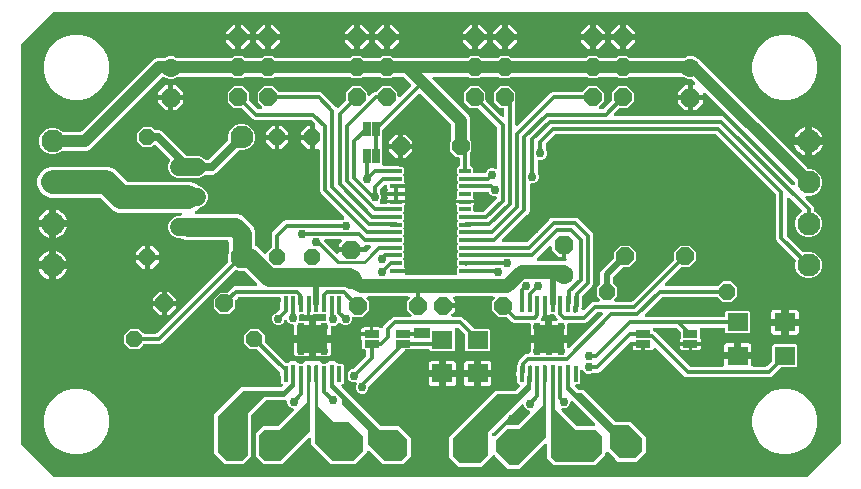
<source format=gtl>
G04 EAGLE Gerber RS-274X export*
G75*
%MOMM*%
%FSLAX34Y34*%
%LPD*%
%INTop Copper*%
%IPPOS*%
%AMOC8*
5,1,8,0,0,1.08239X$1,22.5*%
G01*
%ADD10R,0.990600X0.304800*%
%ADD11R,1.270000X0.635000*%
%ADD12P,1.623585X8X22.500000*%
%ADD13R,1.803000X1.600000*%
%ADD14C,1.950000*%
%ADD15P,1.623585X8X202.500000*%
%ADD16P,1.547818X8X22.500000*%
%ADD17C,1.524000*%
%ADD18C,1.930400*%
%ADD19R,0.635000X1.270000*%
%ADD20P,1.547818X8X112.500000*%
%ADD21P,1.547818X8X292.500000*%
%ADD22P,1.649562X8X292.500000*%
%ADD23R,0.450000X1.400000*%
%ADD24R,2.560000X2.460000*%
%ADD25C,0.500000*%
%ADD26P,1.732040X8X112.500000*%
%ADD27C,1.600200*%
%ADD28P,1.732040X8X292.500000*%
%ADD29C,0.762000*%
%ADD30C,0.750000*%
%ADD31C,0.304800*%
%ADD32C,1.600000*%
%ADD33C,0.500000*%
%ADD34C,0.508000*%
%ADD35C,1.200000*%
%ADD36C,0.254000*%
%ADD37C,2.000000*%
%ADD38C,0.635000*%
%ADD39C,1.000000*%

G36*
X668337Y2809D02*
X668337Y2809D01*
X668463Y2816D01*
X668510Y2829D01*
X668558Y2835D01*
X668677Y2877D01*
X668798Y2912D01*
X668840Y2936D01*
X668886Y2952D01*
X668992Y3021D01*
X669102Y3082D01*
X669149Y3122D01*
X669179Y3141D01*
X669212Y3176D01*
X669289Y3241D01*
X696759Y30711D01*
X696829Y30800D01*
X696839Y30810D01*
X696843Y30816D01*
X696922Y30904D01*
X696946Y30947D01*
X696976Y30984D01*
X697030Y31099D01*
X697091Y31209D01*
X697104Y31256D01*
X697125Y31300D01*
X697151Y31423D01*
X697186Y31545D01*
X697191Y31606D01*
X697198Y31640D01*
X697197Y31688D01*
X697205Y31789D01*
X697205Y368211D01*
X697191Y368337D01*
X697184Y368463D01*
X697171Y368510D01*
X697165Y368558D01*
X697123Y368677D01*
X697088Y368798D01*
X697064Y368840D01*
X697048Y368886D01*
X696979Y368992D01*
X696918Y369102D01*
X696878Y369149D01*
X696859Y369179D01*
X696824Y369212D01*
X696759Y369289D01*
X669289Y396759D01*
X669190Y396838D01*
X669096Y396922D01*
X669053Y396946D01*
X669016Y396976D01*
X668901Y397030D01*
X668791Y397091D01*
X668744Y397104D01*
X668700Y397125D01*
X668577Y397151D01*
X668455Y397186D01*
X668394Y397191D01*
X668360Y397198D01*
X668312Y397197D01*
X668211Y397205D01*
X31789Y397205D01*
X31663Y397191D01*
X31537Y397184D01*
X31490Y397171D01*
X31442Y397165D01*
X31323Y397123D01*
X31202Y397088D01*
X31160Y397064D01*
X31114Y397048D01*
X31008Y396979D01*
X30898Y396918D01*
X30851Y396878D01*
X30821Y396859D01*
X30788Y396824D01*
X30711Y396759D01*
X3241Y369289D01*
X3162Y369190D01*
X3078Y369096D01*
X3054Y369053D01*
X3024Y369016D01*
X2970Y368901D01*
X2909Y368791D01*
X2896Y368744D01*
X2875Y368700D01*
X2849Y368577D01*
X2814Y368455D01*
X2809Y368394D01*
X2802Y368360D01*
X2803Y368312D01*
X2795Y368211D01*
X2795Y31789D01*
X2809Y31663D01*
X2816Y31537D01*
X2829Y31490D01*
X2835Y31442D01*
X2877Y31323D01*
X2912Y31202D01*
X2936Y31160D01*
X2952Y31114D01*
X3021Y31008D01*
X3082Y30898D01*
X3122Y30851D01*
X3141Y30821D01*
X3176Y30788D01*
X3241Y30711D01*
X30711Y3241D01*
X30810Y3162D01*
X30904Y3078D01*
X30947Y3054D01*
X30984Y3024D01*
X31099Y2970D01*
X31209Y2909D01*
X31256Y2896D01*
X31300Y2875D01*
X31423Y2849D01*
X31545Y2814D01*
X31606Y2809D01*
X31640Y2802D01*
X31688Y2803D01*
X31789Y2795D01*
X668211Y2795D01*
X668337Y2809D01*
G37*
%LPC*%
G36*
X415737Y9951D02*
X415737Y9951D01*
X404577Y21111D01*
X404557Y21128D01*
X404540Y21148D01*
X404420Y21236D01*
X404304Y21328D01*
X404280Y21339D01*
X404259Y21355D01*
X404123Y21414D01*
X403989Y21477D01*
X403963Y21482D01*
X403939Y21493D01*
X403793Y21519D01*
X403648Y21550D01*
X403622Y21550D01*
X403596Y21554D01*
X403448Y21547D01*
X403300Y21544D01*
X403274Y21538D01*
X403248Y21537D01*
X403106Y21495D01*
X402962Y21459D01*
X402939Y21447D01*
X402913Y21440D01*
X402784Y21368D01*
X402652Y21300D01*
X402632Y21283D01*
X402609Y21270D01*
X402423Y21111D01*
X395495Y14183D01*
X393263Y11951D01*
X373737Y11951D01*
X365951Y19737D01*
X365951Y37263D01*
X404737Y76049D01*
X421106Y76049D01*
X421232Y76063D01*
X421358Y76070D01*
X421404Y76083D01*
X421452Y76089D01*
X421571Y76131D01*
X421693Y76166D01*
X421735Y76190D01*
X421781Y76206D01*
X421887Y76275D01*
X421997Y76336D01*
X422043Y76376D01*
X422073Y76395D01*
X422107Y76430D01*
X422183Y76495D01*
X425063Y79375D01*
X425126Y79453D01*
X425196Y79526D01*
X425234Y79590D01*
X425280Y79648D01*
X425323Y79739D01*
X425374Y79825D01*
X425397Y79896D01*
X425429Y79963D01*
X425450Y80061D01*
X425481Y80157D01*
X425487Y80231D01*
X425502Y80304D01*
X425501Y80404D01*
X425509Y80504D01*
X425498Y80578D01*
X425496Y80652D01*
X425472Y80749D01*
X425457Y80849D01*
X425429Y80918D01*
X425411Y80990D01*
X425365Y81079D01*
X425328Y81173D01*
X425286Y81234D01*
X425252Y81300D01*
X425187Y81376D01*
X425129Y81459D01*
X425074Y81509D01*
X425026Y81565D01*
X424945Y81625D01*
X424870Y81692D01*
X424805Y81728D01*
X424746Y81773D01*
X424653Y81812D01*
X424565Y81861D01*
X424494Y81881D01*
X424439Y81905D01*
X423475Y82868D01*
X423475Y87361D01*
X423475Y87363D01*
X423475Y87365D01*
X423454Y87542D01*
X423435Y87707D01*
X423435Y87709D01*
X423434Y87711D01*
X423359Y87944D01*
X422677Y89590D01*
X422677Y91410D01*
X423359Y93056D01*
X423360Y93058D01*
X423361Y93060D01*
X423407Y93222D01*
X423455Y93391D01*
X423455Y93393D01*
X423456Y93395D01*
X423475Y93639D01*
X423475Y98143D01*
X423512Y98188D01*
X423596Y98282D01*
X423620Y98325D01*
X423650Y98362D01*
X423704Y98477D01*
X423765Y98587D01*
X423778Y98634D01*
X423799Y98678D01*
X423825Y98801D01*
X423860Y98923D01*
X423865Y98984D01*
X423872Y99018D01*
X423871Y99066D01*
X423879Y99167D01*
X423879Y99672D01*
X424576Y101353D01*
X430099Y106877D01*
X431780Y107573D01*
X433136Y107573D01*
X433162Y107576D01*
X433188Y107574D01*
X433335Y107596D01*
X433482Y107613D01*
X433507Y107621D01*
X433533Y107625D01*
X433671Y107680D01*
X433810Y107730D01*
X433832Y107744D01*
X433857Y107754D01*
X433978Y107839D01*
X434103Y107919D01*
X434121Y107938D01*
X434143Y107953D01*
X434242Y108063D01*
X434345Y108170D01*
X434359Y108192D01*
X434376Y108212D01*
X434448Y108342D01*
X434524Y108469D01*
X434532Y108494D01*
X434545Y108517D01*
X434585Y108660D01*
X434630Y108801D01*
X434632Y108827D01*
X434640Y108852D01*
X434659Y109096D01*
X434659Y116953D01*
X446953Y116953D01*
X446953Y109096D01*
X446956Y109070D01*
X446954Y109044D01*
X446976Y108897D01*
X446993Y108750D01*
X447001Y108725D01*
X447005Y108699D01*
X447060Y108561D01*
X447110Y108422D01*
X447124Y108400D01*
X447134Y108375D01*
X447219Y108254D01*
X447299Y108129D01*
X447318Y108111D01*
X447333Y108089D01*
X447443Y107990D01*
X447550Y107887D01*
X447572Y107873D01*
X447592Y107856D01*
X447722Y107784D01*
X447849Y107708D01*
X447874Y107700D01*
X447897Y107687D01*
X448040Y107647D01*
X448181Y107602D01*
X448207Y107600D01*
X448232Y107592D01*
X448476Y107573D01*
X451524Y107573D01*
X451550Y107576D01*
X451576Y107574D01*
X451723Y107596D01*
X451870Y107613D01*
X451895Y107621D01*
X451921Y107625D01*
X452059Y107680D01*
X452198Y107730D01*
X452220Y107744D01*
X452245Y107754D01*
X452366Y107839D01*
X452491Y107919D01*
X452509Y107938D01*
X452531Y107953D01*
X452630Y108063D01*
X452733Y108170D01*
X452747Y108192D01*
X452764Y108212D01*
X452836Y108342D01*
X452912Y108469D01*
X452920Y108494D01*
X452933Y108517D01*
X452973Y108660D01*
X453018Y108801D01*
X453020Y108827D01*
X453028Y108852D01*
X453047Y109096D01*
X453047Y116953D01*
X465341Y116953D01*
X465341Y113389D01*
X465352Y113289D01*
X465354Y113189D01*
X465372Y113117D01*
X465381Y113043D01*
X465414Y112948D01*
X465439Y112851D01*
X465473Y112785D01*
X465498Y112715D01*
X465553Y112630D01*
X465599Y112541D01*
X465647Y112484D01*
X465687Y112422D01*
X465759Y112352D01*
X465824Y112276D01*
X465884Y112231D01*
X465938Y112180D01*
X466024Y112128D01*
X466105Y112068D01*
X466173Y112039D01*
X466237Y112001D01*
X466333Y111970D01*
X466425Y111930D01*
X466498Y111917D01*
X466569Y111895D01*
X466669Y111887D01*
X466768Y111869D01*
X466842Y111873D01*
X466916Y111867D01*
X467016Y111882D01*
X467116Y111887D01*
X467187Y111907D01*
X467261Y111918D01*
X467354Y111955D01*
X467451Y111983D01*
X467516Y112020D01*
X467585Y112047D01*
X467667Y112104D01*
X467755Y112153D01*
X467831Y112219D01*
X467871Y112246D01*
X467895Y112272D01*
X467941Y112312D01*
X495456Y139827D01*
X495518Y139905D01*
X495588Y139978D01*
X495627Y140042D01*
X495673Y140100D01*
X495716Y140191D01*
X495767Y140277D01*
X495790Y140348D01*
X495822Y140415D01*
X495843Y140513D01*
X495873Y140609D01*
X495879Y140683D01*
X495895Y140756D01*
X495893Y140856D01*
X495901Y140956D01*
X495890Y141030D01*
X495889Y141104D01*
X495865Y141201D01*
X495850Y141301D01*
X495822Y141370D01*
X495804Y141442D01*
X495758Y141532D01*
X495721Y141625D01*
X495679Y141686D01*
X495644Y141752D01*
X495579Y141829D01*
X495522Y141911D01*
X495467Y141961D01*
X495419Y142017D01*
X495338Y142077D01*
X495263Y142144D01*
X495198Y142180D01*
X495138Y142225D01*
X495046Y142264D01*
X494958Y142313D01*
X494887Y142333D01*
X494818Y142363D01*
X494720Y142380D01*
X494623Y142408D01*
X494523Y142416D01*
X494475Y142424D01*
X494440Y142422D01*
X494379Y142427D01*
X491525Y142427D01*
X491399Y142413D01*
X491273Y142406D01*
X491227Y142393D01*
X491179Y142387D01*
X491060Y142345D01*
X490938Y142310D01*
X490896Y142286D01*
X490851Y142270D01*
X490744Y142201D01*
X490634Y142140D01*
X490588Y142100D01*
X490558Y142081D01*
X490524Y142046D01*
X490448Y141981D01*
X482494Y134027D01*
X480814Y133331D01*
X466864Y133331D01*
X466838Y133328D01*
X466812Y133330D01*
X466665Y133308D01*
X466518Y133291D01*
X466493Y133283D01*
X466467Y133279D01*
X466329Y133224D01*
X466190Y133174D01*
X466168Y133160D01*
X466143Y133150D01*
X466022Y133065D01*
X465897Y132985D01*
X465879Y132966D01*
X465857Y132951D01*
X465758Y132841D01*
X465655Y132734D01*
X465641Y132712D01*
X465624Y132692D01*
X465552Y132562D01*
X465476Y132435D01*
X465468Y132410D01*
X465455Y132387D01*
X465415Y132244D01*
X465370Y132103D01*
X465368Y132077D01*
X465360Y132052D01*
X465341Y131808D01*
X465341Y123047D01*
X459370Y123047D01*
X459244Y123033D01*
X459118Y123026D01*
X459072Y123013D01*
X459024Y123007D01*
X458905Y122965D01*
X458783Y122930D01*
X458741Y122906D01*
X458696Y122890D01*
X458589Y122821D01*
X458479Y122760D01*
X458433Y122720D01*
X458403Y122701D01*
X458369Y122666D01*
X458293Y122601D01*
X457167Y121475D01*
X453833Y121475D01*
X452707Y122601D01*
X452658Y122640D01*
X452601Y122707D01*
X451475Y123833D01*
X451475Y127167D01*
X452601Y128293D01*
X452680Y128392D01*
X452764Y128486D01*
X452788Y128528D01*
X452818Y128566D01*
X452872Y128680D01*
X452933Y128791D01*
X452946Y128837D01*
X452967Y128881D01*
X452993Y129004D01*
X453028Y129126D01*
X453032Y129187D01*
X453040Y129222D01*
X453039Y129270D01*
X453047Y129370D01*
X453047Y134841D01*
X456015Y134841D01*
X456115Y134852D01*
X456215Y134854D01*
X456287Y134872D01*
X456361Y134881D01*
X456456Y134914D01*
X456553Y134939D01*
X456619Y134973D01*
X456689Y134998D01*
X456774Y135053D01*
X456863Y135099D01*
X456920Y135147D01*
X456982Y135187D01*
X457052Y135259D01*
X457128Y135324D01*
X457173Y135384D01*
X457224Y135438D01*
X457276Y135524D01*
X457336Y135605D01*
X457365Y135673D01*
X457403Y135737D01*
X457434Y135833D01*
X457474Y135925D01*
X457487Y135998D01*
X457509Y136069D01*
X457517Y136169D01*
X457535Y136268D01*
X457531Y136342D01*
X457537Y136416D01*
X457522Y136516D01*
X457517Y136616D01*
X457497Y136687D01*
X457486Y136761D01*
X457449Y136854D01*
X457421Y136951D01*
X457384Y137016D01*
X457357Y137085D01*
X457300Y137167D01*
X457251Y137255D01*
X457185Y137331D01*
X457158Y137371D01*
X457132Y137395D01*
X457092Y137441D01*
X455873Y138660D01*
X455304Y140035D01*
X455267Y140102D01*
X455238Y140173D01*
X455182Y140254D01*
X455134Y140340D01*
X455083Y140396D01*
X455040Y140459D01*
X454967Y140525D01*
X454900Y140598D01*
X454837Y140641D01*
X454781Y140692D01*
X454695Y140740D01*
X454614Y140796D01*
X454543Y140824D01*
X454476Y140861D01*
X454381Y140888D01*
X454289Y140924D01*
X454214Y140935D01*
X454140Y140956D01*
X453991Y140968D01*
X453945Y140975D01*
X453926Y140973D01*
X453897Y140975D01*
X451699Y140975D01*
X451574Y140961D01*
X451448Y140954D01*
X451401Y140941D01*
X451353Y140935D01*
X451234Y140893D01*
X451113Y140858D01*
X451071Y140834D01*
X451025Y140818D01*
X450919Y140749D01*
X450809Y140688D01*
X450762Y140648D01*
X450732Y140629D01*
X450699Y140594D01*
X450622Y140529D01*
X450560Y140467D01*
X449981Y140132D01*
X449335Y139959D01*
X448273Y139959D01*
X448273Y146607D01*
X448255Y146763D01*
X448241Y146920D01*
X448235Y146940D01*
X448234Y146954D01*
X448219Y146993D01*
X448172Y147154D01*
X448172Y147155D01*
X448139Y147217D01*
X448116Y147282D01*
X448116Y147283D01*
X448059Y147371D01*
X448010Y147464D01*
X447965Y147517D01*
X447927Y147575D01*
X447851Y147648D01*
X447783Y147728D01*
X447726Y147769D01*
X447676Y147818D01*
X447586Y147872D01*
X447501Y147933D01*
X447437Y147961D01*
X447377Y147996D01*
X447277Y148028D01*
X447180Y148069D01*
X447111Y148081D01*
X447045Y148103D01*
X446940Y148111D01*
X446837Y148129D01*
X446767Y148125D01*
X446698Y148131D01*
X446594Y148115D01*
X446489Y148109D01*
X446422Y148089D01*
X446353Y148079D01*
X446255Y148040D01*
X446155Y148010D01*
X446094Y147976D01*
X446029Y147950D01*
X445943Y147890D01*
X445852Y147838D01*
X445800Y147791D01*
X445743Y147751D01*
X445673Y147673D01*
X445595Y147602D01*
X445556Y147544D01*
X445510Y147493D01*
X445459Y147401D01*
X445400Y147314D01*
X445375Y147249D01*
X445341Y147187D01*
X445312Y147086D01*
X445275Y146988D01*
X445265Y146919D01*
X445246Y146852D01*
X445233Y146685D01*
X445227Y146643D01*
X445228Y146629D01*
X445227Y146608D01*
X445227Y139678D01*
X445212Y139666D01*
X445130Y139613D01*
X445077Y139558D01*
X445017Y139510D01*
X444956Y139433D01*
X444888Y139362D01*
X444848Y139297D01*
X444801Y139237D01*
X444733Y139103D01*
X444709Y139063D01*
X444703Y139045D01*
X444690Y139019D01*
X444127Y137660D01*
X443908Y137441D01*
X443846Y137363D01*
X443776Y137290D01*
X443737Y137226D01*
X443691Y137168D01*
X443648Y137077D01*
X443597Y136991D01*
X443574Y136920D01*
X443542Y136853D01*
X443521Y136755D01*
X443491Y136659D01*
X443485Y136585D01*
X443469Y136512D01*
X443471Y136412D01*
X443463Y136312D01*
X443474Y136238D01*
X443475Y136164D01*
X443499Y136066D01*
X443514Y135967D01*
X443542Y135898D01*
X443560Y135826D01*
X443606Y135737D01*
X443643Y135643D01*
X443685Y135582D01*
X443720Y135516D01*
X443785Y135440D01*
X443842Y135357D01*
X443897Y135307D01*
X443945Y135251D01*
X444026Y135191D01*
X444101Y135124D01*
X444166Y135088D01*
X444226Y135043D01*
X444318Y135004D01*
X444406Y134955D01*
X444477Y134935D01*
X444546Y134905D01*
X444644Y134888D01*
X444741Y134860D01*
X444841Y134852D01*
X444889Y134844D01*
X444924Y134846D01*
X444985Y134841D01*
X446953Y134841D01*
X446953Y123047D01*
X434659Y123047D01*
X434659Y131904D01*
X434656Y131930D01*
X434658Y131956D01*
X434636Y132103D01*
X434619Y132250D01*
X434611Y132275D01*
X434607Y132301D01*
X434552Y132439D01*
X434502Y132578D01*
X434488Y132600D01*
X434478Y132625D01*
X434393Y132746D01*
X434313Y132871D01*
X434294Y132889D01*
X434279Y132911D01*
X434169Y133010D01*
X434062Y133113D01*
X434040Y133127D01*
X434020Y133144D01*
X433890Y133216D01*
X433763Y133292D01*
X433738Y133300D01*
X433715Y133313D01*
X433572Y133353D01*
X433431Y133398D01*
X433405Y133400D01*
X433380Y133408D01*
X433136Y133427D01*
X420490Y133427D01*
X418810Y134123D01*
X414404Y138529D01*
X414305Y138608D01*
X414211Y138692D01*
X414169Y138716D01*
X414131Y138746D01*
X414017Y138800D01*
X413906Y138861D01*
X413860Y138874D01*
X413816Y138895D01*
X413693Y138921D01*
X413571Y138956D01*
X413510Y138961D01*
X413475Y138968D01*
X413427Y138967D01*
X413327Y138975D01*
X407662Y138975D01*
X402375Y144262D01*
X402375Y151738D01*
X403988Y153351D01*
X404050Y153429D01*
X404120Y153502D01*
X404158Y153566D01*
X404205Y153624D01*
X404248Y153715D01*
X404299Y153801D01*
X404322Y153872D01*
X404354Y153939D01*
X404375Y154037D01*
X404405Y154133D01*
X404411Y154207D01*
X404427Y154280D01*
X404425Y154380D01*
X404433Y154480D01*
X404422Y154554D01*
X404421Y154628D01*
X404397Y154725D01*
X404382Y154825D01*
X404354Y154894D01*
X404336Y154966D01*
X404290Y155055D01*
X404253Y155149D01*
X404210Y155210D01*
X404176Y155276D01*
X404111Y155352D01*
X404054Y155435D01*
X403999Y155485D01*
X403951Y155541D01*
X403870Y155601D01*
X403795Y155668D01*
X403730Y155704D01*
X403670Y155749D01*
X403578Y155788D01*
X403490Y155837D01*
X403419Y155857D01*
X403350Y155887D01*
X403251Y155904D01*
X403155Y155932D01*
X403055Y155940D01*
X403007Y155948D01*
X402971Y155946D01*
X402911Y155951D01*
X370526Y155951D01*
X370426Y155940D01*
X370326Y155938D01*
X370254Y155920D01*
X370180Y155911D01*
X370085Y155878D01*
X369988Y155853D01*
X369922Y155819D01*
X369852Y155794D01*
X369767Y155739D01*
X369678Y155693D01*
X369621Y155645D01*
X369559Y155605D01*
X369489Y155533D01*
X369412Y155468D01*
X369368Y155408D01*
X369317Y155354D01*
X369265Y155268D01*
X369205Y155187D01*
X369176Y155119D01*
X369138Y155055D01*
X369107Y154959D01*
X369067Y154867D01*
X369054Y154794D01*
X369032Y154723D01*
X369023Y154623D01*
X369006Y154524D01*
X369010Y154450D01*
X369004Y154376D01*
X369018Y154276D01*
X369024Y154176D01*
X369044Y154105D01*
X369055Y154031D01*
X369092Y153938D01*
X369120Y153841D01*
X369157Y153776D01*
X369184Y153707D01*
X369241Y153625D01*
X369290Y153537D01*
X369355Y153461D01*
X369383Y153421D01*
X369409Y153397D01*
X369449Y153351D01*
X370641Y152159D01*
X370641Y150031D01*
X361108Y150031D01*
X361082Y150028D01*
X361056Y150030D01*
X360909Y150008D01*
X360762Y149991D01*
X360737Y149983D01*
X360711Y149979D01*
X360574Y149924D01*
X360434Y149874D01*
X360412Y149860D01*
X360387Y149850D01*
X360266Y149765D01*
X360141Y149685D01*
X360123Y149666D01*
X360101Y149651D01*
X360002Y149541D01*
X359899Y149434D01*
X359885Y149412D01*
X359868Y149392D01*
X359796Y149262D01*
X359720Y149135D01*
X359712Y149110D01*
X359699Y149087D01*
X359659Y148944D01*
X359614Y148803D01*
X359612Y148777D01*
X359605Y148752D01*
X359585Y148508D01*
X359585Y147492D01*
X359587Y147471D01*
X359586Y147451D01*
X359586Y147447D01*
X359586Y147440D01*
X359608Y147293D01*
X359625Y147146D01*
X359634Y147121D01*
X359638Y147095D01*
X359692Y146957D01*
X359742Y146818D01*
X359757Y146796D01*
X359766Y146771D01*
X359851Y146650D01*
X359931Y146525D01*
X359950Y146507D01*
X359965Y146485D01*
X360075Y146386D01*
X360182Y146283D01*
X360205Y146269D01*
X360224Y146252D01*
X360354Y146180D01*
X360481Y146104D01*
X360506Y146096D01*
X360529Y146083D01*
X360672Y146043D01*
X360813Y145998D01*
X360839Y145995D01*
X360864Y145988D01*
X361108Y145969D01*
X370641Y145969D01*
X370641Y143841D01*
X367973Y141173D01*
X367910Y141095D01*
X367841Y141022D01*
X367802Y140958D01*
X367756Y140900D01*
X367713Y140809D01*
X367662Y140723D01*
X367639Y140652D01*
X367607Y140585D01*
X367586Y140487D01*
X367556Y140391D01*
X367550Y140317D01*
X367534Y140244D01*
X367536Y140144D01*
X367528Y140044D01*
X367539Y139970D01*
X367540Y139896D01*
X367564Y139799D01*
X367579Y139699D01*
X367607Y139630D01*
X367625Y139558D01*
X367671Y139469D01*
X367708Y139375D01*
X367750Y139314D01*
X367784Y139248D01*
X367850Y139172D01*
X367907Y139089D01*
X367962Y139039D01*
X368010Y138983D01*
X368091Y138923D01*
X368166Y138856D01*
X368231Y138820D01*
X368291Y138775D01*
X368383Y138736D01*
X368471Y138687D01*
X368542Y138667D01*
X368611Y138637D01*
X368709Y138620D01*
X368806Y138592D01*
X368906Y138584D01*
X368954Y138576D01*
X368989Y138578D01*
X369050Y138573D01*
X376130Y138573D01*
X377810Y137877D01*
X379311Y136376D01*
X386496Y129191D01*
X386595Y129112D01*
X386689Y129028D01*
X386731Y129004D01*
X386769Y128974D01*
X386883Y128920D01*
X386994Y128859D01*
X387040Y128846D01*
X387084Y128825D01*
X387207Y128799D01*
X387329Y128764D01*
X387390Y128759D01*
X387425Y128752D01*
X387473Y128753D01*
X387573Y128745D01*
X399647Y128745D01*
X400540Y127852D01*
X400540Y110588D01*
X399647Y109695D01*
X380353Y109695D01*
X379460Y110588D01*
X379460Y122662D01*
X379446Y122788D01*
X379439Y122914D01*
X379426Y122960D01*
X379420Y123008D01*
X379378Y123127D01*
X379343Y123249D01*
X379319Y123291D01*
X379303Y123336D01*
X379234Y123442D01*
X379173Y123553D01*
X379133Y123599D01*
X379114Y123629D01*
X379079Y123663D01*
X379014Y123739D01*
X373772Y128981D01*
X373673Y129060D01*
X373579Y129144D01*
X373537Y129168D01*
X373499Y129198D01*
X373385Y129252D01*
X373274Y129313D01*
X373228Y129326D01*
X373184Y129347D01*
X373061Y129373D01*
X372939Y129408D01*
X372878Y129413D01*
X372843Y129420D01*
X372795Y129419D01*
X372695Y129427D01*
X372063Y129427D01*
X372037Y129424D01*
X372011Y129426D01*
X371864Y129404D01*
X371717Y129387D01*
X371692Y129379D01*
X371666Y129375D01*
X371528Y129320D01*
X371389Y129270D01*
X371367Y129256D01*
X371342Y129246D01*
X371221Y129161D01*
X371096Y129081D01*
X371078Y129062D01*
X371056Y129047D01*
X370957Y128937D01*
X370854Y128830D01*
X370840Y128808D01*
X370823Y128788D01*
X370751Y128658D01*
X370675Y128531D01*
X370667Y128506D01*
X370654Y128483D01*
X370614Y128340D01*
X370569Y128199D01*
X370567Y128173D01*
X370559Y128148D01*
X370540Y127904D01*
X370540Y110588D01*
X369647Y109695D01*
X350353Y109695D01*
X349132Y110917D01*
X349032Y110996D01*
X348939Y111080D01*
X348896Y111104D01*
X348859Y111134D01*
X348744Y111188D01*
X348634Y111249D01*
X348587Y111262D01*
X348544Y111283D01*
X348420Y111309D01*
X348298Y111344D01*
X348238Y111349D01*
X348203Y111356D01*
X348155Y111355D01*
X348055Y111363D01*
X334739Y111363D01*
X334614Y111349D01*
X334488Y111342D01*
X334441Y111329D01*
X334393Y111323D01*
X334274Y111281D01*
X334153Y111246D01*
X334136Y111236D01*
X329398Y111236D01*
X329272Y111222D01*
X329146Y111215D01*
X329100Y111202D01*
X329052Y111196D01*
X328933Y111154D01*
X328811Y111119D01*
X328769Y111095D01*
X328724Y111079D01*
X328617Y111010D01*
X328507Y110949D01*
X328461Y110909D01*
X328431Y110890D01*
X328397Y110855D01*
X328321Y110790D01*
X297781Y80250D01*
X297702Y80151D01*
X297618Y80057D01*
X297594Y80015D01*
X297564Y79977D01*
X297510Y79863D01*
X297449Y79752D01*
X297436Y79706D01*
X297415Y79662D01*
X297389Y79539D01*
X297354Y79417D01*
X297349Y79356D01*
X297342Y79321D01*
X297343Y79273D01*
X297335Y79173D01*
X297335Y77939D01*
X296523Y75978D01*
X295022Y74477D01*
X293061Y73665D01*
X290939Y73665D01*
X288978Y74477D01*
X287477Y75978D01*
X286665Y77939D01*
X286665Y80061D01*
X287286Y81559D01*
X287327Y81704D01*
X287373Y81847D01*
X287375Y81871D01*
X287381Y81894D01*
X287389Y82045D01*
X287401Y82194D01*
X287397Y82218D01*
X287398Y82242D01*
X287371Y82390D01*
X287349Y82539D01*
X287340Y82561D01*
X287336Y82585D01*
X287276Y82723D01*
X287220Y82863D01*
X287207Y82883D01*
X287197Y82905D01*
X287107Y83026D01*
X287021Y83149D01*
X287004Y83165D01*
X286989Y83185D01*
X286874Y83282D01*
X286763Y83382D01*
X286741Y83394D01*
X286723Y83410D01*
X286589Y83478D01*
X286458Y83551D01*
X286434Y83557D01*
X286413Y83568D01*
X286267Y83605D01*
X286122Y83646D01*
X286093Y83648D01*
X286075Y83653D01*
X286028Y83653D01*
X285878Y83665D01*
X283939Y83665D01*
X281978Y84477D01*
X280477Y85978D01*
X279665Y87939D01*
X279665Y90061D01*
X280477Y92022D01*
X281978Y93523D01*
X283538Y94169D01*
X283540Y94170D01*
X283542Y94170D01*
X283689Y94253D01*
X283842Y94338D01*
X283844Y94339D01*
X283846Y94340D01*
X284032Y94499D01*
X294981Y105448D01*
X295060Y105547D01*
X295144Y105641D01*
X295168Y105683D01*
X295198Y105721D01*
X295252Y105835D01*
X295313Y105946D01*
X295326Y105992D01*
X295347Y106036D01*
X295373Y106159D01*
X295408Y106281D01*
X295413Y106342D01*
X295420Y106377D01*
X295419Y106425D01*
X295427Y106525D01*
X295427Y109713D01*
X295424Y109739D01*
X295426Y109765D01*
X295404Y109912D01*
X295387Y110059D01*
X295379Y110084D01*
X295375Y110110D01*
X295320Y110248D01*
X295270Y110387D01*
X295256Y110409D01*
X295246Y110434D01*
X295161Y110555D01*
X295081Y110680D01*
X295062Y110698D01*
X295047Y110720D01*
X294937Y110819D01*
X294830Y110922D01*
X294808Y110936D01*
X294788Y110953D01*
X294659Y111025D01*
X294531Y111101D01*
X294506Y111109D01*
X294483Y111122D01*
X294340Y111162D01*
X294199Y111207D01*
X294173Y111209D01*
X294148Y111217D01*
X293904Y111236D01*
X293018Y111236D01*
X292125Y112129D01*
X292125Y118190D01*
X292111Y118315D01*
X292104Y118441D01*
X292091Y118488D01*
X292085Y118536D01*
X292043Y118655D01*
X292008Y118776D01*
X291984Y118818D01*
X291968Y118864D01*
X291899Y118970D01*
X291838Y119080D01*
X291798Y119127D01*
X291779Y119157D01*
X291744Y119190D01*
X291679Y119267D01*
X291617Y119329D01*
X291282Y119908D01*
X291109Y120554D01*
X291109Y122477D01*
X299936Y122477D01*
X299962Y122480D01*
X299989Y122478D01*
X300135Y122500D01*
X300283Y122517D01*
X300307Y122526D01*
X300333Y122530D01*
X300471Y122585D01*
X300611Y122635D01*
X300633Y122649D01*
X300657Y122659D01*
X300779Y122743D01*
X300903Y122824D01*
X300922Y122843D01*
X300943Y122857D01*
X301023Y122946D01*
X301031Y122951D01*
X301049Y122970D01*
X301070Y122985D01*
X301169Y123095D01*
X301273Y123201D01*
X301286Y123224D01*
X301304Y123243D01*
X301376Y123373D01*
X301452Y123501D01*
X301460Y123526D01*
X301472Y123549D01*
X301513Y123691D01*
X301558Y123833D01*
X301560Y123859D01*
X301567Y123884D01*
X301587Y124128D01*
X301587Y129780D01*
X306685Y129780D01*
X307331Y129607D01*
X307751Y129364D01*
X307867Y129314D01*
X307979Y129256D01*
X308026Y129245D01*
X308071Y129225D01*
X308195Y129203D01*
X308317Y129172D01*
X308366Y129172D01*
X308414Y129163D01*
X308540Y129169D01*
X308665Y129167D01*
X308713Y129178D01*
X308762Y129180D01*
X308883Y129215D01*
X309006Y129242D01*
X309050Y129263D01*
X309097Y129276D01*
X309207Y129337D01*
X309321Y129391D01*
X309359Y129422D01*
X309402Y129446D01*
X309495Y129530D01*
X309593Y129609D01*
X309623Y129647D01*
X309660Y129680D01*
X309731Y129784D01*
X309809Y129882D01*
X309837Y129937D01*
X309858Y129967D01*
X309875Y130012D01*
X309920Y130100D01*
X310123Y130590D01*
X315909Y136376D01*
X317410Y137877D01*
X319090Y138573D01*
X332387Y138573D01*
X332487Y138584D01*
X332587Y138586D01*
X332659Y138604D01*
X332733Y138613D01*
X332828Y138646D01*
X332925Y138671D01*
X332991Y138705D01*
X333061Y138730D01*
X333146Y138785D01*
X333235Y138831D01*
X333292Y138879D01*
X333354Y138919D01*
X333424Y138991D01*
X333500Y139056D01*
X333545Y139116D01*
X333596Y139170D01*
X333648Y139256D01*
X333707Y139337D01*
X333737Y139405D01*
X333775Y139469D01*
X333806Y139565D01*
X333845Y139657D01*
X333859Y139730D01*
X333881Y139801D01*
X333889Y139901D01*
X333907Y140000D01*
X333903Y140074D01*
X333909Y140148D01*
X333894Y140248D01*
X333889Y140348D01*
X333869Y140419D01*
X333858Y140493D01*
X333821Y140586D01*
X333793Y140683D01*
X333756Y140748D01*
X333729Y140817D01*
X333672Y140899D01*
X333623Y140987D01*
X333557Y141063D01*
X333530Y141103D01*
X333503Y141127D01*
X333464Y141173D01*
X330375Y144262D01*
X330375Y151738D01*
X331988Y153351D01*
X332050Y153429D01*
X332120Y153502D01*
X332158Y153566D01*
X332205Y153624D01*
X332248Y153715D01*
X332299Y153801D01*
X332322Y153872D01*
X332354Y153939D01*
X332375Y154037D01*
X332405Y154133D01*
X332411Y154207D01*
X332427Y154280D01*
X332425Y154380D01*
X332433Y154480D01*
X332422Y154554D01*
X332421Y154628D01*
X332397Y154725D01*
X332382Y154825D01*
X332354Y154894D01*
X332336Y154966D01*
X332290Y155055D01*
X332253Y155149D01*
X332210Y155210D01*
X332176Y155276D01*
X332111Y155352D01*
X332054Y155435D01*
X331999Y155485D01*
X331951Y155541D01*
X331870Y155601D01*
X331795Y155668D01*
X331730Y155704D01*
X331670Y155749D01*
X331578Y155788D01*
X331490Y155837D01*
X331419Y155857D01*
X331350Y155887D01*
X331251Y155904D01*
X331155Y155932D01*
X331055Y155940D01*
X331007Y155948D01*
X330971Y155946D01*
X330911Y155951D01*
X297089Y155951D01*
X296989Y155940D01*
X296889Y155938D01*
X296817Y155920D01*
X296743Y155911D01*
X296648Y155878D01*
X296551Y155853D01*
X296485Y155819D01*
X296415Y155794D01*
X296330Y155739D01*
X296241Y155693D01*
X296184Y155645D01*
X296122Y155605D01*
X296052Y155533D01*
X295976Y155468D01*
X295932Y155408D01*
X295880Y155354D01*
X295828Y155268D01*
X295769Y155187D01*
X295739Y155119D01*
X295701Y155055D01*
X295670Y154959D01*
X295631Y154867D01*
X295617Y154794D01*
X295595Y154723D01*
X295587Y154623D01*
X295569Y154524D01*
X295573Y154450D01*
X295567Y154376D01*
X295582Y154276D01*
X295587Y154176D01*
X295607Y154105D01*
X295618Y154031D01*
X295655Y153938D01*
X295683Y153841D01*
X295720Y153776D01*
X295747Y153707D01*
X295804Y153625D01*
X295853Y153537D01*
X295919Y153461D01*
X295946Y153421D01*
X295973Y153397D01*
X296012Y153351D01*
X297625Y151738D01*
X297625Y144262D01*
X292338Y138975D01*
X284798Y138975D01*
X284772Y138972D01*
X284746Y138974D01*
X284599Y138952D01*
X284452Y138935D01*
X284427Y138927D01*
X284401Y138923D01*
X284263Y138868D01*
X284124Y138818D01*
X284102Y138804D01*
X284077Y138794D01*
X283956Y138709D01*
X283831Y138629D01*
X283813Y138610D01*
X283791Y138595D01*
X283692Y138485D01*
X283589Y138378D01*
X283575Y138356D01*
X283558Y138336D01*
X283486Y138206D01*
X283410Y138079D01*
X283402Y138054D01*
X283389Y138031D01*
X283349Y137888D01*
X283304Y137747D01*
X283302Y137721D01*
X283294Y137696D01*
X283275Y137452D01*
X283275Y135951D01*
X282472Y134012D01*
X280988Y132528D01*
X279049Y131725D01*
X276951Y131725D01*
X275012Y132528D01*
X274056Y133484D01*
X274036Y133500D01*
X274019Y133520D01*
X273900Y133608D01*
X273783Y133701D01*
X273760Y133712D01*
X273739Y133727D01*
X273602Y133786D01*
X273468Y133850D01*
X273443Y133855D01*
X273419Y133865D01*
X273272Y133892D01*
X273128Y133923D01*
X273101Y133923D01*
X273076Y133927D01*
X272927Y133920D01*
X272779Y133917D01*
X272754Y133911D01*
X272727Y133909D01*
X272585Y133868D01*
X272441Y133832D01*
X272418Y133820D01*
X272393Y133813D01*
X272263Y133740D01*
X272131Y133672D01*
X272111Y133655D01*
X272088Y133643D01*
X271902Y133484D01*
X270520Y132102D01*
X268582Y131299D01*
X266864Y131299D01*
X266838Y131296D01*
X266812Y131298D01*
X266665Y131276D01*
X266518Y131259D01*
X266493Y131251D01*
X266467Y131247D01*
X266329Y131192D01*
X266190Y131142D01*
X266168Y131128D01*
X266143Y131118D01*
X266022Y131033D01*
X265897Y130953D01*
X265879Y130934D01*
X265857Y130919D01*
X265758Y130809D01*
X265655Y130702D01*
X265641Y130680D01*
X265624Y130660D01*
X265552Y130530D01*
X265476Y130403D01*
X265468Y130378D01*
X265455Y130355D01*
X265415Y130212D01*
X265370Y130071D01*
X265368Y130045D01*
X265360Y130020D01*
X265341Y129776D01*
X265341Y123047D01*
X259370Y123047D01*
X259244Y123033D01*
X259118Y123026D01*
X259072Y123013D01*
X259024Y123007D01*
X258905Y122965D01*
X258783Y122930D01*
X258741Y122906D01*
X258696Y122890D01*
X258589Y122821D01*
X258479Y122760D01*
X258433Y122720D01*
X258403Y122701D01*
X258369Y122666D01*
X258293Y122601D01*
X257167Y121475D01*
X253833Y121475D01*
X252707Y122601D01*
X252658Y122640D01*
X252601Y122707D01*
X251475Y123833D01*
X251475Y127167D01*
X252601Y128293D01*
X252680Y128392D01*
X252764Y128486D01*
X252788Y128528D01*
X252818Y128566D01*
X252872Y128680D01*
X252933Y128791D01*
X252946Y128837D01*
X252967Y128881D01*
X252993Y129004D01*
X253028Y129126D01*
X253032Y129187D01*
X253040Y129222D01*
X253039Y129270D01*
X253047Y129370D01*
X253047Y134841D01*
X260270Y134841D01*
X260419Y134858D01*
X260569Y134870D01*
X260592Y134878D01*
X260616Y134881D01*
X260758Y134931D01*
X260901Y134978D01*
X260922Y134990D01*
X260944Y134998D01*
X261071Y135080D01*
X261199Y135157D01*
X261217Y135174D01*
X261237Y135187D01*
X261342Y135295D01*
X261449Y135400D01*
X261463Y135420D01*
X261479Y135438D01*
X261556Y135567D01*
X261638Y135693D01*
X261646Y135716D01*
X261658Y135737D01*
X261704Y135880D01*
X261754Y136022D01*
X261757Y136046D01*
X261764Y136069D01*
X261776Y136218D01*
X261793Y136368D01*
X261790Y136392D01*
X261792Y136416D01*
X261770Y136565D01*
X261752Y136714D01*
X261743Y136742D01*
X261741Y136761D01*
X261723Y136805D01*
X261677Y136947D01*
X261677Y139452D01*
X261674Y139478D01*
X261676Y139504D01*
X261654Y139651D01*
X261637Y139798D01*
X261629Y139823D01*
X261625Y139849D01*
X261570Y139987D01*
X261520Y140126D01*
X261506Y140148D01*
X261496Y140173D01*
X261411Y140294D01*
X261331Y140419D01*
X261312Y140437D01*
X261297Y140459D01*
X261187Y140558D01*
X261080Y140661D01*
X261058Y140675D01*
X261038Y140692D01*
X260908Y140764D01*
X260781Y140840D01*
X260756Y140848D01*
X260733Y140861D01*
X260590Y140901D01*
X260449Y140946D01*
X260423Y140949D01*
X260398Y140956D01*
X260154Y140975D01*
X251699Y140975D01*
X251574Y140961D01*
X251448Y140954D01*
X251401Y140941D01*
X251353Y140935D01*
X251234Y140893D01*
X251113Y140858D01*
X251071Y140834D01*
X251025Y140818D01*
X250919Y140749D01*
X250809Y140688D01*
X250762Y140648D01*
X250732Y140629D01*
X250699Y140594D01*
X250622Y140529D01*
X250560Y140467D01*
X249981Y140132D01*
X249335Y139959D01*
X248273Y139959D01*
X248273Y146712D01*
X248255Y146868D01*
X248241Y147024D01*
X248235Y147044D01*
X248234Y147058D01*
X248219Y147098D01*
X248172Y147259D01*
X248172Y147260D01*
X248139Y147321D01*
X248116Y147386D01*
X248116Y147387D01*
X248059Y147475D01*
X248010Y147569D01*
X247965Y147621D01*
X247927Y147680D01*
X247851Y147753D01*
X247783Y147833D01*
X247726Y147874D01*
X247676Y147922D01*
X247586Y147976D01*
X247501Y148038D01*
X247437Y148065D01*
X247377Y148101D01*
X247277Y148133D01*
X247180Y148174D01*
X247111Y148186D01*
X247045Y148207D01*
X246940Y148216D01*
X246837Y148234D01*
X246767Y148230D01*
X246698Y148235D01*
X246594Y148220D01*
X246489Y148214D01*
X246422Y148194D01*
X246353Y148184D01*
X246255Y148145D01*
X246155Y148115D01*
X246094Y148081D01*
X246029Y148055D01*
X245943Y147995D01*
X245852Y147943D01*
X245800Y147896D01*
X245743Y147856D01*
X245673Y147778D01*
X245595Y147707D01*
X245556Y147649D01*
X245510Y147597D01*
X245459Y147505D01*
X245400Y147418D01*
X245375Y147353D01*
X245341Y147292D01*
X245312Y147191D01*
X245275Y147093D01*
X245265Y147024D01*
X245246Y146957D01*
X245233Y146789D01*
X245227Y146748D01*
X245228Y146734D01*
X245227Y146713D01*
X245227Y139959D01*
X244165Y139959D01*
X243519Y140132D01*
X242940Y140467D01*
X242878Y140529D01*
X242779Y140608D01*
X242685Y140692D01*
X242643Y140716D01*
X242605Y140746D01*
X242491Y140800D01*
X242380Y140861D01*
X242333Y140874D01*
X242290Y140895D01*
X242166Y140921D01*
X242044Y140956D01*
X241984Y140961D01*
X241949Y140968D01*
X241901Y140967D01*
X241801Y140975D01*
X240048Y140975D01*
X239899Y140958D01*
X239749Y140946D01*
X239725Y140938D01*
X239701Y140935D01*
X239560Y140885D01*
X239417Y140839D01*
X239396Y140826D01*
X239373Y140818D01*
X239247Y140736D01*
X239118Y140659D01*
X239101Y140642D01*
X239081Y140629D01*
X238976Y140520D01*
X238868Y140416D01*
X238855Y140396D01*
X238838Y140378D01*
X238761Y140249D01*
X238680Y140123D01*
X238672Y140100D01*
X238660Y140079D01*
X238614Y139936D01*
X238563Y139794D01*
X238561Y139770D01*
X238553Y139747D01*
X238541Y139598D01*
X238524Y139448D01*
X238527Y139424D01*
X238525Y139400D01*
X238548Y139252D01*
X238565Y139102D01*
X238574Y139074D01*
X238577Y139055D01*
X238594Y139012D01*
X238640Y138869D01*
X238742Y138623D01*
X238742Y136364D01*
X238745Y136338D01*
X238743Y136312D01*
X238765Y136165D01*
X238782Y136018D01*
X238791Y135993D01*
X238795Y135967D01*
X238850Y135829D01*
X238900Y135690D01*
X238914Y135668D01*
X238924Y135643D01*
X239008Y135522D01*
X239089Y135397D01*
X239108Y135379D01*
X239122Y135357D01*
X239232Y135258D01*
X239339Y135155D01*
X239362Y135141D01*
X239381Y135124D01*
X239511Y135052D01*
X239638Y134976D01*
X239663Y134968D01*
X239686Y134955D01*
X239829Y134915D01*
X239970Y134870D01*
X239996Y134868D01*
X240022Y134860D01*
X240265Y134841D01*
X246953Y134841D01*
X246953Y123047D01*
X234659Y123047D01*
X234659Y130776D01*
X234658Y130790D01*
X234658Y130800D01*
X234657Y130810D01*
X234658Y130828D01*
X234636Y130975D01*
X234619Y131122D01*
X234611Y131147D01*
X234607Y131173D01*
X234552Y131311D01*
X234502Y131450D01*
X234488Y131472D01*
X234478Y131497D01*
X234393Y131618D01*
X234313Y131743D01*
X234294Y131761D01*
X234279Y131783D01*
X234169Y131882D01*
X234062Y131985D01*
X234040Y131999D01*
X234020Y132016D01*
X233890Y132088D01*
X233763Y132164D01*
X233738Y132172D01*
X233715Y132185D01*
X233572Y132225D01*
X233431Y132270D01*
X233405Y132272D01*
X233380Y132280D01*
X233136Y132299D01*
X232418Y132299D01*
X230480Y133102D01*
X228996Y134586D01*
X228760Y135156D01*
X228711Y135243D01*
X228671Y135335D01*
X228627Y135395D01*
X228591Y135460D01*
X228523Y135535D01*
X228463Y135615D01*
X228406Y135663D01*
X228356Y135718D01*
X228274Y135775D01*
X228197Y135840D01*
X228131Y135874D01*
X228070Y135917D01*
X227976Y135953D01*
X227887Y135999D01*
X227815Y136017D01*
X227746Y136044D01*
X227646Y136059D01*
X227549Y136083D01*
X227474Y136084D01*
X227401Y136095D01*
X227301Y136087D01*
X227200Y136088D01*
X227128Y136072D01*
X227053Y136066D01*
X226958Y136035D01*
X226860Y136014D01*
X226793Y135982D01*
X226722Y135959D01*
X226636Y135907D01*
X226545Y135864D01*
X226487Y135818D01*
X226423Y135779D01*
X226351Y135710D01*
X226273Y135647D01*
X226226Y135588D01*
X226173Y135537D01*
X226119Y135452D01*
X226057Y135373D01*
X226011Y135284D01*
X225985Y135243D01*
X225973Y135210D01*
X225945Y135156D01*
X225472Y134012D01*
X223988Y132528D01*
X222049Y131725D01*
X219951Y131725D01*
X218012Y132528D01*
X216528Y134012D01*
X215725Y135951D01*
X215725Y138049D01*
X216528Y139988D01*
X218012Y141472D01*
X219427Y142058D01*
X219429Y142059D01*
X219431Y142059D01*
X219584Y142145D01*
X219732Y142227D01*
X219733Y142228D01*
X219735Y142229D01*
X219921Y142388D01*
X222231Y144698D01*
X222310Y144797D01*
X222394Y144891D01*
X222418Y144933D01*
X222448Y144971D01*
X222502Y145085D01*
X222563Y145196D01*
X222576Y145242D01*
X222597Y145286D01*
X222623Y145409D01*
X222658Y145531D01*
X222663Y145592D01*
X222670Y145627D01*
X222669Y145675D01*
X222677Y145775D01*
X222677Y150410D01*
X223359Y152056D01*
X223360Y152058D01*
X223361Y152060D01*
X223408Y152227D01*
X223455Y152391D01*
X223455Y152393D01*
X223456Y152395D01*
X223475Y152639D01*
X223475Y153858D01*
X223472Y153884D01*
X223474Y153910D01*
X223452Y154057D01*
X223435Y154204D01*
X223427Y154229D01*
X223423Y154255D01*
X223368Y154393D01*
X223318Y154532D01*
X223304Y154554D01*
X223294Y154579D01*
X223209Y154700D01*
X223129Y154825D01*
X223110Y154843D01*
X223095Y154865D01*
X222985Y154964D01*
X222878Y155067D01*
X222856Y155081D01*
X222836Y155098D01*
X222706Y155170D01*
X222579Y155246D01*
X222554Y155254D01*
X222531Y155267D01*
X222388Y155307D01*
X222247Y155352D01*
X222221Y155354D01*
X222196Y155362D01*
X221952Y155381D01*
X187879Y155381D01*
X187753Y155367D01*
X187627Y155360D01*
X187581Y155347D01*
X187533Y155341D01*
X187414Y155299D01*
X187292Y155264D01*
X187250Y155240D01*
X187205Y155224D01*
X187099Y155155D01*
X186988Y155094D01*
X186942Y155054D01*
X186912Y155035D01*
X186878Y155000D01*
X186802Y154935D01*
X184871Y153004D01*
X184792Y152905D01*
X184708Y152811D01*
X184684Y152769D01*
X184654Y152731D01*
X184600Y152617D01*
X184539Y152506D01*
X184526Y152460D01*
X184505Y152416D01*
X184479Y152293D01*
X184444Y152171D01*
X184439Y152110D01*
X184432Y152075D01*
X184433Y152027D01*
X184425Y151927D01*
X184425Y146262D01*
X179138Y140975D01*
X171662Y140975D01*
X166375Y146262D01*
X166375Y153738D01*
X171662Y159025D01*
X177327Y159025D01*
X177453Y159039D01*
X177579Y159046D01*
X177625Y159059D01*
X177673Y159065D01*
X177792Y159107D01*
X177914Y159142D01*
X177956Y159166D01*
X178001Y159182D01*
X178107Y159251D01*
X178218Y159312D01*
X178264Y159352D01*
X178294Y159371D01*
X178328Y159406D01*
X178404Y159471D01*
X181263Y162330D01*
X182764Y163831D01*
X184444Y164527D01*
X201790Y164527D01*
X201890Y164538D01*
X201990Y164540D01*
X202062Y164558D01*
X202136Y164567D01*
X202231Y164600D01*
X202328Y164625D01*
X202394Y164659D01*
X202464Y164684D01*
X202549Y164739D01*
X202638Y164785D01*
X202695Y164833D01*
X202757Y164873D01*
X202827Y164945D01*
X202903Y165010D01*
X202948Y165070D01*
X202999Y165124D01*
X203051Y165210D01*
X203110Y165291D01*
X203140Y165359D01*
X203178Y165423D01*
X203209Y165519D01*
X203248Y165611D01*
X203262Y165684D01*
X203284Y165755D01*
X203292Y165855D01*
X203310Y165954D01*
X203306Y166028D01*
X203312Y166102D01*
X203297Y166202D01*
X203292Y166302D01*
X203272Y166373D01*
X203261Y166447D01*
X203224Y166540D01*
X203196Y166637D01*
X203159Y166702D01*
X203132Y166771D01*
X203075Y166853D01*
X203026Y166941D01*
X202960Y167017D01*
X202933Y167057D01*
X202906Y167081D01*
X202867Y167127D01*
X192727Y177267D01*
X192628Y177346D01*
X192534Y177430D01*
X192492Y177454D01*
X192454Y177484D01*
X192340Y177538D01*
X192229Y177599D01*
X192183Y177612D01*
X192139Y177633D01*
X192016Y177659D01*
X191894Y177694D01*
X191833Y177699D01*
X191798Y177706D01*
X191750Y177705D01*
X191650Y177713D01*
X187364Y177713D01*
X186053Y178256D01*
X185980Y178277D01*
X185909Y178308D01*
X185813Y178325D01*
X185718Y178352D01*
X185642Y178356D01*
X185566Y178369D01*
X185468Y178364D01*
X185370Y178369D01*
X185295Y178355D01*
X185218Y178351D01*
X185124Y178324D01*
X185027Y178306D01*
X184957Y178276D01*
X184883Y178255D01*
X184798Y178207D01*
X184707Y178168D01*
X184646Y178122D01*
X184579Y178085D01*
X184466Y177988D01*
X184428Y177960D01*
X184415Y177945D01*
X184393Y177926D01*
X122590Y116123D01*
X120910Y115427D01*
X107526Y115427D01*
X107401Y115413D01*
X107274Y115406D01*
X107228Y115393D01*
X107180Y115387D01*
X107061Y115345D01*
X106939Y115310D01*
X106897Y115286D01*
X106852Y115270D01*
X106746Y115201D01*
X106635Y115140D01*
X106589Y115100D01*
X106559Y115081D01*
X106525Y115046D01*
X106449Y114981D01*
X102793Y111325D01*
X95607Y111325D01*
X90525Y116407D01*
X90525Y123593D01*
X95607Y128675D01*
X102793Y128675D01*
X106449Y125019D01*
X106548Y124940D01*
X106642Y124856D01*
X106684Y124832D01*
X106722Y124802D01*
X106836Y124748D01*
X106947Y124687D01*
X106993Y124674D01*
X107037Y124653D01*
X107161Y124627D01*
X107282Y124592D01*
X107343Y124587D01*
X107378Y124580D01*
X107426Y124581D01*
X107526Y124573D01*
X117475Y124573D01*
X117601Y124587D01*
X117727Y124594D01*
X117773Y124607D01*
X117821Y124613D01*
X117940Y124655D01*
X118062Y124690D01*
X118104Y124714D01*
X118149Y124730D01*
X118256Y124799D01*
X118366Y124860D01*
X118412Y124900D01*
X118442Y124919D01*
X118476Y124954D01*
X118552Y125019D01*
X178258Y184724D01*
X178305Y184784D01*
X178360Y184838D01*
X178413Y184920D01*
X178474Y184997D01*
X178507Y185066D01*
X178548Y185131D01*
X178581Y185224D01*
X178623Y185312D01*
X178639Y185387D01*
X178665Y185459D01*
X178676Y185557D01*
X178696Y185653D01*
X178695Y185729D01*
X178704Y185806D01*
X178692Y185903D01*
X178691Y186002D01*
X178672Y186076D01*
X178663Y186152D01*
X178617Y186294D01*
X178606Y186340D01*
X178597Y186357D01*
X178588Y186384D01*
X178513Y186564D01*
X178513Y190960D01*
X178835Y191737D01*
X178836Y191739D01*
X178837Y191741D01*
X178884Y191908D01*
X178931Y192072D01*
X178931Y192074D01*
X178932Y192076D01*
X178951Y192320D01*
X178951Y202028D01*
X178948Y202054D01*
X178950Y202080D01*
X178928Y202227D01*
X178911Y202374D01*
X178903Y202399D01*
X178899Y202425D01*
X178844Y202563D01*
X178794Y202702D01*
X178780Y202724D01*
X178770Y202749D01*
X178685Y202870D01*
X178605Y202995D01*
X178586Y203013D01*
X178571Y203035D01*
X178461Y203134D01*
X178354Y203237D01*
X178332Y203251D01*
X178312Y203268D01*
X178182Y203340D01*
X178055Y203416D01*
X178030Y203424D01*
X178007Y203437D01*
X177864Y203477D01*
X177723Y203522D01*
X177697Y203524D01*
X177672Y203532D01*
X177428Y203551D01*
X142402Y203551D01*
X138086Y205339D01*
X138084Y205340D01*
X138082Y205341D01*
X137920Y205387D01*
X137750Y205435D01*
X137748Y205435D01*
X137746Y205436D01*
X137503Y205455D01*
X135161Y205455D01*
X131800Y206848D01*
X129228Y209420D01*
X127835Y212781D01*
X127835Y216419D01*
X129228Y219780D01*
X131800Y222352D01*
X135161Y223745D01*
X137503Y223745D01*
X137505Y223745D01*
X137507Y223745D01*
X137679Y223765D01*
X137849Y223785D01*
X137851Y223785D01*
X137853Y223786D01*
X138085Y223861D01*
X138472Y224021D01*
X138516Y224045D01*
X138563Y224062D01*
X138668Y224130D01*
X138776Y224190D01*
X138814Y224224D01*
X138856Y224251D01*
X138943Y224341D01*
X139035Y224424D01*
X139063Y224466D01*
X139098Y224502D01*
X139162Y224609D01*
X139233Y224711D01*
X139251Y224758D01*
X139277Y224801D01*
X139315Y224919D01*
X139361Y225035D01*
X139368Y225085D01*
X139383Y225133D01*
X139393Y225257D01*
X139412Y225380D01*
X139407Y225430D01*
X139411Y225480D01*
X139393Y225603D01*
X139383Y225727D01*
X139367Y225775D01*
X139360Y225825D01*
X139314Y225940D01*
X139276Y226059D01*
X139250Y226102D01*
X139231Y226149D01*
X139160Y226251D01*
X139096Y226357D01*
X139061Y226394D01*
X139032Y226435D01*
X138940Y226518D01*
X138853Y226607D01*
X138811Y226635D01*
X138773Y226668D01*
X138664Y226728D01*
X138560Y226796D01*
X138512Y226813D01*
X138468Y226837D01*
X138349Y226871D01*
X138231Y226912D01*
X138181Y226918D01*
X138133Y226932D01*
X137889Y226951D01*
X85404Y226951D01*
X80608Y228938D01*
X70541Y239005D01*
X70442Y239084D01*
X70348Y239168D01*
X70306Y239192D01*
X70268Y239222D01*
X70154Y239276D01*
X70043Y239337D01*
X69997Y239350D01*
X69953Y239371D01*
X69830Y239397D01*
X69708Y239432D01*
X69647Y239437D01*
X69612Y239444D01*
X69564Y239443D01*
X69464Y239451D01*
X27404Y239451D01*
X22608Y241438D01*
X18938Y245108D01*
X16951Y249904D01*
X16951Y255096D01*
X18938Y259892D01*
X22608Y263562D01*
X27404Y265549D01*
X78096Y265549D01*
X82892Y263562D01*
X92959Y253495D01*
X93058Y253416D01*
X93152Y253332D01*
X93194Y253308D01*
X93232Y253278D01*
X93346Y253224D01*
X93457Y253163D01*
X93503Y253150D01*
X93547Y253129D01*
X93670Y253103D01*
X93792Y253068D01*
X93853Y253063D01*
X93888Y253056D01*
X93936Y253057D01*
X94036Y253049D01*
X147196Y253049D01*
X151991Y251062D01*
X153603Y249451D01*
X153604Y249450D01*
X153606Y249448D01*
X153739Y249343D01*
X153876Y249234D01*
X153878Y249233D01*
X153879Y249232D01*
X154097Y249121D01*
X157400Y247753D01*
X159972Y245180D01*
X161365Y241819D01*
X161365Y238181D01*
X159972Y234820D01*
X157400Y232247D01*
X154097Y230879D01*
X154095Y230878D01*
X154093Y230878D01*
X153938Y230791D01*
X153792Y230710D01*
X153791Y230709D01*
X153789Y230708D01*
X153603Y230549D01*
X151991Y228938D01*
X151126Y228579D01*
X151082Y228555D01*
X151035Y228538D01*
X150930Y228470D01*
X150821Y228410D01*
X150784Y228376D01*
X150742Y228349D01*
X150655Y228259D01*
X150563Y228176D01*
X150535Y228134D01*
X150500Y228098D01*
X150436Y227991D01*
X150365Y227889D01*
X150347Y227842D01*
X150321Y227799D01*
X150283Y227681D01*
X150237Y227565D01*
X150230Y227515D01*
X150214Y227467D01*
X150204Y227343D01*
X150186Y227220D01*
X150191Y227170D01*
X150186Y227120D01*
X150205Y226997D01*
X150215Y226873D01*
X150231Y226825D01*
X150238Y226775D01*
X150284Y226659D01*
X150322Y226541D01*
X150348Y226498D01*
X150367Y226451D01*
X150438Y226349D01*
X150502Y226243D01*
X150537Y226206D01*
X150566Y226165D01*
X150658Y226082D01*
X150745Y225993D01*
X150787Y225965D01*
X150825Y225932D01*
X150934Y225871D01*
X151038Y225804D01*
X151085Y225788D01*
X151130Y225763D01*
X151249Y225729D01*
X151367Y225688D01*
X151416Y225682D01*
X151465Y225668D01*
X151709Y225649D01*
X186798Y225649D01*
X190859Y223967D01*
X199367Y215459D01*
X201049Y211398D01*
X201049Y200259D01*
X201057Y200183D01*
X201056Y200107D01*
X201077Y200011D01*
X201089Y199913D01*
X201114Y199841D01*
X201131Y199767D01*
X201173Y199678D01*
X201206Y199585D01*
X201248Y199521D01*
X201280Y199452D01*
X201342Y199375D01*
X201395Y199292D01*
X201450Y199239D01*
X201498Y199179D01*
X201575Y199118D01*
X201646Y199050D01*
X201711Y199011D01*
X201771Y198963D01*
X201905Y198895D01*
X201945Y198871D01*
X201963Y198865D01*
X201989Y198852D01*
X202678Y198567D01*
X206000Y195245D01*
X206000Y195244D01*
X208811Y192433D01*
X208832Y192417D01*
X208849Y192397D01*
X208968Y192309D01*
X209084Y192217D01*
X209108Y192206D01*
X209129Y192190D01*
X209265Y192131D01*
X209399Y192068D01*
X209425Y192062D01*
X209449Y192052D01*
X209595Y192026D01*
X209740Y191994D01*
X209766Y191995D01*
X209792Y191990D01*
X209941Y191998D01*
X210089Y192000D01*
X210114Y192007D01*
X210140Y192008D01*
X210283Y192049D01*
X210427Y192085D01*
X210450Y192097D01*
X210475Y192105D01*
X210604Y192177D01*
X210736Y192245D01*
X210756Y192262D01*
X210779Y192275D01*
X210965Y192433D01*
X214917Y196385D01*
X214996Y196484D01*
X215080Y196578D01*
X215104Y196620D01*
X215134Y196658D01*
X215188Y196772D01*
X215249Y196883D01*
X215262Y196929D01*
X215283Y196973D01*
X215309Y197096D01*
X215344Y197218D01*
X215349Y197279D01*
X215356Y197314D01*
X215355Y197362D01*
X215363Y197462D01*
X215363Y208459D01*
X216059Y210140D01*
X225796Y219877D01*
X227477Y220573D01*
X274796Y220573D01*
X274798Y220573D01*
X274800Y220573D01*
X274977Y220594D01*
X275142Y220613D01*
X275144Y220613D01*
X275146Y220614D01*
X275379Y220689D01*
X276213Y221034D01*
X276345Y221107D01*
X276478Y221176D01*
X276497Y221192D01*
X276518Y221204D01*
X276629Y221304D01*
X276744Y221402D01*
X276758Y221421D01*
X276776Y221438D01*
X276862Y221561D01*
X276951Y221682D01*
X276961Y221704D01*
X276974Y221724D01*
X277029Y221864D01*
X277089Y222002D01*
X277093Y222026D01*
X277102Y222049D01*
X277124Y222197D01*
X277151Y222345D01*
X277149Y222369D01*
X277153Y222393D01*
X277140Y222544D01*
X277133Y222693D01*
X277126Y222716D01*
X277124Y222741D01*
X277078Y222884D01*
X277036Y223028D01*
X277024Y223049D01*
X277017Y223072D01*
X276939Y223201D01*
X276866Y223332D01*
X276847Y223355D01*
X276837Y223371D01*
X276804Y223405D01*
X276708Y223519D01*
X256835Y243391D01*
X256139Y245071D01*
X256139Y279586D01*
X256136Y279612D01*
X256138Y279638D01*
X256116Y279785D01*
X256099Y279932D01*
X256091Y279957D01*
X256087Y279983D01*
X256032Y280121D01*
X255982Y280260D01*
X255968Y280282D01*
X255958Y280307D01*
X255873Y280428D01*
X255793Y280553D01*
X255774Y280571D01*
X255759Y280593D01*
X255649Y280692D01*
X255542Y280795D01*
X255520Y280809D01*
X255500Y280826D01*
X255370Y280898D01*
X255243Y280974D01*
X255218Y280982D01*
X255195Y280995D01*
X255052Y281035D01*
X254911Y281080D01*
X254885Y281082D01*
X254860Y281090D01*
X254616Y281109D01*
X252031Y281109D01*
X252031Y290292D01*
X252028Y290318D01*
X252030Y290344D01*
X252008Y290491D01*
X251991Y290638D01*
X251983Y290663D01*
X251979Y290689D01*
X251936Y290796D01*
X251957Y290872D01*
X252002Y291013D01*
X252004Y291039D01*
X252012Y291064D01*
X252031Y291308D01*
X252031Y301583D01*
X252017Y301709D01*
X252010Y301835D01*
X251997Y301881D01*
X251991Y301929D01*
X251949Y302048D01*
X251914Y302170D01*
X251890Y302212D01*
X251874Y302257D01*
X251805Y302363D01*
X251744Y302474D01*
X251704Y302520D01*
X251685Y302550D01*
X251650Y302584D01*
X251585Y302660D01*
X249264Y304981D01*
X249165Y305060D01*
X249071Y305144D01*
X249029Y305168D01*
X248991Y305198D01*
X248877Y305252D01*
X248766Y305313D01*
X248720Y305326D01*
X248676Y305347D01*
X248553Y305373D01*
X248431Y305408D01*
X248370Y305413D01*
X248335Y305420D01*
X248287Y305419D01*
X248187Y305427D01*
X200990Y305427D01*
X199310Y306123D01*
X197809Y307624D01*
X190424Y315009D01*
X190325Y315088D01*
X190231Y315172D01*
X190189Y315196D01*
X190151Y315226D01*
X190037Y315280D01*
X189926Y315341D01*
X189880Y315354D01*
X189836Y315375D01*
X189713Y315401D01*
X189591Y315436D01*
X189530Y315441D01*
X189495Y315448D01*
X189447Y315447D01*
X189347Y315455D01*
X183512Y315455D01*
X178155Y320812D01*
X178155Y328388D01*
X183512Y333745D01*
X191088Y333745D01*
X196445Y328388D01*
X196445Y322553D01*
X196459Y322427D01*
X196466Y322301D01*
X196479Y322255D01*
X196485Y322207D01*
X196527Y322088D01*
X196562Y321966D01*
X196586Y321924D01*
X196602Y321879D01*
X196671Y321772D01*
X196732Y321662D01*
X196772Y321616D01*
X196791Y321586D01*
X196826Y321552D01*
X196891Y321476D01*
X203348Y315019D01*
X203447Y314940D01*
X203541Y314856D01*
X203583Y314832D01*
X203621Y314802D01*
X203735Y314748D01*
X203846Y314687D01*
X203892Y314674D01*
X203936Y314653D01*
X204059Y314627D01*
X204181Y314592D01*
X204242Y314587D01*
X204277Y314580D01*
X204325Y314581D01*
X204425Y314573D01*
X206117Y314573D01*
X206217Y314584D01*
X206317Y314586D01*
X206390Y314604D01*
X206463Y314613D01*
X206558Y314646D01*
X206655Y314671D01*
X206722Y314705D01*
X206792Y314730D01*
X206876Y314785D01*
X206965Y314831D01*
X207022Y314879D01*
X207084Y314919D01*
X207154Y314991D01*
X207231Y315056D01*
X207275Y315116D01*
X207327Y315170D01*
X207378Y315256D01*
X207438Y315337D01*
X207467Y315405D01*
X207505Y315469D01*
X207536Y315565D01*
X207576Y315657D01*
X207589Y315730D01*
X207612Y315801D01*
X207620Y315901D01*
X207637Y316000D01*
X207634Y316074D01*
X207640Y316148D01*
X207625Y316248D01*
X207620Y316348D01*
X207599Y316419D01*
X207588Y316493D01*
X207551Y316586D01*
X207523Y316683D01*
X207487Y316748D01*
X207459Y316817D01*
X207402Y316899D01*
X207353Y316987D01*
X207288Y317063D01*
X207260Y317103D01*
X207234Y317127D01*
X207194Y317173D01*
X203555Y320812D01*
X203555Y328388D01*
X208912Y333745D01*
X216488Y333745D01*
X220614Y329619D01*
X220713Y329540D01*
X220807Y329456D01*
X220849Y329432D01*
X220887Y329402D01*
X221001Y329348D01*
X221112Y329287D01*
X221158Y329274D01*
X221202Y329253D01*
X221325Y329227D01*
X221447Y329192D01*
X221508Y329187D01*
X221543Y329180D01*
X221591Y329181D01*
X221691Y329173D01*
X256310Y329173D01*
X257990Y328477D01*
X269184Y317283D01*
X270273Y316194D01*
X270293Y316178D01*
X270310Y316158D01*
X270429Y316070D01*
X270546Y315977D01*
X270570Y315966D01*
X270591Y315950D01*
X270727Y315892D01*
X270861Y315828D01*
X270887Y315823D01*
X270911Y315812D01*
X271057Y315786D01*
X271202Y315755D01*
X271228Y315755D01*
X271254Y315751D01*
X271402Y315758D01*
X271550Y315761D01*
X271576Y315767D01*
X271602Y315769D01*
X271744Y315810D01*
X271888Y315846D01*
X271911Y315858D01*
X271937Y315865D01*
X272066Y315938D01*
X272198Y316006D01*
X272218Y316023D01*
X272241Y316035D01*
X272427Y316194D01*
X277709Y321476D01*
X277788Y321575D01*
X277872Y321669D01*
X277896Y321711D01*
X277926Y321749D01*
X277980Y321863D01*
X278041Y321974D01*
X278054Y322020D01*
X278075Y322064D01*
X278101Y322187D01*
X278136Y322309D01*
X278141Y322370D01*
X278148Y322405D01*
X278147Y322453D01*
X278155Y322553D01*
X278155Y328388D01*
X283512Y333745D01*
X291088Y333745D01*
X296445Y328388D01*
X296445Y327489D01*
X296456Y327389D01*
X296458Y327289D01*
X296476Y327217D01*
X296485Y327143D01*
X296518Y327048D01*
X296543Y326951D01*
X296577Y326885D01*
X296602Y326815D01*
X296657Y326730D01*
X296703Y326641D01*
X296751Y326584D01*
X296791Y326522D01*
X296863Y326452D01*
X296928Y326376D01*
X296988Y326331D01*
X297042Y326280D01*
X297128Y326228D01*
X297209Y326168D01*
X297277Y326139D01*
X297341Y326101D01*
X297437Y326070D01*
X297529Y326030D01*
X297602Y326017D01*
X297673Y325995D01*
X297773Y325987D01*
X297872Y325969D01*
X297946Y325973D01*
X298020Y325967D01*
X298120Y325982D01*
X298220Y325987D01*
X298291Y326007D01*
X298365Y326018D01*
X298458Y326055D01*
X298555Y326083D01*
X298620Y326120D01*
X298689Y326147D01*
X298771Y326204D01*
X298859Y326253D01*
X298935Y326319D01*
X298975Y326346D01*
X298999Y326372D01*
X299045Y326412D01*
X301110Y328477D01*
X302790Y329173D01*
X303709Y329173D01*
X303835Y329187D01*
X303961Y329194D01*
X304007Y329207D01*
X304055Y329213D01*
X304174Y329255D01*
X304296Y329290D01*
X304338Y329314D01*
X304384Y329330D01*
X304490Y329399D01*
X304600Y329460D01*
X304646Y329500D01*
X304676Y329519D01*
X304710Y329554D01*
X304786Y329619D01*
X308912Y333745D01*
X316488Y333745D01*
X321845Y328388D01*
X321845Y325925D01*
X321856Y325825D01*
X321858Y325725D01*
X321876Y325653D01*
X321885Y325579D01*
X321918Y325484D01*
X321943Y325387D01*
X321977Y325321D01*
X322002Y325251D01*
X322057Y325166D01*
X322103Y325077D01*
X322151Y325020D01*
X322191Y324958D01*
X322263Y324888D01*
X322328Y324812D01*
X322388Y324767D01*
X322442Y324716D01*
X322528Y324664D01*
X322609Y324604D01*
X322677Y324575D01*
X322741Y324537D01*
X322837Y324506D01*
X322929Y324466D01*
X323002Y324453D01*
X323073Y324431D01*
X323173Y324423D01*
X323272Y324405D01*
X323346Y324409D01*
X323420Y324403D01*
X323520Y324418D01*
X323620Y324423D01*
X323691Y324443D01*
X323765Y324454D01*
X323858Y324491D01*
X323955Y324519D01*
X324020Y324556D01*
X324089Y324583D01*
X324171Y324640D01*
X324259Y324689D01*
X324335Y324755D01*
X324375Y324782D01*
X324399Y324808D01*
X324445Y324848D01*
X333030Y333433D01*
X333046Y333453D01*
X333066Y333471D01*
X333155Y333590D01*
X333247Y333706D01*
X333258Y333730D01*
X333274Y333751D01*
X333332Y333887D01*
X333396Y334021D01*
X333401Y334047D01*
X333412Y334071D01*
X333438Y334217D01*
X333469Y334362D01*
X333469Y334388D01*
X333473Y334414D01*
X333466Y334562D01*
X333463Y334710D01*
X333457Y334736D01*
X333455Y334762D01*
X333414Y334904D01*
X333378Y335048D01*
X333366Y335072D01*
X333359Y335097D01*
X333287Y335226D01*
X333218Y335358D01*
X333201Y335378D01*
X333189Y335401D01*
X333030Y335587D01*
X327112Y341505D01*
X327013Y341584D01*
X326919Y341668D01*
X326877Y341692D01*
X326839Y341722D01*
X326725Y341776D01*
X326614Y341837D01*
X326568Y341850D01*
X326524Y341871D01*
X326401Y341897D01*
X326279Y341932D01*
X326218Y341937D01*
X326183Y341944D01*
X326135Y341943D01*
X326035Y341951D01*
X318215Y341951D01*
X318089Y341937D01*
X317963Y341930D01*
X317917Y341917D01*
X317869Y341911D01*
X317749Y341869D01*
X317628Y341834D01*
X317586Y341810D01*
X317540Y341794D01*
X317434Y341725D01*
X317324Y341664D01*
X317278Y341624D01*
X317248Y341605D01*
X317214Y341570D01*
X317138Y341505D01*
X316488Y340855D01*
X308912Y340855D01*
X308262Y341505D01*
X308163Y341584D01*
X308069Y341668D01*
X308027Y341692D01*
X307989Y341722D01*
X307875Y341776D01*
X307764Y341837D01*
X307718Y341850D01*
X307674Y341871D01*
X307551Y341897D01*
X307429Y341932D01*
X307368Y341937D01*
X307334Y341944D01*
X307285Y341943D01*
X307185Y341951D01*
X292815Y341951D01*
X292689Y341937D01*
X292563Y341930D01*
X292517Y341917D01*
X292469Y341911D01*
X292349Y341869D01*
X292228Y341834D01*
X292186Y341810D01*
X292140Y341794D01*
X292034Y341725D01*
X291924Y341664D01*
X291878Y341624D01*
X291848Y341605D01*
X291814Y341570D01*
X291738Y341505D01*
X291088Y340855D01*
X283512Y340855D01*
X282862Y341505D01*
X282763Y341584D01*
X282669Y341668D01*
X282627Y341692D01*
X282589Y341722D01*
X282475Y341776D01*
X282364Y341837D01*
X282318Y341850D01*
X282274Y341871D01*
X282151Y341897D01*
X282029Y341932D01*
X281968Y341937D01*
X281934Y341944D01*
X281885Y341943D01*
X281785Y341951D01*
X218215Y341951D01*
X218089Y341937D01*
X217963Y341930D01*
X217917Y341917D01*
X217869Y341911D01*
X217750Y341869D01*
X217628Y341834D01*
X217586Y341810D01*
X217541Y341794D01*
X217434Y341725D01*
X217324Y341664D01*
X217278Y341624D01*
X217248Y341605D01*
X217214Y341570D01*
X217138Y341505D01*
X216488Y340855D01*
X208912Y340855D01*
X208262Y341505D01*
X208163Y341584D01*
X208069Y341668D01*
X208027Y341692D01*
X207989Y341722D01*
X207875Y341776D01*
X207764Y341837D01*
X207718Y341850D01*
X207674Y341871D01*
X207551Y341897D01*
X207429Y341932D01*
X207368Y341937D01*
X207333Y341944D01*
X207285Y341943D01*
X207185Y341951D01*
X192815Y341951D01*
X192689Y341937D01*
X192563Y341930D01*
X192517Y341917D01*
X192469Y341911D01*
X192350Y341869D01*
X192228Y341834D01*
X192186Y341810D01*
X192141Y341794D01*
X192034Y341725D01*
X191924Y341664D01*
X191878Y341624D01*
X191848Y341605D01*
X191814Y341570D01*
X191738Y341505D01*
X191088Y340855D01*
X183512Y340855D01*
X182862Y341505D01*
X182763Y341584D01*
X182669Y341668D01*
X182627Y341692D01*
X182589Y341722D01*
X182475Y341776D01*
X182364Y341837D01*
X182318Y341850D01*
X182274Y341871D01*
X182151Y341897D01*
X182029Y341932D01*
X181968Y341937D01*
X181933Y341944D01*
X181885Y341943D01*
X181785Y341951D01*
X136354Y341951D01*
X136228Y341937D01*
X136102Y341930D01*
X136055Y341917D01*
X136007Y341911D01*
X135888Y341869D01*
X135767Y341834D01*
X135725Y341810D01*
X135679Y341794D01*
X135573Y341725D01*
X135463Y341664D01*
X135437Y341641D01*
X131895Y340174D01*
X128105Y340174D01*
X124415Y341703D01*
X124342Y341724D01*
X124271Y341754D01*
X124175Y341771D01*
X124080Y341798D01*
X124004Y341802D01*
X123928Y341816D01*
X123830Y341811D01*
X123732Y341815D01*
X123657Y341802D01*
X123580Y341798D01*
X123486Y341770D01*
X123389Y341753D01*
X123319Y341722D01*
X123246Y341701D01*
X123160Y341653D01*
X123069Y341614D01*
X123008Y341568D01*
X122941Y341531D01*
X122828Y341434D01*
X122790Y341406D01*
X122777Y341391D01*
X122755Y341373D01*
X62059Y280677D01*
X59101Y279451D01*
X38527Y279451D01*
X38402Y279437D01*
X38275Y279430D01*
X38229Y279417D01*
X38181Y279411D01*
X38062Y279369D01*
X37940Y279334D01*
X37898Y279310D01*
X37853Y279294D01*
X37747Y279225D01*
X37636Y279164D01*
X37590Y279124D01*
X37560Y279105D01*
X37526Y279070D01*
X37450Y279005D01*
X36387Y277942D01*
X32243Y276225D01*
X27757Y276225D01*
X23613Y277942D01*
X20442Y281113D01*
X18725Y285257D01*
X18725Y289743D01*
X20442Y293887D01*
X23613Y297058D01*
X27757Y298775D01*
X32243Y298775D01*
X36387Y297058D01*
X37450Y295995D01*
X37549Y295916D01*
X37643Y295832D01*
X37685Y295808D01*
X37723Y295778D01*
X37837Y295724D01*
X37948Y295663D01*
X37994Y295650D01*
X38038Y295629D01*
X38161Y295603D01*
X38283Y295568D01*
X38344Y295563D01*
X38379Y295556D01*
X38427Y295557D01*
X38527Y295549D01*
X53535Y295549D01*
X53661Y295563D01*
X53787Y295570D01*
X53833Y295583D01*
X53881Y295589D01*
X54000Y295631D01*
X54122Y295666D01*
X54164Y295690D01*
X54209Y295706D01*
X54316Y295775D01*
X54426Y295836D01*
X54472Y295876D01*
X54502Y295895D01*
X54536Y295930D01*
X54612Y295995D01*
X115441Y356823D01*
X118399Y358049D01*
X124961Y358049D01*
X124963Y358049D01*
X124965Y358049D01*
X125141Y358070D01*
X125307Y358089D01*
X125309Y358089D01*
X125311Y358090D01*
X125544Y358165D01*
X128105Y359226D01*
X131895Y359226D01*
X134456Y358165D01*
X134458Y358164D01*
X134460Y358163D01*
X134624Y358117D01*
X134792Y358069D01*
X134794Y358069D01*
X134796Y358068D01*
X135039Y358049D01*
X181785Y358049D01*
X181911Y358063D01*
X182037Y358070D01*
X182083Y358083D01*
X182131Y358089D01*
X182250Y358131D01*
X182372Y358166D01*
X182414Y358190D01*
X182459Y358206D01*
X182566Y358275D01*
X182676Y358336D01*
X182722Y358376D01*
X182752Y358395D01*
X182786Y358430D01*
X182862Y358495D01*
X183512Y359145D01*
X191088Y359145D01*
X191738Y358495D01*
X191837Y358416D01*
X191931Y358332D01*
X191973Y358308D01*
X192011Y358278D01*
X192125Y358224D01*
X192236Y358163D01*
X192282Y358150D01*
X192326Y358129D01*
X192449Y358103D01*
X192571Y358068D01*
X192632Y358063D01*
X192667Y358056D01*
X192715Y358057D01*
X192815Y358049D01*
X207185Y358049D01*
X207311Y358063D01*
X207437Y358070D01*
X207483Y358083D01*
X207531Y358089D01*
X207650Y358131D01*
X207772Y358166D01*
X207814Y358190D01*
X207859Y358206D01*
X207966Y358275D01*
X208076Y358336D01*
X208122Y358376D01*
X208152Y358395D01*
X208186Y358430D01*
X208262Y358495D01*
X208912Y359145D01*
X216488Y359145D01*
X217138Y358495D01*
X217237Y358416D01*
X217331Y358332D01*
X217373Y358308D01*
X217411Y358278D01*
X217525Y358224D01*
X217636Y358163D01*
X217682Y358150D01*
X217726Y358129D01*
X217849Y358103D01*
X217971Y358068D01*
X218032Y358063D01*
X218067Y358056D01*
X218115Y358057D01*
X218215Y358049D01*
X281785Y358049D01*
X281911Y358063D01*
X282037Y358070D01*
X282083Y358083D01*
X282131Y358089D01*
X282251Y358131D01*
X282372Y358166D01*
X282414Y358190D01*
X282460Y358206D01*
X282566Y358275D01*
X282676Y358336D01*
X282722Y358376D01*
X282752Y358395D01*
X282786Y358430D01*
X282862Y358495D01*
X283512Y359145D01*
X291088Y359145D01*
X291738Y358495D01*
X291837Y358416D01*
X291931Y358332D01*
X291973Y358308D01*
X292011Y358278D01*
X292125Y358224D01*
X292236Y358163D01*
X292282Y358150D01*
X292326Y358129D01*
X292449Y358103D01*
X292571Y358068D01*
X292632Y358063D01*
X292666Y358056D01*
X292715Y358057D01*
X292815Y358049D01*
X307185Y358049D01*
X307311Y358063D01*
X307437Y358070D01*
X307483Y358083D01*
X307531Y358089D01*
X307651Y358131D01*
X307772Y358166D01*
X307814Y358190D01*
X307860Y358206D01*
X307966Y358275D01*
X308076Y358336D01*
X308122Y358376D01*
X308152Y358395D01*
X308186Y358430D01*
X308262Y358495D01*
X308912Y359145D01*
X316488Y359145D01*
X317138Y358495D01*
X317237Y358416D01*
X317331Y358332D01*
X317373Y358308D01*
X317411Y358278D01*
X317525Y358224D01*
X317636Y358163D01*
X317682Y358150D01*
X317726Y358129D01*
X317849Y358103D01*
X317971Y358068D01*
X318032Y358063D01*
X318066Y358056D01*
X318115Y358057D01*
X318215Y358049D01*
X381785Y358049D01*
X381911Y358063D01*
X382037Y358070D01*
X382083Y358083D01*
X382131Y358089D01*
X382251Y358131D01*
X382372Y358166D01*
X382414Y358190D01*
X382460Y358206D01*
X382566Y358275D01*
X382676Y358336D01*
X382722Y358376D01*
X382752Y358395D01*
X382786Y358430D01*
X382862Y358495D01*
X383512Y359145D01*
X391088Y359145D01*
X391738Y358495D01*
X391837Y358416D01*
X391931Y358332D01*
X391973Y358308D01*
X392011Y358278D01*
X392125Y358224D01*
X392236Y358163D01*
X392282Y358150D01*
X392326Y358129D01*
X392449Y358103D01*
X392571Y358068D01*
X392632Y358063D01*
X392666Y358056D01*
X392715Y358057D01*
X392815Y358049D01*
X407185Y358049D01*
X407311Y358063D01*
X407437Y358070D01*
X407483Y358083D01*
X407531Y358089D01*
X407650Y358131D01*
X407772Y358166D01*
X407814Y358190D01*
X407859Y358206D01*
X407966Y358275D01*
X408076Y358336D01*
X408122Y358376D01*
X408152Y358395D01*
X408186Y358430D01*
X408262Y358495D01*
X408912Y359145D01*
X416488Y359145D01*
X417138Y358495D01*
X417237Y358416D01*
X417331Y358332D01*
X417373Y358308D01*
X417411Y358278D01*
X417525Y358224D01*
X417636Y358163D01*
X417682Y358150D01*
X417726Y358129D01*
X417849Y358103D01*
X417971Y358068D01*
X418032Y358063D01*
X418066Y358056D01*
X418115Y358057D01*
X418215Y358049D01*
X481785Y358049D01*
X481911Y358063D01*
X482037Y358070D01*
X482083Y358083D01*
X482131Y358089D01*
X482250Y358131D01*
X482372Y358166D01*
X482414Y358190D01*
X482459Y358206D01*
X482566Y358275D01*
X482676Y358336D01*
X482722Y358376D01*
X482752Y358395D01*
X482786Y358430D01*
X482862Y358495D01*
X483512Y359145D01*
X491088Y359145D01*
X491738Y358495D01*
X491837Y358416D01*
X491931Y358332D01*
X491973Y358308D01*
X492011Y358278D01*
X492125Y358224D01*
X492236Y358163D01*
X492282Y358150D01*
X492326Y358129D01*
X492449Y358103D01*
X492571Y358068D01*
X492632Y358063D01*
X492667Y358056D01*
X492715Y358057D01*
X492815Y358049D01*
X507185Y358049D01*
X507311Y358063D01*
X507437Y358070D01*
X507483Y358083D01*
X507531Y358089D01*
X507650Y358131D01*
X507772Y358166D01*
X507814Y358190D01*
X507859Y358206D01*
X507966Y358275D01*
X508076Y358336D01*
X508122Y358376D01*
X508152Y358395D01*
X508186Y358430D01*
X508262Y358495D01*
X508912Y359145D01*
X516488Y359145D01*
X517138Y358495D01*
X517237Y358416D01*
X517331Y358332D01*
X517373Y358308D01*
X517411Y358278D01*
X517525Y358224D01*
X517636Y358163D01*
X517682Y358150D01*
X517726Y358129D01*
X517849Y358103D01*
X517971Y358068D01*
X518032Y358063D01*
X518067Y358056D01*
X518115Y358057D01*
X518215Y358049D01*
X564961Y358049D01*
X564963Y358049D01*
X564965Y358049D01*
X565141Y358069D01*
X565307Y358089D01*
X565309Y358089D01*
X565311Y358090D01*
X565544Y358165D01*
X568105Y359226D01*
X571895Y359226D01*
X575396Y357776D01*
X575631Y357541D01*
X575633Y357539D01*
X575634Y357538D01*
X575771Y357429D01*
X575904Y357324D01*
X575906Y357323D01*
X575907Y357322D01*
X576125Y357210D01*
X577059Y356823D01*
X669662Y264221D01*
X669761Y264142D01*
X669855Y264058D01*
X669897Y264034D01*
X669935Y264004D01*
X670049Y263950D01*
X670160Y263889D01*
X670206Y263876D01*
X670250Y263855D01*
X670373Y263829D01*
X670495Y263794D01*
X670556Y263789D01*
X670591Y263782D01*
X670639Y263783D01*
X670739Y263775D01*
X672243Y263775D01*
X676387Y262058D01*
X679558Y258887D01*
X681275Y254743D01*
X681275Y250257D01*
X679558Y246113D01*
X676387Y242942D01*
X672243Y241225D01*
X668919Y241225D01*
X668819Y241214D01*
X668719Y241212D01*
X668647Y241194D01*
X668573Y241185D01*
X668478Y241152D01*
X668381Y241127D01*
X668315Y241093D01*
X668245Y241068D01*
X668160Y241013D01*
X668071Y240967D01*
X668014Y240919D01*
X667952Y240879D01*
X667882Y240807D01*
X667806Y240742D01*
X667761Y240682D01*
X667710Y240628D01*
X667658Y240542D01*
X667598Y240461D01*
X667569Y240393D01*
X667531Y240329D01*
X667500Y240233D01*
X667460Y240141D01*
X667447Y240068D01*
X667425Y239997D01*
X667417Y239897D01*
X667399Y239798D01*
X667403Y239724D01*
X667397Y239650D01*
X667412Y239550D01*
X667417Y239450D01*
X667437Y239379D01*
X667448Y239305D01*
X667485Y239212D01*
X667513Y239115D01*
X667550Y239050D01*
X667577Y238981D01*
X667634Y238899D01*
X667683Y238811D01*
X667749Y238735D01*
X667776Y238695D01*
X667802Y238671D01*
X667842Y238625D01*
X673877Y232590D01*
X674573Y230910D01*
X674573Y228827D01*
X674581Y228752D01*
X674580Y228675D01*
X674601Y228579D01*
X674613Y228481D01*
X674638Y228409D01*
X674655Y228335D01*
X674697Y228246D01*
X674730Y228153D01*
X674772Y228089D01*
X674804Y228020D01*
X674866Y227943D01*
X674919Y227860D01*
X674974Y227807D01*
X675022Y227747D01*
X675099Y227687D01*
X675170Y227618D01*
X675235Y227579D01*
X675295Y227532D01*
X675428Y227463D01*
X675469Y227439D01*
X675487Y227433D01*
X675513Y227420D01*
X676387Y227058D01*
X679558Y223887D01*
X681275Y219743D01*
X681275Y215257D01*
X679558Y211113D01*
X676387Y207942D01*
X672243Y206225D01*
X667757Y206225D01*
X663613Y207942D01*
X660442Y211113D01*
X658725Y215257D01*
X658725Y219743D01*
X660442Y223887D01*
X663640Y227085D01*
X663662Y227097D01*
X663796Y227166D01*
X663814Y227182D01*
X663835Y227193D01*
X663946Y227294D01*
X664061Y227392D01*
X664075Y227411D01*
X664093Y227427D01*
X664179Y227551D01*
X664268Y227672D01*
X664278Y227694D01*
X664292Y227714D01*
X664347Y227854D01*
X664406Y227992D01*
X664411Y228016D01*
X664419Y228038D01*
X664441Y228187D01*
X664468Y228335D01*
X664467Y228359D01*
X664470Y228383D01*
X664458Y228533D01*
X664450Y228683D01*
X664443Y228706D01*
X664441Y228730D01*
X664395Y228874D01*
X664353Y229018D01*
X664342Y229039D01*
X664334Y229062D01*
X664257Y229191D01*
X664183Y229322D01*
X664164Y229344D01*
X664155Y229361D01*
X664122Y229394D01*
X664025Y229508D01*
X654173Y239360D01*
X654095Y239422D01*
X654022Y239492D01*
X653958Y239531D01*
X653900Y239577D01*
X653809Y239620D01*
X653723Y239671D01*
X653652Y239694D01*
X653585Y239726D01*
X653487Y239747D01*
X653391Y239777D01*
X653317Y239783D01*
X653244Y239799D01*
X653144Y239797D01*
X653044Y239805D01*
X652970Y239794D01*
X652896Y239793D01*
X652799Y239769D01*
X652699Y239754D01*
X652630Y239726D01*
X652558Y239708D01*
X652468Y239662D01*
X652375Y239625D01*
X652314Y239583D01*
X652248Y239548D01*
X652171Y239483D01*
X652089Y239426D01*
X652039Y239371D01*
X651983Y239323D01*
X651923Y239242D01*
X651856Y239167D01*
X651820Y239102D01*
X651775Y239042D01*
X651736Y238950D01*
X651687Y238862D01*
X651667Y238791D01*
X651637Y238722D01*
X651620Y238624D01*
X651592Y238527D01*
X651584Y238427D01*
X651576Y238379D01*
X651578Y238344D01*
X651573Y238283D01*
X651573Y208025D01*
X651587Y207899D01*
X651594Y207773D01*
X651607Y207727D01*
X651613Y207679D01*
X651655Y207560D01*
X651690Y207438D01*
X651714Y207396D01*
X651730Y207351D01*
X651799Y207244D01*
X651860Y207134D01*
X651900Y207088D01*
X651919Y207058D01*
X651954Y207024D01*
X652019Y206948D01*
X665224Y193743D01*
X665284Y193696D01*
X665337Y193641D01*
X665420Y193588D01*
X665497Y193526D01*
X665566Y193494D01*
X665630Y193453D01*
X665723Y193420D01*
X665812Y193378D01*
X665886Y193361D01*
X665959Y193336D01*
X666057Y193325D01*
X666153Y193304D01*
X666229Y193305D01*
X666305Y193297D01*
X666403Y193308D01*
X666501Y193310D01*
X666575Y193329D01*
X666651Y193338D01*
X666793Y193384D01*
X666839Y193395D01*
X666856Y193404D01*
X666884Y193413D01*
X667757Y193775D01*
X672243Y193775D01*
X676387Y192058D01*
X679558Y188887D01*
X681275Y184743D01*
X681275Y180257D01*
X679558Y176113D01*
X676387Y172942D01*
X672243Y171225D01*
X667757Y171225D01*
X663613Y172942D01*
X660442Y176113D01*
X658725Y180257D01*
X658725Y184743D01*
X659087Y185616D01*
X659108Y185690D01*
X659138Y185760D01*
X659156Y185857D01*
X659183Y185951D01*
X659187Y186028D01*
X659200Y186103D01*
X659195Y186201D01*
X659200Y186299D01*
X659186Y186375D01*
X659182Y186451D01*
X659155Y186545D01*
X659137Y186642D01*
X659107Y186712D01*
X659086Y186786D01*
X659038Y186872D01*
X658998Y186962D01*
X658953Y187023D01*
X658915Y187090D01*
X658819Y187204D01*
X658790Y187242D01*
X658776Y187254D01*
X658757Y187276D01*
X644624Y201409D01*
X643123Y202910D01*
X642427Y204590D01*
X642427Y241854D01*
X642413Y241979D01*
X642406Y242106D01*
X642393Y242152D01*
X642387Y242200D01*
X642345Y242319D01*
X642310Y242441D01*
X642286Y242483D01*
X642270Y242528D01*
X642201Y242634D01*
X642140Y242745D01*
X642100Y242791D01*
X642081Y242821D01*
X642046Y242855D01*
X641981Y242931D01*
X592123Y292789D01*
X592024Y292868D01*
X591930Y292952D01*
X591888Y292976D01*
X591850Y293006D01*
X591736Y293060D01*
X591625Y293121D01*
X591579Y293134D01*
X591535Y293155D01*
X591412Y293181D01*
X591290Y293216D01*
X591229Y293221D01*
X591194Y293228D01*
X591146Y293227D01*
X591046Y293235D01*
X456196Y293235D01*
X456071Y293221D01*
X455944Y293214D01*
X455898Y293201D01*
X455850Y293195D01*
X455731Y293153D01*
X455610Y293118D01*
X455567Y293094D01*
X455522Y293078D01*
X455416Y293009D01*
X455305Y292948D01*
X455259Y292908D01*
X455229Y292889D01*
X455196Y292854D01*
X455119Y292789D01*
X448023Y285693D01*
X447944Y285594D01*
X447860Y285500D01*
X447836Y285458D01*
X447806Y285420D01*
X447752Y285306D01*
X447691Y285195D01*
X447678Y285148D01*
X447657Y285105D01*
X447631Y284981D01*
X447596Y284860D01*
X447591Y284799D01*
X447584Y284764D01*
X447585Y284716D01*
X447577Y284616D01*
X447577Y280204D01*
X447577Y280202D01*
X447577Y280200D01*
X447598Y280021D01*
X447617Y279858D01*
X447617Y279856D01*
X447618Y279854D01*
X447693Y279621D01*
X448339Y278061D01*
X448339Y275939D01*
X447527Y273978D01*
X446026Y272477D01*
X444065Y271665D01*
X442242Y271665D01*
X442216Y271662D01*
X442190Y271664D01*
X442043Y271642D01*
X441896Y271625D01*
X441871Y271617D01*
X441845Y271613D01*
X441707Y271558D01*
X441568Y271508D01*
X441546Y271494D01*
X441521Y271484D01*
X441400Y271399D01*
X441275Y271319D01*
X441257Y271300D01*
X441235Y271285D01*
X441136Y271175D01*
X441033Y271068D01*
X441019Y271046D01*
X441002Y271026D01*
X440930Y270896D01*
X440854Y270769D01*
X440846Y270744D01*
X440833Y270721D01*
X440793Y270578D01*
X440748Y270437D01*
X440746Y270411D01*
X440738Y270386D01*
X440719Y270142D01*
X440719Y260204D01*
X440719Y260202D01*
X440719Y260200D01*
X440721Y260184D01*
X440720Y260172D01*
X440731Y260098D01*
X440740Y260023D01*
X440759Y259858D01*
X440759Y259856D01*
X440760Y259854D01*
X440835Y259621D01*
X441481Y258061D01*
X441481Y255939D01*
X440669Y253978D01*
X439168Y252477D01*
X437207Y251665D01*
X435384Y251665D01*
X435358Y251662D01*
X435332Y251664D01*
X435185Y251642D01*
X435038Y251625D01*
X435013Y251617D01*
X434987Y251613D01*
X434849Y251558D01*
X434710Y251508D01*
X434688Y251494D01*
X434663Y251484D01*
X434542Y251399D01*
X434417Y251319D01*
X434399Y251300D01*
X434377Y251285D01*
X434278Y251175D01*
X434175Y251068D01*
X434161Y251046D01*
X434144Y251026D01*
X434072Y250896D01*
X433996Y250769D01*
X433988Y250744D01*
X433975Y250721D01*
X433935Y250578D01*
X433890Y250437D01*
X433888Y250411D01*
X433880Y250386D01*
X433861Y250142D01*
X433861Y228515D01*
X433165Y226835D01*
X431664Y225334D01*
X410753Y204423D01*
X410691Y204345D01*
X410621Y204272D01*
X410583Y204208D01*
X410536Y204150D01*
X410494Y204059D01*
X410442Y203973D01*
X410419Y203902D01*
X410388Y203835D01*
X410366Y203737D01*
X410336Y203641D01*
X410330Y203567D01*
X410314Y203494D01*
X410316Y203394D01*
X410308Y203294D01*
X410319Y203220D01*
X410320Y203146D01*
X410345Y203049D01*
X410360Y202949D01*
X410387Y202880D01*
X410405Y202808D01*
X410451Y202718D01*
X410488Y202625D01*
X410531Y202564D01*
X410565Y202498D01*
X410630Y202421D01*
X410687Y202339D01*
X410742Y202289D01*
X410791Y202233D01*
X410871Y202173D01*
X410946Y202106D01*
X411011Y202070D01*
X411071Y202025D01*
X411163Y201986D01*
X411251Y201937D01*
X411323Y201917D01*
X411391Y201887D01*
X411490Y201870D01*
X411586Y201842D01*
X411686Y201834D01*
X411734Y201826D01*
X411770Y201828D01*
X411830Y201823D01*
X430725Y201823D01*
X430851Y201837D01*
X430977Y201844D01*
X431023Y201857D01*
X431071Y201863D01*
X431190Y201905D01*
X431312Y201940D01*
X431354Y201964D01*
X431399Y201980D01*
X431506Y202049D01*
X431616Y202110D01*
X431662Y202150D01*
X431692Y202169D01*
X431726Y202204D01*
X431802Y202269D01*
X450005Y220472D01*
X451506Y221973D01*
X453186Y222669D01*
X473435Y222669D01*
X475115Y221973D01*
X486973Y210115D01*
X487669Y208435D01*
X487669Y166454D01*
X486973Y164774D01*
X478567Y156368D01*
X478488Y156269D01*
X478404Y156175D01*
X478380Y156133D01*
X478350Y156095D01*
X478296Y155981D01*
X478235Y155870D01*
X478222Y155823D01*
X478201Y155780D01*
X478175Y155656D01*
X478140Y155535D01*
X478136Y155474D01*
X478128Y155439D01*
X478129Y155391D01*
X478121Y155291D01*
X478121Y147267D01*
X477742Y146353D01*
X477728Y146305D01*
X477707Y146259D01*
X477681Y146138D01*
X477646Y146018D01*
X477644Y145968D01*
X477633Y145919D01*
X477636Y145795D01*
X477630Y145670D01*
X477639Y145621D01*
X477639Y145570D01*
X477670Y145450D01*
X477692Y145327D01*
X477712Y145281D01*
X477724Y145232D01*
X477781Y145122D01*
X477831Y145008D01*
X477861Y144967D01*
X477884Y144922D01*
X477965Y144828D01*
X478039Y144728D01*
X478077Y144695D01*
X478110Y144657D01*
X478210Y144583D01*
X478305Y144503D01*
X478350Y144480D01*
X478390Y144450D01*
X478505Y144401D01*
X478615Y144344D01*
X478664Y144332D01*
X478710Y144312D01*
X478833Y144290D01*
X478953Y144260D01*
X479004Y144259D01*
X479053Y144250D01*
X479177Y144257D01*
X479302Y144255D01*
X479351Y144266D01*
X479401Y144268D01*
X479521Y144303D01*
X479642Y144329D01*
X479688Y144351D01*
X479736Y144365D01*
X479845Y144425D01*
X479957Y144479D01*
X479996Y144510D01*
X480040Y144535D01*
X480227Y144693D01*
X480229Y144696D01*
X480230Y144696D01*
X486410Y150877D01*
X488090Y151573D01*
X491682Y151573D01*
X491782Y151584D01*
X491882Y151586D01*
X491954Y151604D01*
X492028Y151613D01*
X492123Y151646D01*
X492220Y151671D01*
X492286Y151705D01*
X492356Y151730D01*
X492441Y151785D01*
X492530Y151831D01*
X492587Y151879D01*
X492649Y151919D01*
X492719Y151991D01*
X492795Y152056D01*
X492839Y152116D01*
X492891Y152170D01*
X492943Y152256D01*
X493002Y152337D01*
X493032Y152405D01*
X493070Y152469D01*
X493101Y152565D01*
X493140Y152657D01*
X493154Y152730D01*
X493176Y152801D01*
X493184Y152901D01*
X493202Y153000D01*
X493198Y153074D01*
X493204Y153148D01*
X493189Y153248D01*
X493184Y153348D01*
X493164Y153419D01*
X493153Y153493D01*
X493116Y153586D01*
X493088Y153683D01*
X493051Y153748D01*
X493024Y153817D01*
X492967Y153899D01*
X492918Y153987D01*
X492852Y154063D01*
X492825Y154103D01*
X492798Y154127D01*
X492759Y154173D01*
X490525Y156407D01*
X490525Y163593D01*
X493165Y166233D01*
X493228Y166312D01*
X493293Y166380D01*
X493306Y166401D01*
X493328Y166426D01*
X493352Y166468D01*
X493382Y166506D01*
X493431Y166611D01*
X493472Y166679D01*
X493477Y166695D01*
X493497Y166731D01*
X493510Y166777D01*
X493531Y166821D01*
X493557Y166945D01*
X493560Y166954D01*
X493578Y167011D01*
X493579Y167021D01*
X493592Y167066D01*
X493597Y167127D01*
X493604Y167162D01*
X493603Y167210D01*
X493611Y167310D01*
X493611Y175712D01*
X494462Y177766D01*
X505129Y188433D01*
X505208Y188532D01*
X505292Y188626D01*
X505316Y188668D01*
X505346Y188706D01*
X505400Y188820D01*
X505461Y188931D01*
X505474Y188977D01*
X505495Y189021D01*
X505521Y189144D01*
X505556Y189266D01*
X505561Y189327D01*
X505568Y189362D01*
X505567Y189410D01*
X505575Y189510D01*
X505575Y193738D01*
X510862Y199025D01*
X518338Y199025D01*
X523625Y193738D01*
X523625Y186262D01*
X518338Y180975D01*
X514110Y180975D01*
X513984Y180961D01*
X513858Y180954D01*
X513812Y180941D01*
X513764Y180935D01*
X513645Y180893D01*
X513523Y180858D01*
X513481Y180834D01*
X513436Y180818D01*
X513329Y180749D01*
X513219Y180688D01*
X513173Y180648D01*
X513143Y180629D01*
X513109Y180594D01*
X513033Y180529D01*
X505235Y172731D01*
X505156Y172632D01*
X505072Y172538D01*
X505048Y172496D01*
X505018Y172458D01*
X504964Y172344D01*
X504903Y172233D01*
X504890Y172187D01*
X504869Y172143D01*
X504843Y172020D01*
X504808Y171898D01*
X504803Y171837D01*
X504796Y171802D01*
X504797Y171754D01*
X504789Y171654D01*
X504789Y167310D01*
X504795Y167260D01*
X504794Y167254D01*
X504799Y167219D01*
X504803Y167185D01*
X504810Y167058D01*
X504823Y167012D01*
X504829Y166964D01*
X504844Y166921D01*
X504846Y166909D01*
X504871Y166844D01*
X504906Y166723D01*
X504930Y166681D01*
X504946Y166636D01*
X504967Y166603D01*
X504974Y166585D01*
X505022Y166517D01*
X505076Y166419D01*
X505116Y166373D01*
X505135Y166343D01*
X505158Y166321D01*
X505173Y166299D01*
X505197Y166278D01*
X505235Y166233D01*
X507875Y163593D01*
X507875Y156407D01*
X505641Y154173D01*
X505579Y154095D01*
X505509Y154022D01*
X505471Y153958D01*
X505424Y153900D01*
X505381Y153809D01*
X505330Y153723D01*
X505307Y153652D01*
X505275Y153585D01*
X505254Y153487D01*
X505224Y153391D01*
X505218Y153317D01*
X505202Y153244D01*
X505204Y153144D01*
X505196Y153044D01*
X505207Y152970D01*
X505208Y152896D01*
X505233Y152799D01*
X505247Y152699D01*
X505275Y152630D01*
X505293Y152558D01*
X505339Y152469D01*
X505376Y152375D01*
X505419Y152314D01*
X505453Y152248D01*
X505518Y152172D01*
X505575Y152089D01*
X505630Y152039D01*
X505679Y151983D01*
X505759Y151923D01*
X505834Y151856D01*
X505899Y151820D01*
X505959Y151775D01*
X506051Y151736D01*
X506139Y151687D01*
X506211Y151667D01*
X506279Y151637D01*
X506378Y151620D01*
X506474Y151592D01*
X506574Y151584D01*
X506622Y151576D01*
X506658Y151578D01*
X506718Y151573D01*
X519875Y151573D01*
X520001Y151587D01*
X520127Y151594D01*
X520173Y151607D01*
X520221Y151613D01*
X520340Y151655D01*
X520462Y151690D01*
X520504Y151714D01*
X520549Y151730D01*
X520656Y151799D01*
X520766Y151860D01*
X520812Y151900D01*
X520842Y151919D01*
X520876Y151954D01*
X520952Y152019D01*
X555929Y186996D01*
X556008Y187095D01*
X556092Y187189D01*
X556116Y187231D01*
X556146Y187269D01*
X556200Y187383D01*
X556261Y187494D01*
X556274Y187540D01*
X556295Y187584D01*
X556321Y187707D01*
X556356Y187829D01*
X556361Y187890D01*
X556368Y187925D01*
X556367Y187973D01*
X556375Y188073D01*
X556375Y193738D01*
X561662Y199025D01*
X569138Y199025D01*
X574425Y193738D01*
X574425Y186262D01*
X569138Y180975D01*
X563473Y180975D01*
X563347Y180961D01*
X563221Y180954D01*
X563175Y180941D01*
X563127Y180935D01*
X563008Y180893D01*
X562886Y180858D01*
X562844Y180834D01*
X562799Y180818D01*
X562692Y180749D01*
X562582Y180688D01*
X562536Y180648D01*
X562506Y180629D01*
X562472Y180594D01*
X562396Y180529D01*
X549040Y167173D01*
X548978Y167095D01*
X548908Y167022D01*
X548869Y166958D01*
X548823Y166900D01*
X548780Y166809D01*
X548729Y166723D01*
X548706Y166652D01*
X548674Y166585D01*
X548653Y166487D01*
X548623Y166391D01*
X548617Y166317D01*
X548601Y166244D01*
X548603Y166144D01*
X548595Y166044D01*
X548606Y165970D01*
X548607Y165896D01*
X548631Y165799D01*
X548646Y165699D01*
X548674Y165630D01*
X548692Y165558D01*
X548738Y165468D01*
X548775Y165375D01*
X548817Y165314D01*
X548852Y165248D01*
X548917Y165171D01*
X548974Y165089D01*
X549029Y165039D01*
X549077Y164983D01*
X549158Y164923D01*
X549233Y164856D01*
X549298Y164820D01*
X549358Y164775D01*
X549450Y164736D01*
X549538Y164687D01*
X549609Y164667D01*
X549678Y164637D01*
X549776Y164620D01*
X549873Y164592D01*
X549973Y164584D01*
X550021Y164576D01*
X550056Y164578D01*
X550117Y164573D01*
X592474Y164573D01*
X592599Y164587D01*
X592726Y164594D01*
X592772Y164607D01*
X592820Y164613D01*
X592939Y164655D01*
X593061Y164690D01*
X593103Y164714D01*
X593148Y164730D01*
X593254Y164799D01*
X593365Y164860D01*
X593411Y164900D01*
X593441Y164919D01*
X593475Y164954D01*
X593551Y165019D01*
X597207Y168675D01*
X604393Y168675D01*
X609475Y163593D01*
X609475Y156407D01*
X604393Y151325D01*
X597207Y151325D01*
X593551Y154981D01*
X593452Y155060D01*
X593358Y155144D01*
X593316Y155168D01*
X593278Y155198D01*
X593164Y155252D01*
X593053Y155313D01*
X593007Y155326D01*
X592963Y155347D01*
X592839Y155373D01*
X592718Y155408D01*
X592657Y155413D01*
X592622Y155420D01*
X592574Y155419D01*
X592474Y155427D01*
X546546Y155427D01*
X546421Y155413D01*
X546294Y155406D01*
X546248Y155393D01*
X546200Y155387D01*
X546081Y155345D01*
X545959Y155310D01*
X545917Y155286D01*
X545872Y155270D01*
X545765Y155201D01*
X545655Y155140D01*
X545609Y155100D01*
X545579Y155081D01*
X545545Y155046D01*
X545469Y154981D01*
X531661Y141173D01*
X531599Y141095D01*
X531529Y141022D01*
X531491Y140958D01*
X531444Y140900D01*
X531401Y140809D01*
X531350Y140723D01*
X531327Y140652D01*
X531295Y140585D01*
X531274Y140487D01*
X531244Y140391D01*
X531238Y140317D01*
X531222Y140244D01*
X531224Y140144D01*
X531216Y140044D01*
X531227Y139970D01*
X531228Y139896D01*
X531252Y139799D01*
X531267Y139699D01*
X531295Y139630D01*
X531313Y139558D01*
X531359Y139468D01*
X531396Y139375D01*
X531439Y139314D01*
X531473Y139248D01*
X531538Y139171D01*
X531595Y139089D01*
X531650Y139039D01*
X531698Y138983D01*
X531779Y138923D01*
X531854Y138856D01*
X531919Y138820D01*
X531979Y138775D01*
X532071Y138736D01*
X532159Y138687D01*
X532231Y138667D01*
X532299Y138637D01*
X532398Y138620D01*
X532494Y138592D01*
X532594Y138584D01*
X532642Y138576D01*
X532678Y138578D01*
X532738Y138573D01*
X597937Y138573D01*
X597963Y138576D01*
X597989Y138574D01*
X598136Y138596D01*
X598283Y138613D01*
X598308Y138621D01*
X598334Y138625D01*
X598472Y138680D01*
X598611Y138730D01*
X598633Y138744D01*
X598658Y138754D01*
X598779Y138839D01*
X598904Y138919D01*
X598922Y138938D01*
X598944Y138953D01*
X599043Y139063D01*
X599146Y139170D01*
X599160Y139192D01*
X599177Y139212D01*
X599249Y139342D01*
X599325Y139469D01*
X599333Y139494D01*
X599346Y139517D01*
X599386Y139660D01*
X599431Y139801D01*
X599433Y139827D01*
X599441Y139852D01*
X599460Y140096D01*
X599460Y142852D01*
X600353Y143745D01*
X619647Y143745D01*
X620540Y142852D01*
X620540Y125588D01*
X619647Y124695D01*
X600353Y124695D01*
X599460Y125588D01*
X599460Y127904D01*
X599457Y127930D01*
X599459Y127956D01*
X599437Y128103D01*
X599420Y128250D01*
X599412Y128275D01*
X599408Y128301D01*
X599353Y128439D01*
X599303Y128578D01*
X599289Y128600D01*
X599279Y128625D01*
X599194Y128746D01*
X599114Y128871D01*
X599095Y128889D01*
X599080Y128911D01*
X598970Y129010D01*
X598863Y129113D01*
X598841Y129127D01*
X598821Y129144D01*
X598691Y129216D01*
X598564Y129292D01*
X598539Y129300D01*
X598516Y129313D01*
X598373Y129353D01*
X598232Y129398D01*
X598206Y129400D01*
X598181Y129408D01*
X597937Y129427D01*
X579398Y129427D01*
X579372Y129424D01*
X579346Y129426D01*
X579199Y129404D01*
X579052Y129387D01*
X579027Y129379D01*
X579001Y129375D01*
X578863Y129320D01*
X578724Y129270D01*
X578702Y129256D01*
X578677Y129246D01*
X578556Y129161D01*
X578431Y129081D01*
X578413Y129062D01*
X578391Y129047D01*
X578292Y128937D01*
X578189Y128830D01*
X578175Y128808D01*
X578158Y128788D01*
X578086Y128658D01*
X578010Y128531D01*
X578002Y128506D01*
X577989Y128483D01*
X577949Y128340D01*
X577904Y128199D01*
X577902Y128173D01*
X577894Y128148D01*
X577875Y127904D01*
X577875Y121810D01*
X577889Y121685D01*
X577896Y121559D01*
X577909Y121512D01*
X577915Y121464D01*
X577957Y121345D01*
X577992Y121224D01*
X578016Y121182D01*
X578032Y121136D01*
X578101Y121030D01*
X578162Y120920D01*
X578202Y120873D01*
X578221Y120843D01*
X578256Y120810D01*
X578321Y120733D01*
X578383Y120671D01*
X578718Y120092D01*
X578891Y119446D01*
X578891Y117523D01*
X570064Y117523D01*
X570038Y117520D01*
X570011Y117522D01*
X569989Y117519D01*
X569936Y117523D01*
X561109Y117523D01*
X561109Y119446D01*
X561282Y120092D01*
X561617Y120671D01*
X561679Y120733D01*
X561758Y120832D01*
X561842Y120926D01*
X561866Y120968D01*
X561896Y121006D01*
X561950Y121120D01*
X562011Y121231D01*
X562024Y121278D01*
X562045Y121321D01*
X562071Y121445D01*
X562106Y121567D01*
X562111Y121627D01*
X562118Y121662D01*
X562117Y121710D01*
X562125Y121810D01*
X562125Y124841D01*
X562111Y124967D01*
X562104Y125093D01*
X562091Y125139D01*
X562085Y125187D01*
X562043Y125306D01*
X562008Y125428D01*
X561984Y125470D01*
X561968Y125515D01*
X561899Y125621D01*
X561838Y125732D01*
X561798Y125778D01*
X561779Y125808D01*
X561744Y125842D01*
X561679Y125918D01*
X558616Y128981D01*
X558517Y129060D01*
X558423Y129144D01*
X558381Y129168D01*
X558343Y129198D01*
X558229Y129252D01*
X558118Y129313D01*
X558072Y129326D01*
X558028Y129347D01*
X557905Y129373D01*
X557783Y129408D01*
X557722Y129413D01*
X557687Y129420D01*
X557639Y129419D01*
X557539Y129427D01*
X539672Y129427D01*
X539622Y129422D01*
X539572Y129424D01*
X539450Y129402D01*
X539326Y129387D01*
X539279Y129370D01*
X539229Y129361D01*
X539115Y129312D01*
X538998Y129270D01*
X538956Y129243D01*
X538909Y129222D01*
X538810Y129148D01*
X538705Y129081D01*
X538670Y129045D01*
X538630Y129015D01*
X538549Y128920D01*
X538463Y128830D01*
X538437Y128787D01*
X538405Y128749D01*
X538348Y128638D01*
X538284Y128531D01*
X538269Y128483D01*
X538246Y128438D01*
X538216Y128318D01*
X538178Y128199D01*
X538174Y128149D01*
X538162Y128100D01*
X538160Y127976D01*
X538150Y127852D01*
X538157Y127802D01*
X538157Y127752D01*
X538183Y127630D01*
X538202Y127507D01*
X538220Y127460D01*
X538231Y127411D01*
X538284Y127299D01*
X538330Y127183D01*
X538359Y127142D01*
X538381Y127096D01*
X538458Y126999D01*
X538529Y126897D01*
X538567Y126864D01*
X538598Y126824D01*
X538696Y126747D01*
X538788Y126664D01*
X538832Y126639D01*
X538872Y126608D01*
X539089Y126497D01*
X540203Y126036D01*
X569219Y97019D01*
X569318Y96940D01*
X569412Y96856D01*
X569455Y96832D01*
X569492Y96802D01*
X569607Y96748D01*
X569717Y96687D01*
X569764Y96674D01*
X569808Y96653D01*
X569931Y96627D01*
X570053Y96592D01*
X570113Y96587D01*
X570148Y96580D01*
X570196Y96581D01*
X570297Y96573D01*
X596921Y96573D01*
X596947Y96576D01*
X596973Y96574D01*
X597120Y96596D01*
X597267Y96613D01*
X597292Y96621D01*
X597318Y96625D01*
X597456Y96680D01*
X597595Y96730D01*
X597617Y96744D01*
X597642Y96754D01*
X597763Y96839D01*
X597888Y96919D01*
X597906Y96938D01*
X597928Y96953D01*
X598027Y97063D01*
X598130Y97170D01*
X598144Y97192D01*
X598161Y97212D01*
X598233Y97342D01*
X598309Y97469D01*
X598317Y97494D01*
X598330Y97517D01*
X598370Y97660D01*
X598415Y97801D01*
X598417Y97827D01*
X598425Y97852D01*
X598444Y98096D01*
X598444Y102733D01*
X608476Y102733D01*
X608502Y102736D01*
X608528Y102734D01*
X608675Y102756D01*
X608822Y102773D01*
X608847Y102781D01*
X608873Y102785D01*
X609011Y102840D01*
X609150Y102890D01*
X609172Y102904D01*
X609197Y102914D01*
X609318Y102999D01*
X609443Y103079D01*
X609461Y103098D01*
X609483Y103113D01*
X609582Y103223D01*
X609685Y103330D01*
X609699Y103352D01*
X609716Y103372D01*
X609788Y103502D01*
X609864Y103629D01*
X609872Y103654D01*
X609885Y103677D01*
X609925Y103820D01*
X609970Y103961D01*
X609972Y103987D01*
X609980Y104012D01*
X609999Y104256D01*
X609999Y105781D01*
X610001Y105781D01*
X610001Y104256D01*
X610004Y104230D01*
X610002Y104204D01*
X610024Y104057D01*
X610041Y103910D01*
X610050Y103885D01*
X610053Y103859D01*
X610108Y103721D01*
X610158Y103582D01*
X610172Y103560D01*
X610182Y103535D01*
X610267Y103414D01*
X610347Y103289D01*
X610366Y103271D01*
X610381Y103249D01*
X610491Y103150D01*
X610598Y103047D01*
X610620Y103033D01*
X610640Y103016D01*
X610770Y102944D01*
X610897Y102868D01*
X610922Y102860D01*
X610945Y102847D01*
X611088Y102807D01*
X611229Y102762D01*
X611255Y102760D01*
X611280Y102752D01*
X611524Y102733D01*
X621556Y102733D01*
X621556Y98096D01*
X621559Y98070D01*
X621557Y98044D01*
X621579Y97897D01*
X621596Y97750D01*
X621604Y97725D01*
X621608Y97699D01*
X621663Y97561D01*
X621713Y97422D01*
X621727Y97400D01*
X621737Y97375D01*
X621822Y97254D01*
X621902Y97129D01*
X621921Y97111D01*
X621936Y97089D01*
X622046Y96990D01*
X622153Y96887D01*
X622175Y96873D01*
X622195Y96856D01*
X622325Y96784D01*
X622452Y96708D01*
X622477Y96700D01*
X622500Y96687D01*
X622643Y96647D01*
X622784Y96602D01*
X622810Y96600D01*
X622835Y96592D01*
X623079Y96573D01*
X633695Y96573D01*
X633821Y96587D01*
X633947Y96594D01*
X633993Y96607D01*
X634041Y96613D01*
X634160Y96655D01*
X634282Y96690D01*
X634324Y96714D01*
X634369Y96730D01*
X634476Y96799D01*
X634586Y96860D01*
X634632Y96900D01*
X634662Y96919D01*
X634696Y96954D01*
X634772Y97019D01*
X639014Y101261D01*
X639093Y101360D01*
X639177Y101454D01*
X639201Y101496D01*
X639231Y101534D01*
X639285Y101648D01*
X639346Y101759D01*
X639359Y101805D01*
X639380Y101849D01*
X639406Y101972D01*
X639441Y102094D01*
X639446Y102155D01*
X639453Y102190D01*
X639452Y102238D01*
X639460Y102338D01*
X639460Y114412D01*
X640353Y115305D01*
X659647Y115305D01*
X660540Y114412D01*
X660540Y97148D01*
X659647Y96255D01*
X647573Y96255D01*
X647447Y96241D01*
X647321Y96234D01*
X647275Y96221D01*
X647227Y96215D01*
X647108Y96173D01*
X646986Y96138D01*
X646944Y96114D01*
X646899Y96098D01*
X646792Y96029D01*
X646682Y95968D01*
X646636Y95928D01*
X646606Y95909D01*
X646572Y95874D01*
X646496Y95809D01*
X640311Y89624D01*
X638810Y88123D01*
X637130Y87427D01*
X566862Y87427D01*
X565181Y88123D01*
X563681Y89624D01*
X541149Y112156D01*
X541109Y112188D01*
X541074Y112226D01*
X540972Y112296D01*
X540876Y112373D01*
X540830Y112394D01*
X540788Y112423D01*
X540672Y112469D01*
X540561Y112522D01*
X540511Y112532D01*
X540463Y112551D01*
X540341Y112569D01*
X540220Y112595D01*
X540169Y112594D01*
X540118Y112601D01*
X539995Y112591D01*
X539871Y112589D01*
X539822Y112577D01*
X539771Y112572D01*
X539653Y112534D01*
X539533Y112504D01*
X539488Y112481D01*
X539440Y112465D01*
X539334Y112401D01*
X539224Y112344D01*
X539185Y112311D01*
X539141Y112285D01*
X539052Y112199D01*
X538958Y112119D01*
X538928Y112077D01*
X538891Y112042D01*
X538752Y111841D01*
X538383Y111201D01*
X537910Y110728D01*
X537331Y110393D01*
X536685Y110220D01*
X531587Y110220D01*
X531587Y115872D01*
X531584Y115898D01*
X531586Y115925D01*
X531564Y116071D01*
X531547Y116219D01*
X531538Y116243D01*
X531534Y116269D01*
X531479Y116407D01*
X531429Y116547D01*
X531415Y116569D01*
X531405Y116593D01*
X531321Y116715D01*
X531240Y116839D01*
X531221Y116858D01*
X531207Y116879D01*
X531118Y116959D01*
X531113Y116967D01*
X531094Y116985D01*
X531079Y117006D01*
X530969Y117105D01*
X530863Y117209D01*
X530840Y117222D01*
X530821Y117240D01*
X530691Y117312D01*
X530563Y117388D01*
X530538Y117396D01*
X530515Y117408D01*
X530373Y117449D01*
X530231Y117494D01*
X530205Y117496D01*
X530180Y117503D01*
X529936Y117523D01*
X519621Y117523D01*
X519495Y117508D01*
X519369Y117502D01*
X519322Y117488D01*
X519274Y117483D01*
X519155Y117440D01*
X519034Y117405D01*
X518992Y117382D01*
X518946Y117365D01*
X518840Y117297D01*
X518730Y117235D01*
X518683Y117196D01*
X518653Y117176D01*
X518620Y117142D01*
X518543Y117077D01*
X493590Y92123D01*
X491910Y91427D01*
X487204Y91427D01*
X487202Y91427D01*
X487200Y91427D01*
X487023Y91406D01*
X486858Y91387D01*
X486856Y91387D01*
X486854Y91386D01*
X486621Y91311D01*
X485061Y90665D01*
X482939Y90665D01*
X480978Y91477D01*
X479477Y92978D01*
X479455Y93031D01*
X479431Y93075D01*
X479414Y93123D01*
X479346Y93227D01*
X479286Y93336D01*
X479252Y93373D01*
X479225Y93416D01*
X479135Y93502D01*
X479052Y93594D01*
X479010Y93623D01*
X478974Y93658D01*
X478868Y93722D01*
X478765Y93792D01*
X478718Y93811D01*
X478675Y93837D01*
X478557Y93875D01*
X478441Y93920D01*
X478391Y93928D01*
X478343Y93943D01*
X478219Y93953D01*
X478096Y93971D01*
X478046Y93967D01*
X477996Y93971D01*
X477873Y93953D01*
X477749Y93942D01*
X477701Y93927D01*
X477651Y93919D01*
X477536Y93873D01*
X477417Y93835D01*
X477374Y93809D01*
X477327Y93791D01*
X477225Y93720D01*
X477119Y93655D01*
X477082Y93620D01*
X477041Y93592D01*
X476958Y93499D01*
X476869Y93413D01*
X476841Y93370D01*
X476808Y93333D01*
X476747Y93224D01*
X476680Y93119D01*
X476664Y93072D01*
X476639Y93028D01*
X476605Y92908D01*
X476564Y92791D01*
X476558Y92741D01*
X476544Y92692D01*
X476525Y92449D01*
X476525Y82868D01*
X475632Y81975D01*
X474014Y81975D01*
X473914Y81964D01*
X473814Y81962D01*
X473741Y81944D01*
X473668Y81935D01*
X473573Y81902D01*
X473476Y81877D01*
X473410Y81843D01*
X473339Y81818D01*
X473255Y81763D01*
X473166Y81717D01*
X473109Y81669D01*
X473047Y81629D01*
X472977Y81557D01*
X472900Y81492D01*
X472856Y81432D01*
X472804Y81378D01*
X472753Y81292D01*
X472693Y81211D01*
X472664Y81143D01*
X472626Y81079D01*
X472595Y80984D01*
X472555Y80891D01*
X472542Y80818D01*
X472519Y80747D01*
X472511Y80647D01*
X472494Y80548D01*
X472497Y80474D01*
X472491Y80400D01*
X472506Y80301D01*
X472511Y80200D01*
X472532Y80129D01*
X472543Y80055D01*
X472580Y79962D01*
X472608Y79865D01*
X472644Y79800D01*
X472672Y79731D01*
X472729Y79649D01*
X472778Y79561D01*
X472843Y79485D01*
X472871Y79445D01*
X472897Y79421D01*
X472937Y79375D01*
X473495Y78817D01*
X474817Y77495D01*
X474916Y77416D01*
X475010Y77332D01*
X475052Y77308D01*
X475090Y77278D01*
X475204Y77224D01*
X475315Y77163D01*
X475361Y77150D01*
X475405Y77129D01*
X475528Y77103D01*
X475650Y77068D01*
X475711Y77063D01*
X475746Y77056D01*
X475794Y77057D01*
X475894Y77049D01*
X479263Y77049D01*
X505817Y50495D01*
X505916Y50416D01*
X506010Y50332D01*
X506052Y50308D01*
X506090Y50278D01*
X506204Y50224D01*
X506315Y50163D01*
X506361Y50150D01*
X506405Y50129D01*
X506528Y50103D01*
X506650Y50068D01*
X506711Y50063D01*
X506746Y50056D01*
X506794Y50057D01*
X506894Y50049D01*
X519263Y50049D01*
X521495Y47817D01*
X532049Y37263D01*
X532049Y23737D01*
X524263Y15951D01*
X508737Y15951D01*
X506505Y18183D01*
X500649Y24039D01*
X500571Y24102D01*
X500498Y24172D01*
X500434Y24210D01*
X500376Y24256D01*
X500285Y24299D01*
X500199Y24350D01*
X500128Y24373D01*
X500061Y24405D01*
X499963Y24426D01*
X499867Y24457D01*
X499793Y24463D01*
X499720Y24478D01*
X499620Y24477D01*
X499520Y24485D01*
X499446Y24474D01*
X499372Y24472D01*
X499275Y24448D01*
X499175Y24433D01*
X499106Y24405D01*
X499034Y24387D01*
X498944Y24341D01*
X498851Y24304D01*
X498790Y24262D01*
X498724Y24228D01*
X498647Y24162D01*
X498565Y24105D01*
X498515Y24050D01*
X498459Y24002D01*
X498399Y23921D01*
X498332Y23846D01*
X498296Y23781D01*
X498251Y23722D01*
X498212Y23629D01*
X498163Y23541D01*
X498143Y23470D01*
X498113Y23402D01*
X498096Y23303D01*
X498068Y23206D01*
X498060Y23106D01*
X498052Y23059D01*
X498054Y23023D01*
X498049Y22962D01*
X498049Y21737D01*
X489263Y12951D01*
X454737Y12951D01*
X448951Y18737D01*
X448951Y29962D01*
X448940Y30062D01*
X448938Y30162D01*
X448920Y30235D01*
X448911Y30308D01*
X448878Y30403D01*
X448853Y30500D01*
X448819Y30567D01*
X448794Y30637D01*
X448739Y30721D01*
X448693Y30810D01*
X448645Y30867D01*
X448605Y30929D01*
X448533Y30999D01*
X448468Y31076D01*
X448408Y31120D01*
X448354Y31172D01*
X448268Y31223D01*
X448187Y31283D01*
X448119Y31312D01*
X448055Y31350D01*
X447959Y31381D01*
X447867Y31421D01*
X447794Y31434D01*
X447723Y31457D01*
X447623Y31465D01*
X447524Y31482D01*
X447450Y31479D01*
X447376Y31485D01*
X447276Y31470D01*
X447176Y31465D01*
X447105Y31444D01*
X447031Y31433D01*
X446938Y31396D01*
X446841Y31368D01*
X446776Y31332D01*
X446707Y31304D01*
X446625Y31247D01*
X446537Y31198D01*
X446461Y31133D01*
X446421Y31105D01*
X446397Y31079D01*
X446351Y31039D01*
X433817Y18505D01*
X425263Y9951D01*
X415737Y9951D01*
G37*
%LPD*%
%LPC*%
G36*
X175737Y13951D02*
X175737Y13951D01*
X166951Y22737D01*
X166951Y56263D01*
X189737Y79049D01*
X223106Y79049D01*
X223232Y79063D01*
X223358Y79070D01*
X223404Y79083D01*
X223452Y79089D01*
X223571Y79131D01*
X223693Y79166D01*
X223735Y79190D01*
X223781Y79206D01*
X223887Y79275D01*
X223997Y79336D01*
X224043Y79376D01*
X224073Y79395D01*
X224107Y79430D01*
X224183Y79495D01*
X224439Y79750D01*
X224455Y79771D01*
X224475Y79788D01*
X224564Y79908D01*
X224656Y80023D01*
X224667Y80047D01*
X224682Y80068D01*
X224741Y80204D01*
X224804Y80339D01*
X224810Y80364D01*
X224820Y80388D01*
X224847Y80534D01*
X224878Y80679D01*
X224877Y80705D01*
X224882Y80731D01*
X224874Y80879D01*
X224872Y81028D01*
X224866Y81053D01*
X224864Y81079D01*
X224823Y81222D01*
X224787Y81366D01*
X224775Y81389D01*
X224768Y81414D01*
X224695Y81544D01*
X224627Y81676D01*
X224610Y81696D01*
X224597Y81718D01*
X224439Y81905D01*
X223475Y82868D01*
X223475Y87361D01*
X223475Y87363D01*
X223475Y87365D01*
X223455Y87536D01*
X223435Y87707D01*
X223435Y87709D01*
X223434Y87711D01*
X223359Y87944D01*
X222677Y89590D01*
X222677Y91025D01*
X222663Y91151D01*
X222656Y91277D01*
X222643Y91323D01*
X222637Y91371D01*
X222595Y91490D01*
X222560Y91612D01*
X222536Y91654D01*
X222520Y91699D01*
X222451Y91806D01*
X222390Y91916D01*
X222350Y91962D01*
X222331Y91992D01*
X222296Y92026D01*
X222231Y92102D01*
X203454Y110879D01*
X203355Y110958D01*
X203261Y111042D01*
X203219Y111066D01*
X203181Y111096D01*
X203067Y111150D01*
X202956Y111211D01*
X202910Y111224D01*
X202866Y111245D01*
X202743Y111271D01*
X202621Y111306D01*
X202560Y111311D01*
X202525Y111318D01*
X202477Y111317D01*
X202377Y111325D01*
X197207Y111325D01*
X192125Y116407D01*
X192125Y123593D01*
X197207Y128675D01*
X204393Y128675D01*
X209475Y123593D01*
X209475Y118423D01*
X209489Y118297D01*
X209496Y118171D01*
X209509Y118125D01*
X209515Y118077D01*
X209557Y117958D01*
X209592Y117836D01*
X209616Y117794D01*
X209632Y117749D01*
X209701Y117642D01*
X209762Y117532D01*
X209802Y117486D01*
X209821Y117456D01*
X209856Y117422D01*
X209921Y117346D01*
X227401Y99866D01*
X227421Y99850D01*
X227438Y99830D01*
X227558Y99742D01*
X227674Y99650D01*
X227697Y99638D01*
X227718Y99623D01*
X227855Y99564D01*
X227989Y99501D01*
X228014Y99495D01*
X228038Y99485D01*
X228185Y99459D01*
X228329Y99427D01*
X228355Y99428D01*
X228381Y99423D01*
X228530Y99431D01*
X228678Y99433D01*
X228703Y99440D01*
X228729Y99441D01*
X228872Y99482D01*
X229016Y99518D01*
X229039Y99530D01*
X229064Y99538D01*
X229194Y99610D01*
X229326Y99678D01*
X229346Y99695D01*
X229368Y99708D01*
X229555Y99866D01*
X230737Y101049D01*
X236263Y101049D01*
X237841Y99471D01*
X237940Y99392D01*
X238034Y99308D01*
X238076Y99284D01*
X238114Y99254D01*
X238228Y99200D01*
X238339Y99139D01*
X238385Y99126D01*
X238429Y99105D01*
X238552Y99079D01*
X238674Y99044D01*
X238735Y99039D01*
X238770Y99032D01*
X238818Y99033D01*
X238918Y99025D01*
X241082Y99025D01*
X241208Y99039D01*
X241334Y99046D01*
X241380Y99059D01*
X241428Y99065D01*
X241547Y99107D01*
X241669Y99142D01*
X241711Y99166D01*
X241757Y99182D01*
X241863Y99251D01*
X241973Y99312D01*
X242019Y99352D01*
X242049Y99371D01*
X242083Y99406D01*
X242159Y99471D01*
X243737Y101049D01*
X249457Y101049D01*
X249511Y101023D01*
X249537Y101018D01*
X249561Y101007D01*
X249707Y100981D01*
X249852Y100950D01*
X249878Y100950D01*
X249904Y100946D01*
X250052Y100953D01*
X250200Y100956D01*
X250226Y100962D01*
X250252Y100964D01*
X250394Y101005D01*
X250538Y101041D01*
X250554Y101049D01*
X256263Y101049D01*
X257841Y99471D01*
X257940Y99392D01*
X258034Y99308D01*
X258076Y99284D01*
X258114Y99254D01*
X258228Y99200D01*
X258339Y99139D01*
X258385Y99126D01*
X258429Y99105D01*
X258552Y99079D01*
X258674Y99044D01*
X258735Y99039D01*
X258770Y99032D01*
X258818Y99033D01*
X258918Y99025D01*
X261082Y99025D01*
X261208Y99039D01*
X261334Y99046D01*
X261380Y99059D01*
X261428Y99065D01*
X261547Y99107D01*
X261669Y99142D01*
X261711Y99166D01*
X261757Y99182D01*
X261863Y99251D01*
X261973Y99312D01*
X262019Y99352D01*
X262049Y99371D01*
X262083Y99406D01*
X262159Y99471D01*
X263737Y101049D01*
X269263Y101049D01*
X270841Y99471D01*
X270940Y99392D01*
X271034Y99308D01*
X271076Y99284D01*
X271114Y99254D01*
X271228Y99200D01*
X271339Y99139D01*
X271385Y99126D01*
X271429Y99105D01*
X271552Y99079D01*
X271674Y99044D01*
X271735Y99039D01*
X271770Y99032D01*
X271818Y99033D01*
X271918Y99025D01*
X275632Y99025D01*
X276525Y98132D01*
X276525Y82868D01*
X275553Y81896D01*
X275476Y81877D01*
X275409Y81843D01*
X275339Y81818D01*
X275255Y81763D01*
X275166Y81717D01*
X275109Y81669D01*
X275047Y81629D01*
X274977Y81557D01*
X274900Y81492D01*
X274856Y81432D01*
X274804Y81378D01*
X274753Y81292D01*
X274693Y81211D01*
X274664Y81143D01*
X274626Y81079D01*
X274595Y80983D01*
X274555Y80891D01*
X274542Y80818D01*
X274519Y80747D01*
X274511Y80647D01*
X274494Y80548D01*
X274497Y80474D01*
X274491Y80400D01*
X274506Y80300D01*
X274511Y80200D01*
X274532Y80129D01*
X274543Y80055D01*
X274580Y79962D01*
X274608Y79865D01*
X274644Y79800D01*
X274672Y79731D01*
X274729Y79649D01*
X274778Y79561D01*
X274843Y79485D01*
X274871Y79445D01*
X274897Y79421D01*
X274937Y79375D01*
X307817Y46495D01*
X307916Y46416D01*
X308010Y46332D01*
X308052Y46308D01*
X308090Y46278D01*
X308204Y46224D01*
X308315Y46163D01*
X308361Y46150D01*
X308405Y46129D01*
X308528Y46103D01*
X308650Y46068D01*
X308711Y46063D01*
X308746Y46056D01*
X308794Y46057D01*
X308894Y46049D01*
X323263Y46049D01*
X333049Y36263D01*
X333049Y20737D01*
X326263Y13951D01*
X309737Y13951D01*
X298649Y25039D01*
X298571Y25102D01*
X298498Y25172D01*
X298434Y25210D01*
X298376Y25256D01*
X298285Y25299D01*
X298199Y25350D01*
X298128Y25373D01*
X298061Y25405D01*
X297963Y25426D01*
X297867Y25457D01*
X297793Y25463D01*
X297720Y25478D01*
X297620Y25477D01*
X297520Y25485D01*
X297446Y25474D01*
X297372Y25472D01*
X297275Y25448D01*
X297175Y25433D01*
X297106Y25405D01*
X297034Y25387D01*
X296944Y25341D01*
X296851Y25304D01*
X296790Y25262D01*
X296724Y25228D01*
X296647Y25162D01*
X296565Y25105D01*
X296515Y25050D01*
X296459Y25002D01*
X296399Y24921D01*
X296332Y24846D01*
X296296Y24781D01*
X296251Y24722D01*
X296212Y24629D01*
X296163Y24541D01*
X296143Y24470D01*
X296113Y24402D01*
X296096Y24303D01*
X296068Y24206D01*
X296060Y24106D01*
X296052Y24059D01*
X296054Y24023D01*
X296049Y23962D01*
X296049Y23737D01*
X286263Y13951D01*
X265737Y13951D01*
X263505Y16183D01*
X259183Y20505D01*
X251183Y28505D01*
X248951Y30737D01*
X248951Y34962D01*
X248940Y35062D01*
X248938Y35162D01*
X248920Y35235D01*
X248911Y35308D01*
X248878Y35403D01*
X248853Y35500D01*
X248819Y35567D01*
X248794Y35637D01*
X248739Y35721D01*
X248693Y35810D01*
X248645Y35867D01*
X248605Y35929D01*
X248533Y35999D01*
X248468Y36076D01*
X248408Y36120D01*
X248354Y36172D01*
X248268Y36223D01*
X248187Y36283D01*
X248119Y36312D01*
X248055Y36350D01*
X247959Y36381D01*
X247867Y36421D01*
X247794Y36434D01*
X247723Y36457D01*
X247623Y36465D01*
X247524Y36482D01*
X247450Y36479D01*
X247376Y36485D01*
X247276Y36470D01*
X247176Y36465D01*
X247105Y36444D01*
X247031Y36433D01*
X246938Y36396D01*
X246841Y36368D01*
X246776Y36332D01*
X246707Y36304D01*
X246625Y36247D01*
X246537Y36198D01*
X246461Y36133D01*
X246421Y36105D01*
X246397Y36079D01*
X246351Y36039D01*
X224817Y14505D01*
X224263Y13951D01*
X208737Y13951D01*
X201951Y20737D01*
X201951Y40263D01*
X207737Y46049D01*
X220106Y46049D01*
X220232Y46063D01*
X220358Y46070D01*
X220404Y46083D01*
X220452Y46089D01*
X220571Y46131D01*
X220693Y46166D01*
X220735Y46190D01*
X220781Y46206D01*
X220887Y46275D01*
X220997Y46336D01*
X221043Y46376D01*
X221073Y46395D01*
X221107Y46430D01*
X221183Y46495D01*
X231183Y56495D01*
X233753Y59065D01*
X233816Y59143D01*
X233886Y59216D01*
X233924Y59280D01*
X233970Y59338D01*
X234013Y59429D01*
X234064Y59515D01*
X234087Y59586D01*
X234119Y59653D01*
X234140Y59751D01*
X234171Y59847D01*
X234177Y59921D01*
X234192Y59994D01*
X234191Y60094D01*
X234199Y60194D01*
X234188Y60268D01*
X234186Y60342D01*
X234162Y60439D01*
X234147Y60539D01*
X234119Y60608D01*
X234101Y60680D01*
X234055Y60769D01*
X234018Y60863D01*
X233976Y60924D01*
X233942Y60990D01*
X233877Y61066D01*
X233819Y61149D01*
X233764Y61199D01*
X233716Y61255D01*
X233635Y61315D01*
X233560Y61382D01*
X233495Y61418D01*
X233436Y61463D01*
X233343Y61502D01*
X233255Y61551D01*
X233184Y61571D01*
X233116Y61601D01*
X233079Y61607D01*
X230978Y62477D01*
X229477Y63978D01*
X228665Y65939D01*
X228665Y66428D01*
X228662Y66454D01*
X228664Y66480D01*
X228642Y66627D01*
X228625Y66774D01*
X228617Y66799D01*
X228613Y66825D01*
X228558Y66963D01*
X228508Y67102D01*
X228494Y67124D01*
X228484Y67149D01*
X228399Y67270D01*
X228319Y67395D01*
X228300Y67413D01*
X228285Y67435D01*
X228175Y67534D01*
X228068Y67637D01*
X228046Y67651D01*
X228026Y67668D01*
X227896Y67740D01*
X227769Y67816D01*
X227744Y67824D01*
X227721Y67837D01*
X227578Y67877D01*
X227437Y67922D01*
X227411Y67924D01*
X227386Y67932D01*
X227142Y67951D01*
X210894Y67951D01*
X210768Y67937D01*
X210642Y67930D01*
X210596Y67917D01*
X210548Y67911D01*
X210429Y67869D01*
X210307Y67834D01*
X210265Y67810D01*
X210219Y67794D01*
X210113Y67725D01*
X210003Y67664D01*
X209957Y67624D01*
X209927Y67605D01*
X209893Y67570D01*
X209817Y67505D01*
X198495Y56183D01*
X198416Y56084D01*
X198332Y55990D01*
X198308Y55948D01*
X198278Y55910D01*
X198224Y55796D01*
X198163Y55685D01*
X198150Y55639D01*
X198129Y55595D01*
X198103Y55472D01*
X198068Y55350D01*
X198063Y55289D01*
X198056Y55254D01*
X198057Y55206D01*
X198049Y55106D01*
X198049Y20737D01*
X191263Y13951D01*
X175737Y13951D01*
G37*
%LPD*%
G36*
X371203Y174052D02*
X371203Y174052D01*
X371229Y174050D01*
X371376Y174072D01*
X371523Y174089D01*
X371548Y174097D01*
X371574Y174101D01*
X371712Y174156D01*
X371851Y174206D01*
X371873Y174220D01*
X371898Y174230D01*
X372019Y174315D01*
X372144Y174395D01*
X372162Y174414D01*
X372184Y174429D01*
X372283Y174539D01*
X372386Y174646D01*
X372400Y174668D01*
X372417Y174688D01*
X372489Y174818D01*
X372565Y174945D01*
X372573Y174970D01*
X372586Y174993D01*
X372626Y175136D01*
X372671Y175277D01*
X372673Y175303D01*
X372681Y175328D01*
X372700Y175572D01*
X372700Y179906D01*
X372718Y179923D01*
X372734Y179943D01*
X372754Y179960D01*
X372842Y180080D01*
X372934Y180196D01*
X372945Y180220D01*
X372961Y180241D01*
X373020Y180377D01*
X373083Y180511D01*
X373089Y180537D01*
X373099Y180561D01*
X373125Y180707D01*
X373157Y180852D01*
X373156Y180878D01*
X373161Y180904D01*
X373153Y181052D01*
X373151Y181200D01*
X373144Y181226D01*
X373143Y181252D01*
X373102Y181394D01*
X373066Y181538D01*
X373054Y181561D01*
X373046Y181587D01*
X372979Y181707D01*
X372967Y181736D01*
X372953Y181756D01*
X372906Y181848D01*
X372889Y181868D01*
X372876Y181891D01*
X372786Y181997D01*
X372769Y182022D01*
X372752Y182037D01*
X372718Y182077D01*
X372700Y182094D01*
X372700Y186406D01*
X372718Y186423D01*
X372734Y186443D01*
X372754Y186460D01*
X372842Y186580D01*
X372934Y186696D01*
X372945Y186720D01*
X372961Y186741D01*
X373020Y186877D01*
X373083Y187011D01*
X373089Y187037D01*
X373099Y187061D01*
X373125Y187207D01*
X373157Y187352D01*
X373156Y187378D01*
X373161Y187404D01*
X373153Y187552D01*
X373151Y187700D01*
X373144Y187726D01*
X373143Y187752D01*
X373102Y187894D01*
X373066Y188038D01*
X373054Y188061D01*
X373046Y188087D01*
X372974Y188216D01*
X372906Y188348D01*
X372889Y188368D01*
X372876Y188391D01*
X372718Y188577D01*
X372700Y188594D01*
X372700Y192906D01*
X372718Y192923D01*
X372734Y192943D01*
X372754Y192960D01*
X372842Y193080D01*
X372934Y193196D01*
X372945Y193220D01*
X372961Y193241D01*
X373020Y193377D01*
X373083Y193511D01*
X373089Y193537D01*
X373099Y193561D01*
X373125Y193707D01*
X373157Y193852D01*
X373156Y193878D01*
X373161Y193904D01*
X373153Y194052D01*
X373151Y194200D01*
X373144Y194226D01*
X373143Y194252D01*
X373102Y194394D01*
X373066Y194538D01*
X373054Y194561D01*
X373046Y194587D01*
X372974Y194716D01*
X372906Y194848D01*
X372889Y194868D01*
X372876Y194891D01*
X372718Y195077D01*
X372700Y195094D01*
X372700Y199406D01*
X372718Y199423D01*
X372734Y199443D01*
X372754Y199460D01*
X372842Y199580D01*
X372934Y199696D01*
X372945Y199720D01*
X372961Y199741D01*
X373020Y199877D01*
X373083Y200011D01*
X373089Y200037D01*
X373099Y200061D01*
X373125Y200207D01*
X373157Y200352D01*
X373156Y200378D01*
X373161Y200404D01*
X373153Y200552D01*
X373151Y200700D01*
X373144Y200726D01*
X373143Y200752D01*
X373102Y200894D01*
X373066Y201038D01*
X373054Y201061D01*
X373046Y201087D01*
X372974Y201216D01*
X372906Y201348D01*
X372889Y201368D01*
X372876Y201391D01*
X372718Y201577D01*
X372700Y201594D01*
X372700Y205906D01*
X372718Y205923D01*
X372734Y205943D01*
X372754Y205960D01*
X372842Y206080D01*
X372934Y206196D01*
X372945Y206220D01*
X372961Y206241D01*
X373020Y206377D01*
X373083Y206511D01*
X373089Y206537D01*
X373099Y206561D01*
X373125Y206707D01*
X373157Y206852D01*
X373156Y206878D01*
X373161Y206904D01*
X373153Y207052D01*
X373151Y207200D01*
X373144Y207226D01*
X373143Y207252D01*
X373102Y207394D01*
X373066Y207538D01*
X373054Y207561D01*
X373046Y207587D01*
X372974Y207716D01*
X372906Y207848D01*
X372889Y207868D01*
X372876Y207891D01*
X372718Y208077D01*
X372700Y208094D01*
X372700Y212406D01*
X372718Y212423D01*
X372734Y212443D01*
X372754Y212460D01*
X372842Y212580D01*
X372934Y212696D01*
X372945Y212720D01*
X372961Y212741D01*
X373020Y212877D01*
X373083Y213011D01*
X373089Y213037D01*
X373099Y213061D01*
X373125Y213207D01*
X373157Y213352D01*
X373156Y213378D01*
X373161Y213404D01*
X373153Y213552D01*
X373151Y213700D01*
X373144Y213726D01*
X373143Y213752D01*
X373102Y213894D01*
X373066Y214038D01*
X373054Y214061D01*
X373046Y214087D01*
X372974Y214216D01*
X372906Y214348D01*
X372889Y214368D01*
X372876Y214391D01*
X372718Y214577D01*
X372700Y214594D01*
X372700Y218906D01*
X372718Y218923D01*
X372734Y218943D01*
X372754Y218960D01*
X372842Y219080D01*
X372934Y219196D01*
X372945Y219220D01*
X372961Y219241D01*
X373020Y219377D01*
X373083Y219511D01*
X373089Y219537D01*
X373099Y219561D01*
X373125Y219707D01*
X373157Y219852D01*
X373156Y219878D01*
X373161Y219904D01*
X373153Y220052D01*
X373151Y220200D01*
X373144Y220226D01*
X373143Y220252D01*
X373102Y220394D01*
X373066Y220538D01*
X373054Y220561D01*
X373046Y220587D01*
X372974Y220716D01*
X372906Y220848D01*
X372889Y220868D01*
X372876Y220891D01*
X372718Y221077D01*
X372700Y221094D01*
X372700Y225406D01*
X372718Y225423D01*
X372734Y225443D01*
X372754Y225460D01*
X372842Y225580D01*
X372934Y225696D01*
X372945Y225720D01*
X372961Y225741D01*
X373020Y225877D01*
X373083Y226011D01*
X373089Y226037D01*
X373099Y226061D01*
X373125Y226207D01*
X373157Y226352D01*
X373156Y226378D01*
X373161Y226404D01*
X373153Y226552D01*
X373151Y226700D01*
X373144Y226726D01*
X373143Y226752D01*
X373102Y226894D01*
X373066Y227038D01*
X373054Y227061D01*
X373046Y227087D01*
X372974Y227216D01*
X372906Y227348D01*
X372889Y227368D01*
X372876Y227391D01*
X372718Y227577D01*
X372700Y227594D01*
X372700Y232027D01*
X372686Y232152D01*
X372679Y232278D01*
X372666Y232325D01*
X372660Y232373D01*
X372618Y232492D01*
X372583Y232613D01*
X372559Y232655D01*
X372543Y232701D01*
X372474Y232807D01*
X372413Y232917D01*
X372373Y232964D01*
X372354Y232994D01*
X372319Y233027D01*
X372254Y233104D01*
X372192Y233166D01*
X371857Y233745D01*
X371684Y234391D01*
X371684Y234727D01*
X379178Y234727D01*
X386672Y234727D01*
X386672Y234391D01*
X386499Y233745D01*
X386164Y233166D01*
X386102Y233104D01*
X386023Y233005D01*
X385939Y232911D01*
X385915Y232869D01*
X385885Y232831D01*
X385831Y232717D01*
X385770Y232606D01*
X385757Y232559D01*
X385736Y232516D01*
X385710Y232392D01*
X385675Y232270D01*
X385670Y232210D01*
X385663Y232175D01*
X385664Y232127D01*
X385656Y232027D01*
X385656Y229346D01*
X385659Y229320D01*
X385657Y229294D01*
X385679Y229147D01*
X385696Y229000D01*
X385704Y228975D01*
X385708Y228949D01*
X385763Y228811D01*
X385813Y228672D01*
X385827Y228650D01*
X385837Y228625D01*
X385922Y228504D01*
X386002Y228379D01*
X386021Y228361D01*
X386036Y228339D01*
X386146Y228240D01*
X386253Y228137D01*
X386275Y228123D01*
X386295Y228106D01*
X386425Y228034D01*
X386552Y227958D01*
X386577Y227950D01*
X386600Y227937D01*
X386743Y227897D01*
X386884Y227852D01*
X386910Y227850D01*
X386935Y227842D01*
X387179Y227823D01*
X394725Y227823D01*
X394851Y227837D01*
X394977Y227844D01*
X395023Y227857D01*
X395071Y227863D01*
X395190Y227905D01*
X395312Y227940D01*
X395354Y227964D01*
X395399Y227980D01*
X395506Y228049D01*
X395616Y228110D01*
X395662Y228150D01*
X395692Y228169D01*
X395726Y228204D01*
X395802Y228269D01*
X405598Y238065D01*
X405660Y238143D01*
X405730Y238216D01*
X405769Y238280D01*
X405815Y238338D01*
X405858Y238429D01*
X405909Y238515D01*
X405932Y238586D01*
X405964Y238653D01*
X405985Y238751D01*
X406015Y238847D01*
X406021Y238921D01*
X406037Y238994D01*
X406035Y239094D01*
X406043Y239194D01*
X406032Y239268D01*
X406031Y239342D01*
X406007Y239439D01*
X405992Y239539D01*
X405964Y239608D01*
X405946Y239680D01*
X405900Y239770D01*
X405863Y239863D01*
X405821Y239924D01*
X405786Y239990D01*
X405721Y240067D01*
X405664Y240149D01*
X405609Y240199D01*
X405561Y240255D01*
X405480Y240315D01*
X405405Y240382D01*
X405340Y240418D01*
X405280Y240463D01*
X405188Y240502D01*
X405100Y240551D01*
X405029Y240571D01*
X404960Y240601D01*
X404862Y240618D01*
X404765Y240646D01*
X404665Y240654D01*
X404617Y240662D01*
X404582Y240660D01*
X404521Y240665D01*
X403081Y240665D01*
X401120Y241477D01*
X399619Y242978D01*
X399305Y243737D01*
X399268Y243804D01*
X399240Y243875D01*
X399184Y243956D01*
X399136Y244042D01*
X399084Y244098D01*
X399041Y244161D01*
X398968Y244227D01*
X398902Y244300D01*
X398839Y244343D01*
X398782Y244394D01*
X398696Y244442D01*
X398615Y244498D01*
X398544Y244526D01*
X398477Y244563D01*
X398382Y244590D01*
X398291Y244626D01*
X398215Y244637D01*
X398142Y244658D01*
X397993Y244670D01*
X397946Y244677D01*
X397927Y244675D01*
X397898Y244677D01*
X387179Y244677D01*
X387153Y244674D01*
X387127Y244676D01*
X386980Y244654D01*
X386833Y244637D01*
X386808Y244629D01*
X386782Y244625D01*
X386644Y244570D01*
X386505Y244520D01*
X386483Y244506D01*
X386458Y244496D01*
X386337Y244411D01*
X386212Y244331D01*
X386194Y244312D01*
X386172Y244297D01*
X386073Y244187D01*
X385970Y244080D01*
X385956Y244058D01*
X385939Y244038D01*
X385867Y243908D01*
X385791Y243781D01*
X385783Y243756D01*
X385770Y243733D01*
X385730Y243590D01*
X385685Y243449D01*
X385683Y243423D01*
X385675Y243398D01*
X385656Y243154D01*
X385656Y240473D01*
X385670Y240348D01*
X385677Y240222D01*
X385690Y240175D01*
X385696Y240127D01*
X385738Y240008D01*
X385773Y239887D01*
X385797Y239845D01*
X385813Y239799D01*
X385882Y239693D01*
X385943Y239583D01*
X385983Y239536D01*
X386002Y239506D01*
X386037Y239473D01*
X386102Y239396D01*
X386164Y239334D01*
X386499Y238755D01*
X386672Y238109D01*
X386672Y237773D01*
X379178Y237773D01*
X371684Y237773D01*
X371684Y238109D01*
X371857Y238755D01*
X372192Y239334D01*
X372254Y239396D01*
X372324Y239485D01*
X372335Y239496D01*
X372338Y239501D01*
X372417Y239589D01*
X372441Y239631D01*
X372471Y239669D01*
X372525Y239783D01*
X372586Y239894D01*
X372599Y239941D01*
X372620Y239984D01*
X372646Y240108D01*
X372681Y240230D01*
X372686Y240290D01*
X372693Y240325D01*
X372692Y240373D01*
X372700Y240473D01*
X372700Y244906D01*
X372718Y244923D01*
X372734Y244943D01*
X372754Y244960D01*
X372842Y245080D01*
X372934Y245196D01*
X372945Y245220D01*
X372961Y245241D01*
X373020Y245377D01*
X373083Y245511D01*
X373089Y245537D01*
X373099Y245561D01*
X373125Y245707D01*
X373157Y245852D01*
X373156Y245878D01*
X373161Y245904D01*
X373153Y246052D01*
X373151Y246200D01*
X373144Y246226D01*
X373143Y246252D01*
X373102Y246394D01*
X373066Y246538D01*
X373054Y246561D01*
X373046Y246587D01*
X372974Y246716D01*
X372906Y246848D01*
X372889Y246868D01*
X372876Y246891D01*
X372718Y247077D01*
X372700Y247094D01*
X372700Y251406D01*
X372718Y251423D01*
X372734Y251443D01*
X372754Y251460D01*
X372842Y251580D01*
X372934Y251696D01*
X372945Y251720D01*
X372961Y251741D01*
X373020Y251877D01*
X373083Y252011D01*
X373089Y252037D01*
X373099Y252061D01*
X373125Y252207D01*
X373157Y252352D01*
X373156Y252378D01*
X373161Y252404D01*
X373153Y252552D01*
X373151Y252700D01*
X373144Y252726D01*
X373143Y252752D01*
X373102Y252894D01*
X373066Y253038D01*
X373054Y253061D01*
X373046Y253087D01*
X372974Y253216D01*
X372906Y253348D01*
X372889Y253368D01*
X372876Y253391D01*
X372718Y253577D01*
X372700Y253594D01*
X372700Y257906D01*
X372718Y257923D01*
X372734Y257943D01*
X372754Y257960D01*
X372842Y258080D01*
X372934Y258196D01*
X372945Y258220D01*
X372961Y258241D01*
X373020Y258377D01*
X373083Y258511D01*
X373089Y258537D01*
X373099Y258561D01*
X373125Y258707D01*
X373157Y258852D01*
X373156Y258878D01*
X373161Y258904D01*
X373153Y259052D01*
X373151Y259200D01*
X373144Y259226D01*
X373143Y259252D01*
X373102Y259394D01*
X373066Y259538D01*
X373054Y259561D01*
X373046Y259587D01*
X372974Y259716D01*
X372906Y259848D01*
X372889Y259868D01*
X372876Y259891D01*
X372718Y260077D01*
X372700Y260094D01*
X372700Y264406D01*
X373748Y265453D01*
X373756Y265456D01*
X373778Y265470D01*
X373803Y265480D01*
X373924Y265565D01*
X374049Y265645D01*
X374067Y265664D01*
X374089Y265679D01*
X374188Y265789D01*
X374291Y265896D01*
X374305Y265918D01*
X374322Y265938D01*
X374394Y266068D01*
X374470Y266195D01*
X374478Y266220D01*
X374491Y266243D01*
X374531Y266386D01*
X374576Y266527D01*
X374578Y266553D01*
X374586Y266578D01*
X374605Y266822D01*
X374605Y272452D01*
X374604Y272461D01*
X374604Y272462D01*
X374603Y272470D01*
X374602Y272478D01*
X374604Y272504D01*
X374582Y272651D01*
X374565Y272798D01*
X374557Y272823D01*
X374553Y272849D01*
X374498Y272987D01*
X374448Y273126D01*
X374434Y273148D01*
X374424Y273173D01*
X374339Y273294D01*
X374259Y273419D01*
X374240Y273437D01*
X374225Y273459D01*
X374115Y273558D01*
X374008Y273661D01*
X373986Y273675D01*
X373966Y273692D01*
X373836Y273764D01*
X373709Y273840D01*
X373684Y273848D01*
X373661Y273861D01*
X373518Y273901D01*
X373377Y273946D01*
X373351Y273948D01*
X373326Y273956D01*
X373082Y273975D01*
X371662Y273975D01*
X366375Y279262D01*
X366375Y286738D01*
X366905Y287268D01*
X366984Y287367D01*
X367068Y287461D01*
X367092Y287503D01*
X367122Y287541D01*
X367176Y287655D01*
X367237Y287766D01*
X367250Y287812D01*
X367271Y287856D01*
X367297Y287979D01*
X367332Y288101D01*
X367337Y288162D01*
X367344Y288197D01*
X367343Y288245D01*
X367351Y288345D01*
X367351Y300635D01*
X367337Y300761D01*
X367330Y300887D01*
X367317Y300933D01*
X367311Y300981D01*
X367269Y301100D01*
X367234Y301222D01*
X367210Y301264D01*
X367194Y301309D01*
X367125Y301416D01*
X367064Y301526D01*
X367024Y301572D01*
X367005Y301602D01*
X366970Y301636D01*
X366905Y301712D01*
X341651Y326966D01*
X341631Y326982D01*
X341614Y327002D01*
X341494Y327091D01*
X341378Y327183D01*
X341355Y327194D01*
X341333Y327210D01*
X341197Y327268D01*
X341063Y327332D01*
X341037Y327337D01*
X341013Y327348D01*
X340867Y327374D01*
X340722Y327405D01*
X340696Y327405D01*
X340670Y327409D01*
X340522Y327402D01*
X340374Y327399D01*
X340348Y327393D01*
X340322Y327391D01*
X340180Y327350D01*
X340036Y327314D01*
X340013Y327302D01*
X339987Y327295D01*
X339858Y327223D01*
X339726Y327154D01*
X339706Y327137D01*
X339683Y327125D01*
X339497Y326966D01*
X309210Y296679D01*
X309131Y296580D01*
X309047Y296486D01*
X309023Y296444D01*
X308993Y296406D01*
X308939Y296292D01*
X308878Y296181D01*
X308865Y296135D01*
X308844Y296091D01*
X308818Y295968D01*
X308783Y295846D01*
X308778Y295785D01*
X308771Y295750D01*
X308772Y295702D01*
X308764Y295602D01*
X308764Y290862D01*
X308751Y290840D01*
X308738Y290793D01*
X308717Y290749D01*
X308691Y290626D01*
X308656Y290504D01*
X308651Y290444D01*
X308644Y290409D01*
X308645Y290361D01*
X308637Y290260D01*
X308637Y282740D01*
X308651Y282614D01*
X308658Y282488D01*
X308671Y282441D01*
X308677Y282393D01*
X308719Y282274D01*
X308754Y282153D01*
X308764Y282136D01*
X308764Y268346D01*
X308767Y268320D01*
X308765Y268294D01*
X308787Y268147D01*
X308804Y268000D01*
X308812Y267975D01*
X308816Y267949D01*
X308871Y267811D01*
X308921Y267672D01*
X308935Y267650D01*
X308945Y267625D01*
X309030Y267504D01*
X309110Y267379D01*
X309129Y267361D01*
X309144Y267339D01*
X309254Y267240D01*
X309361Y267137D01*
X309383Y267123D01*
X309403Y267106D01*
X309533Y267034D01*
X309660Y266958D01*
X309685Y266950D01*
X309708Y266937D01*
X309851Y266897D01*
X309992Y266852D01*
X310018Y266850D01*
X310043Y266842D01*
X310287Y266823D01*
X321732Y266823D01*
X323412Y266127D01*
X323794Y265745D01*
X323893Y265666D01*
X323987Y265582D01*
X324029Y265558D01*
X324067Y265528D01*
X324181Y265474D01*
X324292Y265413D01*
X324338Y265400D01*
X324382Y265379D01*
X324505Y265353D01*
X324627Y265318D01*
X324688Y265313D01*
X324723Y265306D01*
X324771Y265307D01*
X324871Y265299D01*
X326407Y265299D01*
X327300Y264406D01*
X327300Y260094D01*
X327282Y260077D01*
X327266Y260057D01*
X327246Y260040D01*
X327158Y259920D01*
X327066Y259804D01*
X327055Y259780D01*
X327039Y259759D01*
X326980Y259623D01*
X326917Y259489D01*
X326911Y259463D01*
X326901Y259439D01*
X326875Y259293D01*
X326843Y259148D01*
X326844Y259122D01*
X326839Y259096D01*
X326847Y258948D01*
X326849Y258800D01*
X326856Y258774D01*
X326857Y258748D01*
X326898Y258606D01*
X326934Y258462D01*
X326946Y258439D01*
X326954Y258413D01*
X327026Y258284D01*
X327094Y258152D01*
X327111Y258132D01*
X327124Y258109D01*
X327282Y257923D01*
X327300Y257906D01*
X327300Y253473D01*
X327314Y253348D01*
X327321Y253222D01*
X327334Y253175D01*
X327340Y253127D01*
X327382Y253008D01*
X327417Y252887D01*
X327441Y252845D01*
X327457Y252799D01*
X327526Y252693D01*
X327587Y252583D01*
X327627Y252536D01*
X327646Y252506D01*
X327681Y252473D01*
X327746Y252396D01*
X327808Y252334D01*
X328143Y251755D01*
X328316Y251109D01*
X328316Y250773D01*
X320822Y250773D01*
X320796Y250770D01*
X320770Y250772D01*
X320623Y250750D01*
X320476Y250734D01*
X320451Y250725D01*
X320425Y250721D01*
X320288Y250666D01*
X320148Y250616D01*
X320126Y250602D01*
X320102Y250592D01*
X319980Y250508D01*
X319855Y250427D01*
X319837Y250408D01*
X319815Y250393D01*
X319716Y250283D01*
X319613Y250176D01*
X319599Y250153D01*
X319581Y250134D01*
X319510Y250004D01*
X319434Y249877D01*
X319426Y249852D01*
X319413Y249829D01*
X319373Y249686D01*
X319327Y249545D01*
X319325Y249519D01*
X319318Y249493D01*
X319299Y249250D01*
X319299Y244273D01*
X313328Y244273D01*
X313328Y244609D01*
X313505Y245269D01*
X313552Y245377D01*
X313616Y245514D01*
X313621Y245537D01*
X313631Y245558D01*
X313658Y245707D01*
X313689Y245855D01*
X313689Y245878D01*
X313693Y245901D01*
X313685Y246052D01*
X313682Y246203D01*
X313677Y246226D01*
X313676Y246249D01*
X313634Y246394D01*
X313597Y246541D01*
X313585Y246566D01*
X313580Y246584D01*
X313557Y246625D01*
X313504Y246737D01*
X313328Y247391D01*
X313328Y249184D01*
X313317Y249284D01*
X313315Y249384D01*
X313297Y249456D01*
X313288Y249530D01*
X313255Y249625D01*
X313230Y249722D01*
X313196Y249788D01*
X313171Y249858D01*
X313116Y249943D01*
X313070Y250032D01*
X313022Y250089D01*
X312982Y250151D01*
X312910Y250221D01*
X312845Y250297D01*
X312785Y250342D01*
X312731Y250393D01*
X312645Y250445D01*
X312564Y250505D01*
X312496Y250534D01*
X312432Y250572D01*
X312336Y250603D01*
X312244Y250643D01*
X312171Y250656D01*
X312100Y250678D01*
X312000Y250686D01*
X311901Y250704D01*
X311827Y250700D01*
X311753Y250706D01*
X311653Y250691D01*
X311553Y250686D01*
X311482Y250666D01*
X311408Y250655D01*
X311315Y250618D01*
X311218Y250590D01*
X311153Y250553D01*
X311084Y250526D01*
X311002Y250469D01*
X310914Y250420D01*
X310838Y250354D01*
X310798Y250327D01*
X310774Y250301D01*
X310728Y250261D01*
X307877Y247410D01*
X307798Y247311D01*
X307714Y247217D01*
X307690Y247175D01*
X307660Y247137D01*
X307606Y247023D01*
X307545Y246912D01*
X307532Y246866D01*
X307511Y246822D01*
X307485Y246699D01*
X307450Y246577D01*
X307445Y246516D01*
X307438Y246481D01*
X307439Y246433D01*
X307431Y246333D01*
X307431Y243204D01*
X307431Y243202D01*
X307431Y243200D01*
X307452Y243023D01*
X307471Y242858D01*
X307471Y242856D01*
X307472Y242854D01*
X307547Y242621D01*
X308193Y241061D01*
X308193Y238939D01*
X307381Y236978D01*
X307326Y236923D01*
X307263Y236845D01*
X307193Y236772D01*
X307155Y236708D01*
X307109Y236650D01*
X307066Y236559D01*
X307014Y236473D01*
X306992Y236402D01*
X306960Y236335D01*
X306939Y236237D01*
X306908Y236141D01*
X306902Y236067D01*
X306887Y235994D01*
X306888Y235894D01*
X306880Y235794D01*
X306891Y235720D01*
X306893Y235646D01*
X306917Y235548D01*
X306932Y235449D01*
X306959Y235380D01*
X306978Y235308D01*
X307024Y235219D01*
X307061Y235125D01*
X307103Y235064D01*
X307137Y234998D01*
X307202Y234921D01*
X307260Y234839D01*
X307315Y234789D01*
X307363Y234733D01*
X307444Y234673D01*
X307518Y234606D01*
X307584Y234570D01*
X307643Y234526D01*
X307735Y234486D01*
X307823Y234437D01*
X307895Y234417D01*
X307963Y234387D01*
X308062Y234370D01*
X308159Y234342D01*
X308259Y234334D01*
X308306Y234326D01*
X308342Y234328D01*
X308403Y234323D01*
X311805Y234323D01*
X311831Y234326D01*
X311857Y234324D01*
X312004Y234346D01*
X312151Y234363D01*
X312176Y234371D01*
X312202Y234375D01*
X312340Y234430D01*
X312479Y234480D01*
X312501Y234494D01*
X312526Y234504D01*
X312647Y234589D01*
X312772Y234669D01*
X312790Y234688D01*
X312812Y234703D01*
X312833Y234727D01*
X320822Y234727D01*
X328316Y234727D01*
X328316Y234391D01*
X328143Y233745D01*
X327808Y233166D01*
X327746Y233104D01*
X327667Y233005D01*
X327583Y232911D01*
X327559Y232869D01*
X327529Y232831D01*
X327475Y232717D01*
X327414Y232606D01*
X327401Y232559D01*
X327380Y232516D01*
X327354Y232392D01*
X327319Y232270D01*
X327314Y232210D01*
X327307Y232175D01*
X327308Y232127D01*
X327300Y232027D01*
X327300Y227594D01*
X327282Y227577D01*
X327266Y227557D01*
X327246Y227540D01*
X327158Y227420D01*
X327066Y227304D01*
X327055Y227280D01*
X327039Y227259D01*
X326980Y227123D01*
X326917Y226989D01*
X326911Y226963D01*
X326901Y226939D01*
X326875Y226793D01*
X326843Y226648D01*
X326844Y226622D01*
X326839Y226596D01*
X326847Y226448D01*
X326849Y226300D01*
X326856Y226274D01*
X326857Y226248D01*
X326898Y226106D01*
X326934Y225962D01*
X326946Y225939D01*
X326954Y225913D01*
X327026Y225784D01*
X327094Y225652D01*
X327111Y225632D01*
X327124Y225609D01*
X327282Y225423D01*
X327300Y225406D01*
X327300Y221094D01*
X327282Y221077D01*
X327266Y221057D01*
X327246Y221040D01*
X327158Y220920D01*
X327066Y220804D01*
X327055Y220780D01*
X327039Y220759D01*
X326980Y220623D01*
X326917Y220489D01*
X326911Y220463D01*
X326901Y220439D01*
X326875Y220293D01*
X326843Y220148D01*
X326844Y220122D01*
X326839Y220096D01*
X326847Y219948D01*
X326849Y219800D01*
X326856Y219774D01*
X326857Y219748D01*
X326898Y219606D01*
X326934Y219462D01*
X326946Y219439D01*
X326954Y219413D01*
X327026Y219284D01*
X327094Y219152D01*
X327111Y219132D01*
X327124Y219109D01*
X327282Y218923D01*
X327300Y218906D01*
X327300Y214594D01*
X327282Y214577D01*
X327266Y214557D01*
X327246Y214540D01*
X327158Y214420D01*
X327066Y214304D01*
X327055Y214280D01*
X327039Y214259D01*
X326980Y214123D01*
X326917Y213989D01*
X326911Y213963D01*
X326901Y213939D01*
X326875Y213793D01*
X326843Y213648D01*
X326844Y213622D01*
X326839Y213596D01*
X326847Y213448D01*
X326849Y213300D01*
X326856Y213274D01*
X326857Y213248D01*
X326898Y213106D01*
X326934Y212962D01*
X326946Y212939D01*
X326954Y212913D01*
X327026Y212784D01*
X327094Y212652D01*
X327111Y212632D01*
X327124Y212609D01*
X327282Y212423D01*
X327300Y212406D01*
X327300Y208094D01*
X327282Y208077D01*
X327266Y208057D01*
X327246Y208040D01*
X327158Y207920D01*
X327066Y207804D01*
X327055Y207780D01*
X327039Y207759D01*
X326980Y207623D01*
X326917Y207489D01*
X326911Y207463D01*
X326901Y207439D01*
X326875Y207293D01*
X326843Y207148D01*
X326844Y207122D01*
X326839Y207096D01*
X326847Y206948D01*
X326849Y206800D01*
X326856Y206774D01*
X326857Y206748D01*
X326898Y206606D01*
X326934Y206462D01*
X326947Y206438D01*
X326954Y206413D01*
X327026Y206284D01*
X327094Y206152D01*
X327111Y206132D01*
X327124Y206109D01*
X327282Y205923D01*
X327300Y205906D01*
X327300Y201594D01*
X327282Y201577D01*
X327266Y201557D01*
X327246Y201540D01*
X327158Y201420D01*
X327066Y201304D01*
X327055Y201280D01*
X327039Y201259D01*
X326980Y201123D01*
X326917Y200989D01*
X326911Y200963D01*
X326901Y200939D01*
X326875Y200793D01*
X326843Y200648D01*
X326844Y200622D01*
X326839Y200596D01*
X326847Y200448D01*
X326849Y200300D01*
X326856Y200274D01*
X326857Y200248D01*
X326898Y200106D01*
X326934Y199962D01*
X326946Y199939D01*
X326954Y199913D01*
X327026Y199784D01*
X327094Y199652D01*
X327111Y199632D01*
X327124Y199609D01*
X327282Y199423D01*
X327300Y199406D01*
X327300Y195094D01*
X327282Y195077D01*
X327266Y195057D01*
X327246Y195040D01*
X327158Y194920D01*
X327066Y194804D01*
X327055Y194780D01*
X327039Y194759D01*
X326980Y194623D01*
X326917Y194489D01*
X326911Y194463D01*
X326901Y194439D01*
X326875Y194293D01*
X326843Y194148D01*
X326844Y194122D01*
X326839Y194096D01*
X326847Y193948D01*
X326849Y193800D01*
X326856Y193774D01*
X326857Y193748D01*
X326898Y193606D01*
X326934Y193462D01*
X326946Y193439D01*
X326954Y193413D01*
X327026Y193284D01*
X327094Y193152D01*
X327111Y193132D01*
X327124Y193109D01*
X327282Y192923D01*
X327300Y192906D01*
X327300Y188594D01*
X327282Y188577D01*
X327266Y188557D01*
X327246Y188540D01*
X327158Y188420D01*
X327066Y188304D01*
X327055Y188280D01*
X327039Y188259D01*
X326980Y188123D01*
X326917Y187989D01*
X326911Y187963D01*
X326901Y187939D01*
X326875Y187793D01*
X326843Y187648D01*
X326844Y187622D01*
X326839Y187596D01*
X326847Y187448D01*
X326849Y187300D01*
X326856Y187274D01*
X326857Y187248D01*
X326898Y187106D01*
X326934Y186962D01*
X326946Y186939D01*
X326954Y186913D01*
X327026Y186784D01*
X327094Y186652D01*
X327111Y186632D01*
X327124Y186609D01*
X327282Y186423D01*
X327300Y186406D01*
X327300Y181973D01*
X327314Y181848D01*
X327321Y181722D01*
X327334Y181675D01*
X327340Y181627D01*
X327382Y181508D01*
X327417Y181387D01*
X327441Y181345D01*
X327457Y181299D01*
X327526Y181193D01*
X327587Y181083D01*
X327627Y181036D01*
X327646Y181006D01*
X327681Y180973D01*
X327746Y180896D01*
X327808Y180834D01*
X328143Y180255D01*
X328316Y179609D01*
X328316Y179273D01*
X320822Y179273D01*
X320796Y179270D01*
X320770Y179272D01*
X320623Y179250D01*
X320476Y179234D01*
X320451Y179225D01*
X320425Y179221D01*
X320288Y179166D01*
X320148Y179116D01*
X320126Y179102D01*
X320102Y179092D01*
X319980Y179008D01*
X319855Y178927D01*
X319837Y178908D01*
X319815Y178893D01*
X319716Y178783D01*
X319613Y178676D01*
X319600Y178654D01*
X319582Y178634D01*
X319510Y178504D01*
X319434Y178377D01*
X319426Y178352D01*
X319413Y178329D01*
X319373Y178186D01*
X319328Y178045D01*
X319326Y178019D01*
X319319Y177994D01*
X319299Y177750D01*
X319302Y177724D01*
X319300Y177698D01*
X319322Y177551D01*
X319339Y177404D01*
X319348Y177379D01*
X319352Y177353D01*
X319406Y177215D01*
X319456Y177076D01*
X319471Y177053D01*
X319480Y177029D01*
X319565Y176908D01*
X319645Y176783D01*
X319664Y176764D01*
X319679Y176743D01*
X319789Y176644D01*
X319896Y176541D01*
X319919Y176527D01*
X319938Y176509D01*
X320068Y176438D01*
X320195Y176362D01*
X320220Y176354D01*
X320243Y176341D01*
X320386Y176301D01*
X320527Y176255D01*
X320553Y176253D01*
X320579Y176246D01*
X320822Y176227D01*
X328316Y176227D01*
X328316Y175877D01*
X328313Y175867D01*
X328303Y175744D01*
X328285Y175622D01*
X328289Y175571D01*
X328285Y175520D01*
X328303Y175398D01*
X328313Y175274D01*
X328329Y175226D01*
X328336Y175175D01*
X328382Y175060D01*
X328420Y174943D01*
X328446Y174899D01*
X328465Y174851D01*
X328536Y174750D01*
X328599Y174644D01*
X328635Y174607D01*
X328664Y174565D01*
X328756Y174483D01*
X328842Y174394D01*
X328885Y174366D01*
X328923Y174332D01*
X329031Y174272D01*
X329135Y174205D01*
X329183Y174188D01*
X329228Y174163D01*
X329347Y174130D01*
X329463Y174088D01*
X329514Y174082D01*
X329563Y174068D01*
X329807Y174049D01*
X371177Y174049D01*
X371203Y174052D01*
G37*
G36*
X657328Y249908D02*
X657328Y249908D01*
X657402Y249909D01*
X657499Y249933D01*
X657599Y249948D01*
X657668Y249976D01*
X657740Y249994D01*
X657830Y250040D01*
X657923Y250077D01*
X657984Y250119D01*
X658050Y250154D01*
X658127Y250219D01*
X658209Y250276D01*
X658259Y250331D01*
X658315Y250379D01*
X658375Y250460D01*
X658442Y250535D01*
X658478Y250600D01*
X658523Y250660D01*
X658562Y250752D01*
X658611Y250840D01*
X658631Y250911D01*
X658661Y250980D01*
X658678Y251078D01*
X658706Y251175D01*
X658714Y251275D01*
X658722Y251323D01*
X658720Y251358D01*
X658725Y251419D01*
X658725Y251761D01*
X658711Y251886D01*
X658704Y252013D01*
X658691Y252059D01*
X658685Y252107D01*
X658643Y252226D01*
X658608Y252348D01*
X658584Y252390D01*
X658568Y252435D01*
X658499Y252542D01*
X658438Y252652D01*
X658398Y252698D01*
X658379Y252728D01*
X658344Y252762D01*
X658279Y252838D01*
X583142Y327975D01*
X583064Y328038D01*
X582991Y328108D01*
X582927Y328146D01*
X582869Y328192D01*
X582778Y328235D01*
X582692Y328286D01*
X582621Y328309D01*
X582554Y328341D01*
X582456Y328362D01*
X582360Y328393D01*
X582286Y328399D01*
X582213Y328414D01*
X582113Y328412D01*
X582013Y328421D01*
X581939Y328410D01*
X581865Y328408D01*
X581768Y328384D01*
X581668Y328369D01*
X581599Y328341D01*
X581527Y328323D01*
X581437Y328277D01*
X581344Y328240D01*
X581283Y328198D01*
X581217Y328164D01*
X581140Y328098D01*
X581058Y328041D01*
X581008Y327986D01*
X580952Y327938D01*
X580892Y327857D01*
X580825Y327782D01*
X580789Y327717D01*
X580744Y327657D01*
X580705Y327565D01*
X580656Y327477D01*
X580636Y327406D01*
X580606Y327337D01*
X580589Y327239D01*
X580561Y327142D01*
X580553Y327042D01*
X580545Y326994D01*
X580547Y326959D01*
X580542Y326898D01*
X580542Y326331D01*
X572031Y326331D01*
X572031Y334842D01*
X572598Y334842D01*
X572698Y334853D01*
X572798Y334855D01*
X572871Y334873D01*
X572944Y334882D01*
X573039Y334915D01*
X573136Y334940D01*
X573203Y334974D01*
X573273Y334999D01*
X573357Y335054D01*
X573446Y335100D01*
X573503Y335148D01*
X573565Y335188D01*
X573635Y335260D01*
X573712Y335325D01*
X573756Y335385D01*
X573808Y335439D01*
X573859Y335525D01*
X573919Y335606D01*
X573948Y335674D01*
X573986Y335738D01*
X574017Y335833D01*
X574057Y335926D01*
X574070Y335999D01*
X574093Y336070D01*
X574101Y336170D01*
X574118Y336269D01*
X574115Y336343D01*
X574121Y336417D01*
X574106Y336516D01*
X574100Y336617D01*
X574080Y336688D01*
X574069Y336762D01*
X574032Y336855D01*
X574004Y336952D01*
X573968Y337017D01*
X573940Y337086D01*
X573883Y337168D01*
X573834Y337256D01*
X573769Y337332D01*
X573741Y337372D01*
X573724Y337388D01*
X573720Y337393D01*
X573707Y337405D01*
X573675Y337442D01*
X571389Y339728D01*
X571290Y339807D01*
X571196Y339891D01*
X571154Y339915D01*
X571116Y339945D01*
X571002Y339999D01*
X570891Y340060D01*
X570845Y340073D01*
X570801Y340094D01*
X570678Y340120D01*
X570556Y340155D01*
X570495Y340160D01*
X570460Y340167D01*
X570412Y340166D01*
X570312Y340174D01*
X568105Y340174D01*
X564558Y341644D01*
X564531Y341668D01*
X564488Y341692D01*
X564450Y341722D01*
X564336Y341776D01*
X564226Y341837D01*
X564179Y341850D01*
X564135Y341871D01*
X564012Y341897D01*
X563890Y341932D01*
X563829Y341937D01*
X563795Y341944D01*
X563747Y341943D01*
X563646Y341951D01*
X518215Y341951D01*
X518089Y341937D01*
X517963Y341930D01*
X517917Y341917D01*
X517869Y341911D01*
X517750Y341869D01*
X517628Y341834D01*
X517586Y341810D01*
X517541Y341794D01*
X517434Y341725D01*
X517324Y341664D01*
X517278Y341624D01*
X517248Y341605D01*
X517214Y341570D01*
X517138Y341505D01*
X516488Y340855D01*
X508912Y340855D01*
X508262Y341505D01*
X508163Y341584D01*
X508069Y341668D01*
X508027Y341692D01*
X507989Y341722D01*
X507875Y341776D01*
X507764Y341837D01*
X507718Y341850D01*
X507674Y341871D01*
X507551Y341897D01*
X507429Y341932D01*
X507368Y341937D01*
X507333Y341944D01*
X507285Y341943D01*
X507185Y341951D01*
X492815Y341951D01*
X492689Y341937D01*
X492563Y341930D01*
X492517Y341917D01*
X492469Y341911D01*
X492350Y341869D01*
X492228Y341834D01*
X492186Y341810D01*
X492141Y341794D01*
X492034Y341725D01*
X491924Y341664D01*
X491878Y341624D01*
X491848Y341605D01*
X491814Y341570D01*
X491738Y341505D01*
X491088Y340855D01*
X483512Y340855D01*
X482862Y341505D01*
X482763Y341584D01*
X482669Y341668D01*
X482627Y341692D01*
X482589Y341722D01*
X482475Y341776D01*
X482364Y341837D01*
X482318Y341850D01*
X482274Y341871D01*
X482151Y341897D01*
X482029Y341932D01*
X481968Y341937D01*
X481933Y341944D01*
X481885Y341943D01*
X481785Y341951D01*
X418215Y341951D01*
X418089Y341937D01*
X417963Y341930D01*
X417917Y341917D01*
X417869Y341911D01*
X417749Y341869D01*
X417628Y341834D01*
X417586Y341810D01*
X417540Y341794D01*
X417434Y341725D01*
X417324Y341664D01*
X417278Y341624D01*
X417248Y341605D01*
X417214Y341570D01*
X417138Y341505D01*
X416488Y340855D01*
X408912Y340855D01*
X408262Y341505D01*
X408163Y341584D01*
X408069Y341668D01*
X408027Y341692D01*
X407989Y341722D01*
X407875Y341776D01*
X407764Y341837D01*
X407718Y341850D01*
X407674Y341871D01*
X407551Y341897D01*
X407429Y341932D01*
X407368Y341937D01*
X407333Y341944D01*
X407285Y341943D01*
X407185Y341951D01*
X392815Y341951D01*
X392689Y341937D01*
X392563Y341930D01*
X392517Y341917D01*
X392469Y341911D01*
X392349Y341869D01*
X392228Y341834D01*
X392186Y341810D01*
X392140Y341794D01*
X392034Y341725D01*
X391924Y341664D01*
X391878Y341624D01*
X391848Y341605D01*
X391814Y341570D01*
X391738Y341505D01*
X391088Y340855D01*
X383512Y340855D01*
X382862Y341505D01*
X382763Y341584D01*
X382669Y341668D01*
X382627Y341692D01*
X382589Y341722D01*
X382475Y341776D01*
X382364Y341837D01*
X382318Y341850D01*
X382274Y341871D01*
X382151Y341897D01*
X382029Y341932D01*
X381968Y341937D01*
X381934Y341944D01*
X381885Y341943D01*
X381785Y341951D01*
X353109Y341951D01*
X353009Y341940D01*
X352909Y341938D01*
X352836Y341920D01*
X352763Y341911D01*
X352668Y341878D01*
X352571Y341853D01*
X352504Y341819D01*
X352434Y341794D01*
X352350Y341739D01*
X352261Y341693D01*
X352204Y341645D01*
X352142Y341605D01*
X352072Y341533D01*
X351995Y341468D01*
X351951Y341408D01*
X351899Y341354D01*
X351848Y341268D01*
X351788Y341187D01*
X351759Y341119D01*
X351721Y341055D01*
X351690Y340959D01*
X351650Y340867D01*
X351637Y340794D01*
X351614Y340723D01*
X351606Y340623D01*
X351589Y340524D01*
X351592Y340450D01*
X351586Y340376D01*
X351601Y340276D01*
X351607Y340176D01*
X351627Y340105D01*
X351638Y340031D01*
X351675Y339938D01*
X351703Y339841D01*
X351739Y339776D01*
X351767Y339707D01*
X351824Y339625D01*
X351873Y339537D01*
X351938Y339461D01*
X351966Y339421D01*
X351992Y339397D01*
X352032Y339351D01*
X382223Y309159D01*
X383449Y306201D01*
X383449Y288345D01*
X383463Y288220D01*
X383470Y288093D01*
X383483Y288047D01*
X383489Y287999D01*
X383531Y287880D01*
X383566Y287758D01*
X383590Y287716D01*
X383606Y287671D01*
X383675Y287565D01*
X383736Y287454D01*
X383776Y287408D01*
X383795Y287378D01*
X383830Y287344D01*
X383895Y287268D01*
X384425Y286738D01*
X384425Y279262D01*
X384197Y279034D01*
X384118Y278935D01*
X384034Y278841D01*
X384010Y278799D01*
X383980Y278761D01*
X383926Y278647D01*
X383865Y278536D01*
X383852Y278490D01*
X383831Y278446D01*
X383805Y278323D01*
X383770Y278201D01*
X383765Y278140D01*
X383758Y278105D01*
X383759Y278057D01*
X383751Y277957D01*
X383751Y266822D01*
X383754Y266796D01*
X383752Y266770D01*
X383774Y266623D01*
X383791Y266476D01*
X383799Y266451D01*
X383803Y266425D01*
X383858Y266287D01*
X383908Y266148D01*
X383922Y266126D01*
X383932Y266101D01*
X384017Y265980D01*
X384097Y265855D01*
X384116Y265837D01*
X384131Y265815D01*
X384241Y265716D01*
X384348Y265613D01*
X384370Y265599D01*
X384390Y265582D01*
X384520Y265510D01*
X384599Y265463D01*
X385656Y264406D01*
X385656Y261846D01*
X385659Y261820D01*
X385657Y261794D01*
X385679Y261647D01*
X385696Y261500D01*
X385704Y261475D01*
X385708Y261449D01*
X385763Y261311D01*
X385813Y261172D01*
X385827Y261150D01*
X385837Y261125D01*
X385922Y261004D01*
X386002Y260879D01*
X386021Y260861D01*
X386036Y260839D01*
X386146Y260740D01*
X386253Y260637D01*
X386275Y260623D01*
X386295Y260606D01*
X386425Y260534D01*
X386552Y260458D01*
X386577Y260450D01*
X386600Y260437D01*
X386743Y260397D01*
X386884Y260352D01*
X386910Y260350D01*
X386935Y260342D01*
X387179Y260323D01*
X395756Y260323D01*
X395832Y260331D01*
X395908Y260330D01*
X396004Y260351D01*
X396102Y260363D01*
X396174Y260388D01*
X396249Y260405D01*
X396337Y260447D01*
X396430Y260480D01*
X396494Y260522D01*
X396563Y260554D01*
X396640Y260616D01*
X396723Y260669D01*
X396776Y260724D01*
X396836Y260772D01*
X396897Y260849D01*
X396965Y260920D01*
X397004Y260985D01*
X397052Y261045D01*
X397120Y261178D01*
X397144Y261219D01*
X397150Y261237D01*
X397163Y261263D01*
X397477Y262022D01*
X398978Y263523D01*
X400939Y264335D01*
X403061Y264335D01*
X404321Y263813D01*
X404466Y263771D01*
X404609Y263726D01*
X404633Y263724D01*
X404656Y263717D01*
X404807Y263710D01*
X404956Y263698D01*
X404980Y263701D01*
X405004Y263700D01*
X405152Y263727D01*
X405301Y263749D01*
X405323Y263758D01*
X405347Y263763D01*
X405485Y263823D01*
X405625Y263878D01*
X405645Y263892D01*
X405667Y263902D01*
X405787Y263991D01*
X405911Y264077D01*
X405927Y264095D01*
X405947Y264109D01*
X406044Y264225D01*
X406144Y264336D01*
X406156Y264357D01*
X406172Y264375D01*
X406240Y264509D01*
X406313Y264641D01*
X406319Y264664D01*
X406330Y264686D01*
X406367Y264831D01*
X406408Y264976D01*
X406410Y265005D01*
X406415Y265024D01*
X406415Y265071D01*
X406427Y265220D01*
X406427Y298375D01*
X406413Y298501D01*
X406406Y298627D01*
X406393Y298673D01*
X406387Y298721D01*
X406345Y298840D01*
X406310Y298962D01*
X406286Y299004D01*
X406270Y299049D01*
X406201Y299156D01*
X406140Y299266D01*
X406100Y299312D01*
X406081Y299342D01*
X406046Y299376D01*
X405981Y299452D01*
X390424Y315009D01*
X390325Y315088D01*
X390231Y315172D01*
X390189Y315196D01*
X390151Y315226D01*
X390037Y315280D01*
X389926Y315341D01*
X389880Y315354D01*
X389836Y315375D01*
X389713Y315401D01*
X389591Y315436D01*
X389530Y315441D01*
X389495Y315448D01*
X389447Y315447D01*
X389347Y315455D01*
X383512Y315455D01*
X378155Y320812D01*
X378155Y328388D01*
X383512Y333745D01*
X391088Y333745D01*
X396445Y328388D01*
X396445Y322553D01*
X396459Y322427D01*
X396466Y322301D01*
X396479Y322255D01*
X396485Y322207D01*
X396527Y322088D01*
X396562Y321966D01*
X396586Y321924D01*
X396602Y321879D01*
X396671Y321772D01*
X396732Y321662D01*
X396772Y321616D01*
X396791Y321586D01*
X396826Y321552D01*
X396891Y321476D01*
X409923Y308444D01*
X410001Y308382D01*
X410074Y308312D01*
X410138Y308273D01*
X410196Y308227D01*
X410287Y308184D01*
X410373Y308133D01*
X410444Y308110D01*
X410511Y308078D01*
X410609Y308057D01*
X410705Y308027D01*
X410779Y308021D01*
X410852Y308005D01*
X410952Y308007D01*
X411052Y307999D01*
X411126Y308010D01*
X411200Y308011D01*
X411297Y308035D01*
X411397Y308050D01*
X411466Y308078D01*
X411538Y308096D01*
X411628Y308142D01*
X411721Y308179D01*
X411782Y308221D01*
X411848Y308256D01*
X411925Y308321D01*
X412007Y308378D01*
X412057Y308433D01*
X412113Y308481D01*
X412173Y308562D01*
X412240Y308637D01*
X412276Y308702D01*
X412321Y308762D01*
X412360Y308854D01*
X412409Y308942D01*
X412429Y309013D01*
X412459Y309082D01*
X412476Y309180D01*
X412504Y309277D01*
X412512Y309377D01*
X412520Y309425D01*
X412518Y309460D01*
X412523Y309521D01*
X412523Y313932D01*
X412520Y313958D01*
X412522Y313984D01*
X412500Y314131D01*
X412483Y314278D01*
X412475Y314303D01*
X412471Y314329D01*
X412416Y314467D01*
X412366Y314606D01*
X412352Y314628D01*
X412342Y314653D01*
X412257Y314774D01*
X412177Y314899D01*
X412158Y314917D01*
X412143Y314939D01*
X412033Y315038D01*
X411926Y315141D01*
X411904Y315155D01*
X411884Y315172D01*
X411754Y315244D01*
X411627Y315320D01*
X411602Y315328D01*
X411579Y315341D01*
X411436Y315381D01*
X411295Y315426D01*
X411269Y315428D01*
X411244Y315436D01*
X411000Y315455D01*
X408912Y315455D01*
X403555Y320812D01*
X403555Y328388D01*
X408912Y333745D01*
X416488Y333745D01*
X421845Y328388D01*
X421845Y320696D01*
X421844Y320695D01*
X421783Y320584D01*
X421770Y320538D01*
X421749Y320494D01*
X421723Y320371D01*
X421688Y320249D01*
X421683Y320188D01*
X421676Y320154D01*
X421677Y320105D01*
X421669Y320005D01*
X421669Y301813D01*
X421680Y301713D01*
X421682Y301613D01*
X421700Y301541D01*
X421709Y301467D01*
X421742Y301372D01*
X421767Y301275D01*
X421801Y301209D01*
X421826Y301139D01*
X421881Y301054D01*
X421927Y300965D01*
X421975Y300908D01*
X422015Y300846D01*
X422087Y300776D01*
X422152Y300700D01*
X422212Y300655D01*
X422266Y300604D01*
X422352Y300552D01*
X422433Y300492D01*
X422501Y300463D01*
X422565Y300425D01*
X422661Y300394D01*
X422753Y300354D01*
X422826Y300341D01*
X422897Y300319D01*
X422997Y300311D01*
X423096Y300293D01*
X423170Y300297D01*
X423244Y300291D01*
X423344Y300306D01*
X423444Y300311D01*
X423515Y300331D01*
X423589Y300342D01*
X423682Y300379D01*
X423779Y300407D01*
X423844Y300444D01*
X423913Y300471D01*
X423995Y300528D01*
X424083Y300577D01*
X424159Y300643D01*
X424199Y300670D01*
X424223Y300696D01*
X424269Y300736D01*
X452010Y328477D01*
X453690Y329173D01*
X478309Y329173D01*
X478435Y329187D01*
X478561Y329194D01*
X478607Y329207D01*
X478655Y329213D01*
X478774Y329255D01*
X478896Y329290D01*
X478938Y329314D01*
X478983Y329330D01*
X479090Y329399D01*
X479200Y329460D01*
X479246Y329500D01*
X479276Y329519D01*
X479310Y329554D01*
X479386Y329619D01*
X483512Y333745D01*
X491088Y333745D01*
X496445Y328388D01*
X496445Y320812D01*
X492806Y317173D01*
X492743Y317095D01*
X492673Y317022D01*
X492635Y316958D01*
X492589Y316900D01*
X492546Y316809D01*
X492495Y316723D01*
X492472Y316652D01*
X492440Y316585D01*
X492419Y316487D01*
X492388Y316391D01*
X492382Y316317D01*
X492367Y316244D01*
X492368Y316144D01*
X492360Y316044D01*
X492371Y315970D01*
X492373Y315896D01*
X492397Y315799D01*
X492412Y315699D01*
X492440Y315630D01*
X492458Y315558D01*
X492504Y315468D01*
X492541Y315375D01*
X492583Y315314D01*
X492617Y315248D01*
X492683Y315171D01*
X492740Y315089D01*
X492795Y315039D01*
X492843Y314983D01*
X492924Y314923D01*
X492999Y314856D01*
X493064Y314820D01*
X493123Y314775D01*
X493216Y314736D01*
X493304Y314687D01*
X493375Y314667D01*
X493443Y314637D01*
X493542Y314620D01*
X493639Y314592D01*
X493739Y314584D01*
X493787Y314576D01*
X493822Y314578D01*
X493883Y314573D01*
X495575Y314573D01*
X495701Y314587D01*
X495827Y314594D01*
X495873Y314607D01*
X495921Y314613D01*
X496040Y314655D01*
X496162Y314690D01*
X496204Y314714D01*
X496249Y314730D01*
X496356Y314799D01*
X496466Y314860D01*
X496512Y314900D01*
X496542Y314919D01*
X496576Y314954D01*
X496652Y315019D01*
X503109Y321476D01*
X503188Y321575D01*
X503272Y321669D01*
X503296Y321711D01*
X503326Y321749D01*
X503380Y321863D01*
X503441Y321974D01*
X503454Y322020D01*
X503475Y322064D01*
X503501Y322187D01*
X503536Y322309D01*
X503541Y322370D01*
X503548Y322405D01*
X503547Y322453D01*
X503555Y322553D01*
X503555Y328388D01*
X508912Y333745D01*
X516488Y333745D01*
X521845Y328388D01*
X521845Y320812D01*
X516488Y315455D01*
X510653Y315455D01*
X510527Y315441D01*
X510401Y315434D01*
X510355Y315421D01*
X510307Y315415D01*
X510188Y315373D01*
X510066Y315338D01*
X510024Y315314D01*
X509979Y315298D01*
X509872Y315229D01*
X509762Y315168D01*
X509716Y315128D01*
X509686Y315109D01*
X509652Y315074D01*
X509576Y315009D01*
X505644Y311077D01*
X505582Y310999D01*
X505512Y310926D01*
X505473Y310862D01*
X505427Y310804D01*
X505384Y310713D01*
X505333Y310627D01*
X505310Y310556D01*
X505278Y310489D01*
X505257Y310391D01*
X505227Y310295D01*
X505221Y310221D01*
X505205Y310148D01*
X505207Y310048D01*
X505199Y309948D01*
X505210Y309874D01*
X505211Y309800D01*
X505235Y309703D01*
X505250Y309603D01*
X505278Y309534D01*
X505296Y309462D01*
X505342Y309372D01*
X505379Y309279D01*
X505421Y309218D01*
X505456Y309152D01*
X505521Y309075D01*
X505578Y308993D01*
X505633Y308943D01*
X505681Y308887D01*
X505762Y308827D01*
X505837Y308760D01*
X505902Y308724D01*
X505962Y308679D01*
X506054Y308640D01*
X506142Y308591D01*
X506213Y308571D01*
X506282Y308541D01*
X506380Y308524D01*
X506477Y308496D01*
X506577Y308488D01*
X506625Y308480D01*
X506660Y308482D01*
X506721Y308477D01*
X597006Y308477D01*
X598686Y307781D01*
X600187Y306280D01*
X656125Y250342D01*
X656203Y250280D01*
X656276Y250210D01*
X656340Y250171D01*
X656398Y250125D01*
X656489Y250082D01*
X656575Y250031D01*
X656646Y250008D01*
X656713Y249976D01*
X656811Y249955D01*
X656907Y249925D01*
X656981Y249919D01*
X657054Y249903D01*
X657154Y249905D01*
X657254Y249897D01*
X657328Y249908D01*
G37*
%LPC*%
G36*
X646379Y322499D02*
X646379Y322499D01*
X639385Y324373D01*
X633114Y327994D01*
X627994Y333114D01*
X624373Y339385D01*
X622499Y346379D01*
X622499Y353621D01*
X624373Y360615D01*
X627994Y366886D01*
X633114Y372006D01*
X639385Y375627D01*
X646379Y377501D01*
X653621Y377501D01*
X660615Y375627D01*
X666886Y372006D01*
X672006Y366886D01*
X675627Y360615D01*
X677501Y353621D01*
X677501Y346379D01*
X675627Y339385D01*
X672006Y333114D01*
X666886Y327994D01*
X660615Y324373D01*
X653621Y322499D01*
X646379Y322499D01*
G37*
%LPD*%
%LPC*%
G36*
X646379Y22499D02*
X646379Y22499D01*
X639385Y24373D01*
X633114Y27994D01*
X627994Y33114D01*
X624373Y39385D01*
X622499Y46379D01*
X622499Y53621D01*
X624373Y60615D01*
X627994Y66886D01*
X633114Y72006D01*
X639385Y75627D01*
X646379Y77501D01*
X653621Y77501D01*
X660615Y75627D01*
X666886Y72006D01*
X672006Y66886D01*
X675627Y60615D01*
X677501Y53621D01*
X677501Y46379D01*
X675627Y39385D01*
X672006Y33114D01*
X666886Y27994D01*
X660615Y24373D01*
X653621Y22499D01*
X646379Y22499D01*
G37*
%LPD*%
%LPC*%
G36*
X46379Y22499D02*
X46379Y22499D01*
X39385Y24373D01*
X33114Y27994D01*
X27994Y33114D01*
X24373Y39385D01*
X22499Y46379D01*
X22499Y53621D01*
X24373Y60615D01*
X27994Y66886D01*
X33114Y72006D01*
X39385Y75627D01*
X46379Y77501D01*
X53621Y77501D01*
X60615Y75627D01*
X66886Y72006D01*
X72006Y66886D01*
X75627Y60615D01*
X77501Y53621D01*
X77501Y46379D01*
X75627Y39385D01*
X72006Y33114D01*
X66886Y27994D01*
X60615Y24373D01*
X53621Y22499D01*
X46379Y22499D01*
G37*
%LPD*%
%LPC*%
G36*
X46379Y322499D02*
X46379Y322499D01*
X39385Y324373D01*
X33114Y327994D01*
X27994Y333114D01*
X24373Y339385D01*
X22499Y346379D01*
X22499Y353621D01*
X24373Y360615D01*
X27994Y366886D01*
X33114Y372006D01*
X39385Y375627D01*
X46379Y377501D01*
X53621Y377501D01*
X60615Y375627D01*
X66886Y372006D01*
X72006Y366886D01*
X75627Y360615D01*
X77501Y353621D01*
X77501Y346379D01*
X75627Y339385D01*
X72006Y333114D01*
X66886Y327994D01*
X60615Y324373D01*
X53621Y322499D01*
X46379Y322499D01*
G37*
%LPD*%
%LPC*%
G36*
X135161Y256255D02*
X135161Y256255D01*
X131800Y257648D01*
X129228Y260220D01*
X127835Y263581D01*
X127835Y267219D01*
X129245Y270623D01*
X129266Y270697D01*
X129297Y270767D01*
X129314Y270863D01*
X129341Y270958D01*
X129345Y271035D01*
X129358Y271110D01*
X129353Y271208D01*
X129358Y271306D01*
X129344Y271382D01*
X129340Y271458D01*
X129313Y271552D01*
X129295Y271649D01*
X129265Y271719D01*
X129244Y271793D01*
X129196Y271879D01*
X129157Y271969D01*
X129111Y272030D01*
X129074Y272097D01*
X128977Y272211D01*
X128949Y272249D01*
X128934Y272261D01*
X128915Y272283D01*
X117410Y283788D01*
X117390Y283804D01*
X117373Y283824D01*
X117253Y283913D01*
X117137Y284005D01*
X117114Y284016D01*
X117092Y284032D01*
X116956Y284090D01*
X116822Y284154D01*
X116796Y284159D01*
X116772Y284170D01*
X116626Y284196D01*
X116481Y284227D01*
X116455Y284227D01*
X116429Y284231D01*
X116281Y284224D01*
X116133Y284221D01*
X116108Y284215D01*
X116081Y284213D01*
X115939Y284172D01*
X115795Y284136D01*
X115772Y284124D01*
X115746Y284117D01*
X115617Y284044D01*
X115485Y283976D01*
X115465Y283959D01*
X115442Y283947D01*
X115256Y283788D01*
X113593Y282125D01*
X106407Y282125D01*
X101325Y287207D01*
X101325Y294393D01*
X106407Y299475D01*
X113593Y299475D01*
X115598Y297470D01*
X115697Y297391D01*
X115791Y297307D01*
X115833Y297283D01*
X115871Y297253D01*
X115985Y297199D01*
X116096Y297138D01*
X116142Y297125D01*
X116186Y297104D01*
X116310Y297078D01*
X116431Y297043D01*
X116492Y297038D01*
X116527Y297031D01*
X116575Y297032D01*
X116675Y297024D01*
X120438Y297024D01*
X122726Y296076D01*
X143811Y274991D01*
X143910Y274912D01*
X144004Y274828D01*
X144046Y274804D01*
X144084Y274774D01*
X144198Y274720D01*
X144309Y274659D01*
X144355Y274646D01*
X144399Y274625D01*
X144522Y274599D01*
X144644Y274564D01*
X144705Y274559D01*
X144740Y274552D01*
X144788Y274553D01*
X144888Y274545D01*
X154039Y274545D01*
X157400Y273153D01*
X158483Y272070D01*
X158582Y271991D01*
X158676Y271907D01*
X158718Y271883D01*
X158756Y271853D01*
X158870Y271799D01*
X158981Y271738D01*
X159027Y271725D01*
X159071Y271704D01*
X159194Y271678D01*
X159316Y271643D01*
X159377Y271638D01*
X159411Y271631D01*
X159460Y271632D01*
X159560Y271624D01*
X161391Y271624D01*
X161517Y271638D01*
X161643Y271645D01*
X161689Y271658D01*
X161737Y271664D01*
X161856Y271706D01*
X161978Y271741D01*
X162020Y271765D01*
X162065Y271781D01*
X162172Y271850D01*
X162282Y271911D01*
X162328Y271951D01*
X162358Y271970D01*
X162392Y272005D01*
X162468Y272070D01*
X178377Y287979D01*
X178456Y288078D01*
X178540Y288172D01*
X178564Y288214D01*
X178594Y288252D01*
X178648Y288366D01*
X178709Y288477D01*
X178722Y288523D01*
X178743Y288567D01*
X178769Y288690D01*
X178804Y288812D01*
X178809Y288873D01*
X178816Y288908D01*
X178815Y288956D01*
X178823Y289056D01*
X178823Y293023D01*
X180525Y297131D01*
X183669Y300275D01*
X187777Y301977D01*
X192223Y301977D01*
X196331Y300275D01*
X199475Y297131D01*
X201177Y293023D01*
X201177Y288577D01*
X199475Y284469D01*
X196331Y281325D01*
X192223Y279623D01*
X188256Y279623D01*
X188130Y279609D01*
X188004Y279602D01*
X187958Y279589D01*
X187910Y279583D01*
X187791Y279541D01*
X187669Y279506D01*
X187627Y279482D01*
X187582Y279466D01*
X187475Y279397D01*
X187365Y279336D01*
X187319Y279296D01*
X187289Y279277D01*
X187255Y279242D01*
X187179Y279177D01*
X168126Y260124D01*
X165838Y259176D01*
X159560Y259176D01*
X159434Y259162D01*
X159308Y259155D01*
X159262Y259142D01*
X159214Y259136D01*
X159095Y259094D01*
X158973Y259059D01*
X158931Y259035D01*
X158885Y259019D01*
X158779Y258950D01*
X158669Y258889D01*
X158623Y258849D01*
X158593Y258830D01*
X158559Y258795D01*
X158483Y258730D01*
X157400Y257647D01*
X154039Y256255D01*
X135161Y256255D01*
G37*
%LPD*%
G36*
X392002Y14997D02*
X392002Y14997D01*
X392004Y14996D01*
X399004Y21996D01*
X399004Y21999D01*
X399005Y22000D01*
X399005Y40998D01*
X435004Y76996D01*
X435004Y76998D01*
X435005Y76999D01*
X435005Y77000D01*
X435005Y98000D01*
X435001Y98005D01*
X435000Y98005D01*
X434156Y98005D01*
X434154Y98003D01*
X434152Y98004D01*
X433021Y96872D01*
X433021Y96870D01*
X433019Y96869D01*
X433019Y89810D01*
X431996Y88788D01*
X431996Y88785D01*
X431995Y88784D01*
X431995Y82002D01*
X422998Y73005D01*
X406000Y73005D01*
X405998Y73003D01*
X405996Y73004D01*
X368996Y36004D01*
X368996Y36001D01*
X368995Y36000D01*
X368995Y21000D01*
X368997Y20998D01*
X368996Y20996D01*
X374996Y14996D01*
X374999Y14996D01*
X375000Y14995D01*
X392000Y14995D01*
X392002Y14997D01*
G37*
G36*
X190002Y16997D02*
X190002Y16997D01*
X190004Y16996D01*
X195004Y21996D01*
X195004Y21999D01*
X195005Y22000D01*
X195005Y56998D01*
X209002Y70995D01*
X226000Y70995D01*
X226002Y70997D01*
X226004Y70996D01*
X235004Y79996D01*
X235004Y79998D01*
X235004Y79999D01*
X235005Y80000D01*
X235005Y98000D01*
X235001Y98005D01*
X235000Y98005D01*
X232000Y98005D01*
X231995Y98001D01*
X231995Y98000D01*
X231995Y83002D01*
X224998Y76005D01*
X191000Y76005D01*
X190998Y76003D01*
X190996Y76004D01*
X169996Y55004D01*
X169996Y55002D01*
X169996Y55001D01*
X169995Y55000D01*
X169995Y24000D01*
X169997Y23998D01*
X169996Y23996D01*
X176996Y16996D01*
X176999Y16996D01*
X177000Y16995D01*
X190000Y16995D01*
X190002Y16997D01*
G37*
G36*
X488002Y15997D02*
X488002Y15997D01*
X488004Y15996D01*
X495004Y22996D01*
X495004Y22999D01*
X495005Y23000D01*
X495005Y38000D01*
X495003Y38002D01*
X495004Y38004D01*
X490004Y43004D01*
X490001Y43004D01*
X490000Y43005D01*
X473002Y43005D01*
X455005Y61002D01*
X455005Y98000D01*
X455001Y98005D01*
X455000Y98005D01*
X452000Y98005D01*
X451995Y98001D01*
X451995Y98000D01*
X451995Y20000D01*
X451997Y19998D01*
X451996Y19996D01*
X455996Y15996D01*
X455999Y15996D01*
X456000Y15995D01*
X488000Y15995D01*
X488002Y15997D01*
G37*
G36*
X285002Y16997D02*
X285002Y16997D01*
X285004Y16996D01*
X293004Y24996D01*
X293004Y24998D01*
X293005Y24999D01*
X293004Y24999D01*
X293005Y25000D01*
X293005Y38000D01*
X293003Y38002D01*
X293004Y38004D01*
X281004Y50004D01*
X281001Y50004D01*
X281000Y50005D01*
X268002Y50005D01*
X255005Y63002D01*
X255005Y98000D01*
X255001Y98005D01*
X255000Y98005D01*
X252000Y98005D01*
X251995Y98001D01*
X251995Y98000D01*
X251995Y32000D01*
X251997Y31998D01*
X251996Y31996D01*
X266996Y16996D01*
X266999Y16996D01*
X267000Y16995D01*
X285000Y16995D01*
X285002Y16997D01*
G37*
G36*
X424002Y12997D02*
X424002Y12997D01*
X424004Y12996D01*
X448004Y36996D01*
X448004Y36998D01*
X448004Y36999D01*
X448005Y37000D01*
X448005Y98000D01*
X448001Y98005D01*
X448000Y98005D01*
X445000Y98005D01*
X444995Y98001D01*
X444995Y98000D01*
X444995Y64002D01*
X424998Y44005D01*
X415000Y44005D01*
X414998Y44003D01*
X414996Y44004D01*
X404996Y34004D01*
X404996Y34001D01*
X404995Y34000D01*
X404995Y25000D01*
X404997Y24998D01*
X404996Y24996D01*
X416996Y12996D01*
X416999Y12996D01*
X417000Y12995D01*
X424000Y12995D01*
X424002Y12997D01*
G37*
G36*
X223002Y16997D02*
X223002Y16997D01*
X223004Y16996D01*
X248004Y41996D01*
X248004Y41999D01*
X248005Y42000D01*
X248005Y98000D01*
X248001Y98005D01*
X248000Y98005D01*
X245000Y98005D01*
X244995Y98001D01*
X244995Y98000D01*
X244995Y66002D01*
X221998Y43005D01*
X209000Y43005D01*
X208998Y43003D01*
X208996Y43004D01*
X204996Y39004D01*
X204996Y39001D01*
X204995Y39000D01*
X204995Y22000D01*
X204997Y21998D01*
X204996Y21996D01*
X209996Y16996D01*
X209999Y16996D01*
X210000Y16995D01*
X223000Y16995D01*
X223002Y16997D01*
G37*
G36*
X325002Y16997D02*
X325002Y16997D01*
X325004Y16996D01*
X330004Y21996D01*
X330004Y21999D01*
X330005Y22000D01*
X330005Y35000D01*
X330003Y35002D01*
X330004Y35004D01*
X322004Y43004D01*
X322001Y43004D01*
X322000Y43005D01*
X307002Y43005D01*
X268005Y82002D01*
X268005Y98000D01*
X268001Y98005D01*
X268000Y98005D01*
X265000Y98005D01*
X264995Y98001D01*
X264995Y98000D01*
X264995Y79000D01*
X264997Y78998D01*
X264996Y78996D01*
X274995Y68998D01*
X274995Y65000D01*
X274997Y64998D01*
X274996Y64996D01*
X296995Y42998D01*
X296995Y31000D01*
X296997Y30998D01*
X296996Y30996D01*
X310996Y16996D01*
X310999Y16996D01*
X311000Y16995D01*
X325000Y16995D01*
X325002Y16997D01*
G37*
G36*
X523002Y18997D02*
X523002Y18997D01*
X523004Y18996D01*
X529004Y24996D01*
X529004Y24999D01*
X529005Y25000D01*
X529005Y36000D01*
X529003Y36002D01*
X529004Y36004D01*
X518004Y47004D01*
X518001Y47004D01*
X518000Y47005D01*
X505002Y47005D01*
X478004Y74004D01*
X478001Y74004D01*
X478000Y74005D01*
X474002Y74005D01*
X468005Y80002D01*
X468005Y98000D01*
X468001Y98005D01*
X468000Y98005D01*
X465000Y98005D01*
X464995Y98001D01*
X464995Y98000D01*
X464995Y77000D01*
X464997Y76998D01*
X464996Y76996D01*
X501995Y39998D01*
X501995Y27000D01*
X501997Y26998D01*
X501996Y26996D01*
X509996Y18996D01*
X509999Y18996D01*
X510000Y18995D01*
X523000Y18995D01*
X523002Y18997D01*
G37*
G36*
X488062Y46060D02*
X488062Y46060D01*
X488162Y46062D01*
X488235Y46080D01*
X488308Y46089D01*
X488403Y46122D01*
X488500Y46147D01*
X488567Y46181D01*
X488637Y46206D01*
X488721Y46261D01*
X488810Y46307D01*
X488867Y46355D01*
X488929Y46395D01*
X488999Y46467D01*
X489076Y46532D01*
X489120Y46592D01*
X489172Y46646D01*
X489223Y46732D01*
X489283Y46813D01*
X489312Y46881D01*
X489350Y46945D01*
X489381Y47041D01*
X489421Y47133D01*
X489434Y47206D01*
X489457Y47277D01*
X489465Y47377D01*
X489482Y47476D01*
X489479Y47550D01*
X489485Y47624D01*
X489470Y47724D01*
X489465Y47824D01*
X489444Y47895D01*
X489433Y47969D01*
X489396Y48062D01*
X489368Y48159D01*
X489332Y48224D01*
X489304Y48293D01*
X489247Y48375D01*
X489198Y48463D01*
X489133Y48539D01*
X489105Y48579D01*
X489079Y48603D01*
X489039Y48649D01*
X470875Y66813D01*
X470797Y66876D01*
X470724Y66946D01*
X470660Y66984D01*
X470602Y67030D01*
X470511Y67073D01*
X470425Y67124D01*
X470354Y67147D01*
X470287Y67179D01*
X470189Y67200D01*
X470093Y67231D01*
X470019Y67237D01*
X469946Y67252D01*
X469846Y67251D01*
X469746Y67259D01*
X469672Y67248D01*
X469598Y67246D01*
X469501Y67222D01*
X469401Y67207D01*
X469332Y67179D01*
X469260Y67161D01*
X469170Y67115D01*
X469077Y67078D01*
X469016Y67036D01*
X468950Y67002D01*
X468873Y66936D01*
X468791Y66879D01*
X468741Y66824D01*
X468685Y66776D01*
X468625Y66695D01*
X468558Y66620D01*
X468522Y66555D01*
X468477Y66496D01*
X468438Y66403D01*
X468389Y66315D01*
X468369Y66244D01*
X468339Y66176D01*
X468322Y66077D01*
X468311Y66037D01*
X467472Y64012D01*
X465988Y62528D01*
X464049Y61725D01*
X462264Y61725D01*
X462164Y61714D01*
X462064Y61712D01*
X461991Y61694D01*
X461918Y61685D01*
X461823Y61652D01*
X461726Y61627D01*
X461659Y61593D01*
X461589Y61568D01*
X461505Y61513D01*
X461416Y61467D01*
X461359Y61419D01*
X461297Y61379D01*
X461227Y61307D01*
X461150Y61242D01*
X461106Y61182D01*
X461054Y61128D01*
X461003Y61042D01*
X460943Y60961D01*
X460914Y60893D01*
X460876Y60829D01*
X460845Y60733D01*
X460805Y60641D01*
X460792Y60568D01*
X460769Y60497D01*
X460761Y60397D01*
X460744Y60298D01*
X460747Y60224D01*
X460741Y60150D01*
X460756Y60050D01*
X460761Y59950D01*
X460782Y59879D01*
X460793Y59805D01*
X460830Y59712D01*
X460858Y59615D01*
X460894Y59550D01*
X460922Y59481D01*
X460979Y59399D01*
X461028Y59311D01*
X461093Y59235D01*
X461121Y59195D01*
X461147Y59171D01*
X461187Y59125D01*
X463495Y56817D01*
X473817Y46495D01*
X473916Y46416D01*
X474010Y46332D01*
X474052Y46308D01*
X474090Y46278D01*
X474204Y46224D01*
X474315Y46163D01*
X474361Y46150D01*
X474405Y46129D01*
X474528Y46103D01*
X474650Y46068D01*
X474711Y46063D01*
X474746Y46056D01*
X474794Y46057D01*
X474894Y46049D01*
X487962Y46049D01*
X488062Y46060D01*
G37*
G36*
X403724Y37530D02*
X403724Y37530D01*
X403824Y37535D01*
X403895Y37556D01*
X403969Y37567D01*
X404062Y37604D01*
X404159Y37632D01*
X404224Y37668D01*
X404293Y37696D01*
X404375Y37753D01*
X404463Y37802D01*
X404539Y37867D01*
X404579Y37895D01*
X404603Y37921D01*
X404649Y37961D01*
X413737Y47049D01*
X423106Y47049D01*
X423232Y47063D01*
X423358Y47070D01*
X423404Y47083D01*
X423452Y47089D01*
X423571Y47131D01*
X423693Y47166D01*
X423735Y47190D01*
X423781Y47206D01*
X423887Y47275D01*
X423997Y47336D01*
X424043Y47376D01*
X424073Y47395D01*
X424107Y47430D01*
X424183Y47495D01*
X432183Y55495D01*
X433813Y57125D01*
X433876Y57204D01*
X433946Y57276D01*
X433984Y57340D01*
X434030Y57398D01*
X434073Y57489D01*
X434124Y57575D01*
X434147Y57646D01*
X434179Y57713D01*
X434200Y57811D01*
X434231Y57907D01*
X434237Y57981D01*
X434252Y58054D01*
X434251Y58154D01*
X434259Y58254D01*
X434248Y58328D01*
X434246Y58402D01*
X434222Y58499D01*
X434207Y58599D01*
X434179Y58668D01*
X434161Y58740D01*
X434115Y58829D01*
X434078Y58923D01*
X434036Y58984D01*
X434002Y59050D01*
X433937Y59126D01*
X433879Y59209D01*
X433824Y59259D01*
X433776Y59315D01*
X433695Y59375D01*
X433620Y59442D01*
X433555Y59478D01*
X433496Y59523D01*
X433403Y59562D01*
X433315Y59611D01*
X433244Y59631D01*
X433176Y59661D01*
X433077Y59678D01*
X433037Y59689D01*
X431012Y60528D01*
X429528Y62012D01*
X428876Y63586D01*
X428803Y63717D01*
X428734Y63851D01*
X428719Y63870D01*
X428707Y63891D01*
X428606Y64002D01*
X428509Y64117D01*
X428489Y64131D01*
X428473Y64149D01*
X428349Y64234D01*
X428228Y64324D01*
X428206Y64333D01*
X428186Y64347D01*
X428046Y64402D01*
X427908Y64462D01*
X427885Y64466D01*
X427862Y64475D01*
X427713Y64497D01*
X427565Y64523D01*
X427541Y64522D01*
X427517Y64526D01*
X427367Y64513D01*
X427217Y64506D01*
X427194Y64499D01*
X427170Y64497D01*
X427027Y64451D01*
X426882Y64409D01*
X426861Y64397D01*
X426838Y64390D01*
X426709Y64312D01*
X426578Y64239D01*
X426556Y64220D01*
X426540Y64210D01*
X426506Y64177D01*
X426392Y64080D01*
X402495Y40183D01*
X402416Y40084D01*
X402332Y39990D01*
X402308Y39948D01*
X402278Y39910D01*
X402224Y39796D01*
X402163Y39685D01*
X402150Y39639D01*
X402129Y39595D01*
X402103Y39472D01*
X402068Y39350D01*
X402063Y39289D01*
X402056Y39254D01*
X402057Y39206D01*
X402049Y39106D01*
X402049Y39038D01*
X402060Y38938D01*
X402062Y38838D01*
X402080Y38765D01*
X402089Y38692D01*
X402122Y38597D01*
X402147Y38500D01*
X402181Y38433D01*
X402206Y38363D01*
X402261Y38279D01*
X402307Y38190D01*
X402355Y38133D01*
X402395Y38071D01*
X402467Y38001D01*
X402532Y37924D01*
X402592Y37880D01*
X402646Y37828D01*
X402732Y37777D01*
X402813Y37717D01*
X402881Y37688D01*
X402945Y37650D01*
X403041Y37619D01*
X403133Y37579D01*
X403206Y37566D01*
X403277Y37543D01*
X403377Y37535D01*
X403476Y37518D01*
X403550Y37521D01*
X403624Y37515D01*
X403724Y37530D01*
G37*
G36*
X271061Y191931D02*
X271061Y191931D01*
X271135Y191933D01*
X271232Y191957D01*
X271332Y191972D01*
X271401Y192000D01*
X271473Y192018D01*
X271563Y192064D01*
X271656Y192101D01*
X271717Y192143D01*
X271783Y192177D01*
X271860Y192243D01*
X271942Y192300D01*
X271992Y192355D01*
X272048Y192403D01*
X272108Y192484D01*
X272175Y192559D01*
X272211Y192624D01*
X272256Y192683D01*
X272295Y192776D01*
X272344Y192864D01*
X272364Y192935D01*
X272394Y193004D01*
X272411Y193102D01*
X272439Y193199D01*
X272447Y193299D01*
X272455Y193347D01*
X272453Y193382D01*
X272458Y193443D01*
X272458Y193669D01*
X282492Y193669D01*
X282518Y193672D01*
X282544Y193670D01*
X282691Y193692D01*
X282838Y193709D01*
X282863Y193717D01*
X282889Y193721D01*
X282996Y193764D01*
X283072Y193743D01*
X283213Y193698D01*
X283239Y193695D01*
X283264Y193688D01*
X283508Y193669D01*
X293940Y193669D01*
X293960Y193649D01*
X294025Y193573D01*
X294085Y193528D01*
X294139Y193477D01*
X294225Y193425D01*
X294306Y193365D01*
X294374Y193336D01*
X294438Y193298D01*
X294534Y193267D01*
X294626Y193227D01*
X294699Y193214D01*
X294770Y193192D01*
X294870Y193184D01*
X294969Y193166D01*
X295043Y193170D01*
X295117Y193164D01*
X295217Y193179D01*
X295317Y193184D01*
X295388Y193204D01*
X295462Y193215D01*
X295555Y193252D01*
X295652Y193280D01*
X295717Y193317D01*
X295786Y193344D01*
X295868Y193401D01*
X295956Y193450D01*
X296032Y193516D01*
X296072Y193543D01*
X296096Y193569D01*
X296142Y193609D01*
X299110Y196577D01*
X299172Y196655D01*
X299242Y196728D01*
X299281Y196792D01*
X299327Y196850D01*
X299370Y196941D01*
X299421Y197027D01*
X299444Y197098D01*
X299476Y197165D01*
X299497Y197263D01*
X299527Y197359D01*
X299533Y197433D01*
X299549Y197506D01*
X299547Y197606D01*
X299555Y197706D01*
X299544Y197780D01*
X299543Y197854D01*
X299519Y197951D01*
X299504Y198051D01*
X299476Y198120D01*
X299458Y198192D01*
X299412Y198282D01*
X299375Y198375D01*
X299333Y198436D01*
X299298Y198502D01*
X299233Y198579D01*
X299176Y198661D01*
X299121Y198711D01*
X299073Y198767D01*
X298992Y198827D01*
X298917Y198894D01*
X298852Y198930D01*
X298792Y198975D01*
X298700Y199014D01*
X298612Y199063D01*
X298541Y199083D01*
X298472Y199113D01*
X298374Y199130D01*
X298277Y199158D01*
X298177Y199166D01*
X298129Y199174D01*
X298094Y199172D01*
X298033Y199177D01*
X295065Y199177D01*
X295039Y199174D01*
X295013Y199176D01*
X294866Y199154D01*
X294719Y199137D01*
X294694Y199129D01*
X294668Y199125D01*
X294530Y199070D01*
X294391Y199020D01*
X294369Y199006D01*
X294344Y198996D01*
X294223Y198911D01*
X294098Y198831D01*
X294080Y198812D01*
X294058Y198797D01*
X293959Y198687D01*
X293856Y198580D01*
X293842Y198558D01*
X293825Y198538D01*
X293753Y198408D01*
X293677Y198281D01*
X293669Y198256D01*
X293656Y198233D01*
X293616Y198090D01*
X293571Y197949D01*
X293569Y197923D01*
X293561Y197898D01*
X293548Y197731D01*
X283508Y197731D01*
X283482Y197728D01*
X283456Y197730D01*
X283309Y197708D01*
X283162Y197691D01*
X283137Y197683D01*
X283111Y197679D01*
X283004Y197636D01*
X282928Y197657D01*
X282787Y197702D01*
X282761Y197704D01*
X282736Y197712D01*
X282492Y197731D01*
X272458Y197731D01*
X272458Y200067D01*
X274219Y201827D01*
X274281Y201905D01*
X274351Y201978D01*
X274389Y202042D01*
X274435Y202100D01*
X274478Y202191D01*
X274530Y202277D01*
X274552Y202348D01*
X274584Y202415D01*
X274605Y202513D01*
X274636Y202609D01*
X274642Y202683D01*
X274658Y202756D01*
X274656Y202856D01*
X274664Y202956D01*
X274653Y203030D01*
X274652Y203104D01*
X274627Y203201D01*
X274612Y203301D01*
X274585Y203370D01*
X274567Y203442D01*
X274521Y203531D01*
X274484Y203625D01*
X274441Y203686D01*
X274407Y203752D01*
X274342Y203828D01*
X274285Y203911D01*
X274229Y203961D01*
X274181Y204017D01*
X274100Y204077D01*
X274026Y204144D01*
X273961Y204180D01*
X273901Y204225D01*
X273809Y204264D01*
X273721Y204313D01*
X273649Y204333D01*
X273581Y204363D01*
X273482Y204380D01*
X273385Y204408D01*
X273285Y204416D01*
X273238Y204424D01*
X273202Y204422D01*
X273142Y204427D01*
X261474Y204427D01*
X261374Y204416D01*
X261274Y204414D01*
X261201Y204396D01*
X261128Y204387D01*
X261033Y204354D01*
X260936Y204329D01*
X260869Y204295D01*
X260799Y204270D01*
X260715Y204215D01*
X260626Y204169D01*
X260569Y204121D01*
X260507Y204081D01*
X260437Y204009D01*
X260360Y203944D01*
X260316Y203884D01*
X260264Y203830D01*
X260213Y203744D01*
X260153Y203663D01*
X260124Y203595D01*
X260086Y203531D01*
X260055Y203435D01*
X260015Y203343D01*
X260002Y203270D01*
X259979Y203199D01*
X259971Y203099D01*
X259954Y203000D01*
X259957Y202926D01*
X259951Y202852D01*
X259966Y202752D01*
X259971Y202652D01*
X259992Y202581D01*
X260003Y202507D01*
X260040Y202414D01*
X260068Y202317D01*
X260104Y202252D01*
X260132Y202183D01*
X260189Y202101D01*
X260238Y202013D01*
X260303Y201937D01*
X260331Y201897D01*
X260357Y201873D01*
X260397Y201827D01*
X269858Y192366D01*
X269937Y192303D01*
X270009Y192233D01*
X270073Y192195D01*
X270131Y192149D01*
X270222Y192106D01*
X270308Y192055D01*
X270379Y192032D01*
X270446Y192000D01*
X270544Y191979D01*
X270640Y191948D01*
X270714Y191942D01*
X270787Y191927D01*
X270887Y191928D01*
X270987Y191920D01*
X271061Y191931D01*
G37*
G36*
X462561Y186053D02*
X462561Y186053D01*
X462617Y186051D01*
X463681Y186114D01*
X463809Y186137D01*
X463937Y186152D01*
X463980Y186167D01*
X464025Y186175D01*
X464144Y186225D01*
X464266Y186269D01*
X464304Y186294D01*
X464345Y186311D01*
X464449Y186388D01*
X464558Y186458D01*
X464590Y186491D01*
X464626Y186517D01*
X464710Y186616D01*
X464801Y186709D01*
X464824Y186748D01*
X464853Y186782D01*
X464913Y186897D01*
X464979Y187008D01*
X464993Y187051D01*
X465014Y187091D01*
X465046Y187217D01*
X465086Y187340D01*
X465089Y187385D01*
X465100Y187429D01*
X465103Y187558D01*
X465114Y187687D01*
X465107Y187732D01*
X465108Y187777D01*
X465081Y187904D01*
X465062Y188032D01*
X465045Y188074D01*
X465036Y188118D01*
X465031Y188128D01*
X465031Y199192D01*
X465028Y199218D01*
X465030Y199244D01*
X465008Y199391D01*
X464991Y199538D01*
X464983Y199563D01*
X464979Y199589D01*
X464924Y199726D01*
X464874Y199866D01*
X464860Y199888D01*
X464850Y199913D01*
X464765Y200034D01*
X464685Y200159D01*
X464666Y200177D01*
X464651Y200199D01*
X464541Y200298D01*
X464434Y200401D01*
X464412Y200415D01*
X464392Y200432D01*
X464262Y200504D01*
X464135Y200580D01*
X464110Y200588D01*
X464087Y200601D01*
X463944Y200641D01*
X463803Y200686D01*
X463777Y200688D01*
X463752Y200695D01*
X463508Y200715D01*
X462492Y200715D01*
X462466Y200712D01*
X462440Y200714D01*
X462293Y200692D01*
X462146Y200675D01*
X462121Y200666D01*
X462095Y200662D01*
X461957Y200608D01*
X461818Y200558D01*
X461796Y200543D01*
X461771Y200534D01*
X461650Y200449D01*
X461525Y200369D01*
X461507Y200350D01*
X461485Y200335D01*
X461386Y200225D01*
X461283Y200118D01*
X461269Y200095D01*
X461252Y200076D01*
X461180Y199946D01*
X461104Y199819D01*
X461096Y199794D01*
X461083Y199771D01*
X461043Y199628D01*
X460998Y199487D01*
X460995Y199461D01*
X460988Y199436D01*
X460969Y199192D01*
X460969Y189158D01*
X458633Y189158D01*
X452458Y195333D01*
X452458Y197314D01*
X452447Y197414D01*
X452445Y197514D01*
X452427Y197586D01*
X452418Y197660D01*
X452385Y197755D01*
X452360Y197852D01*
X452326Y197918D01*
X452301Y197988D01*
X452246Y198073D01*
X452200Y198162D01*
X452152Y198219D01*
X452112Y198281D01*
X452040Y198351D01*
X451975Y198427D01*
X451915Y198472D01*
X451861Y198523D01*
X451775Y198575D01*
X451694Y198635D01*
X451626Y198664D01*
X451562Y198702D01*
X451466Y198733D01*
X451374Y198773D01*
X451301Y198786D01*
X451230Y198808D01*
X451130Y198816D01*
X451031Y198834D01*
X450957Y198830D01*
X450883Y198836D01*
X450783Y198821D01*
X450683Y198816D01*
X450612Y198796D01*
X450538Y198785D01*
X450445Y198748D01*
X450348Y198720D01*
X450283Y198683D01*
X450214Y198656D01*
X450132Y198599D01*
X450044Y198550D01*
X449968Y198484D01*
X449928Y198457D01*
X449904Y198431D01*
X449858Y198391D01*
X440116Y188649D01*
X440054Y188571D01*
X439984Y188498D01*
X439945Y188434D01*
X439899Y188376D01*
X439856Y188285D01*
X439805Y188199D01*
X439782Y188128D01*
X439750Y188061D01*
X439729Y187963D01*
X439699Y187867D01*
X439693Y187793D01*
X439677Y187720D01*
X439679Y187620D01*
X439671Y187520D01*
X439682Y187446D01*
X439683Y187372D01*
X439707Y187275D01*
X439722Y187175D01*
X439750Y187106D01*
X439768Y187034D01*
X439814Y186944D01*
X439851Y186851D01*
X439893Y186790D01*
X439928Y186724D01*
X439993Y186647D01*
X440050Y186565D01*
X440105Y186515D01*
X440153Y186459D01*
X440234Y186399D01*
X440309Y186332D01*
X440374Y186296D01*
X440434Y186251D01*
X440526Y186212D01*
X440614Y186163D01*
X440685Y186143D01*
X440754Y186113D01*
X440852Y186096D01*
X440949Y186068D01*
X441049Y186060D01*
X441097Y186052D01*
X441132Y186054D01*
X441193Y186049D01*
X462527Y186049D01*
X462561Y186053D01*
G37*
G36*
X347963Y120512D02*
X347963Y120512D01*
X347989Y120510D01*
X348136Y120532D01*
X348283Y120549D01*
X348308Y120557D01*
X348334Y120561D01*
X348472Y120616D01*
X348611Y120666D01*
X348633Y120680D01*
X348658Y120690D01*
X348779Y120775D01*
X348904Y120855D01*
X348922Y120874D01*
X348944Y120889D01*
X349043Y120999D01*
X349146Y121106D01*
X349160Y121128D01*
X349177Y121148D01*
X349249Y121278D01*
X349325Y121405D01*
X349333Y121430D01*
X349346Y121453D01*
X349386Y121596D01*
X349431Y121737D01*
X349433Y121763D01*
X349441Y121788D01*
X349460Y122032D01*
X349460Y127904D01*
X349457Y127930D01*
X349459Y127956D01*
X349437Y128103D01*
X349420Y128250D01*
X349412Y128275D01*
X349408Y128301D01*
X349353Y128439D01*
X349303Y128578D01*
X349289Y128600D01*
X349279Y128625D01*
X349194Y128746D01*
X349114Y128871D01*
X349095Y128889D01*
X349080Y128911D01*
X348970Y129010D01*
X348863Y129113D01*
X348841Y129127D01*
X348821Y129144D01*
X348691Y129216D01*
X348564Y129292D01*
X348539Y129300D01*
X348516Y129313D01*
X348373Y129353D01*
X348232Y129398D01*
X348206Y129400D01*
X348181Y129408D01*
X347937Y129427D01*
X337379Y129427D01*
X337328Y129421D01*
X337277Y129424D01*
X337156Y129402D01*
X337033Y129387D01*
X336985Y129370D01*
X336935Y129361D01*
X336821Y129312D01*
X336705Y129270D01*
X336662Y129242D01*
X336615Y129222D01*
X336516Y129148D01*
X336412Y129081D01*
X336376Y129044D01*
X336335Y129014D01*
X336256Y128919D01*
X336170Y128830D01*
X336144Y128786D01*
X336111Y128747D01*
X336054Y128637D01*
X335991Y128531D01*
X335975Y128483D01*
X335952Y128437D01*
X335922Y128317D01*
X335885Y128199D01*
X335881Y128148D01*
X335868Y128099D01*
X335867Y127975D01*
X335857Y127852D01*
X335864Y127801D01*
X335864Y127750D01*
X335891Y127603D01*
X335891Y125651D01*
X327064Y125651D01*
X327038Y125648D01*
X327011Y125650D01*
X326865Y125628D01*
X326717Y125611D01*
X326693Y125602D01*
X326667Y125598D01*
X326529Y125543D01*
X326389Y125493D01*
X326367Y125479D01*
X326343Y125469D01*
X326221Y125385D01*
X326097Y125304D01*
X326078Y125285D01*
X326057Y125271D01*
X325958Y125161D01*
X325854Y125054D01*
X325841Y125031D01*
X325823Y125012D01*
X325752Y124882D01*
X325676Y124755D01*
X325668Y124730D01*
X325655Y124707D01*
X325614Y124564D01*
X325569Y124423D01*
X325567Y124397D01*
X325560Y124371D01*
X325540Y124128D01*
X325540Y124000D01*
X325543Y123974D01*
X325541Y123948D01*
X325563Y123801D01*
X325580Y123654D01*
X325589Y123630D01*
X325593Y123604D01*
X325648Y123466D01*
X325698Y123326D01*
X325712Y123304D01*
X325722Y123280D01*
X325806Y123158D01*
X325887Y123033D01*
X325906Y123015D01*
X325921Y122994D01*
X326031Y122894D01*
X326137Y122791D01*
X326160Y122778D01*
X326179Y122760D01*
X326309Y122688D01*
X326437Y122612D01*
X326462Y122604D01*
X326485Y122592D01*
X326627Y122551D01*
X326769Y122506D01*
X326795Y122504D01*
X326820Y122497D01*
X327064Y122477D01*
X335891Y122477D01*
X335891Y122032D01*
X335894Y122006D01*
X335892Y121980D01*
X335914Y121833D01*
X335931Y121686D01*
X335939Y121661D01*
X335943Y121635D01*
X335998Y121497D01*
X336048Y121358D01*
X336062Y121336D01*
X336072Y121311D01*
X336157Y121190D01*
X336237Y121065D01*
X336256Y121047D01*
X336271Y121025D01*
X336381Y120926D01*
X336488Y120823D01*
X336510Y120809D01*
X336530Y120792D01*
X336660Y120720D01*
X336787Y120644D01*
X336812Y120636D01*
X336835Y120623D01*
X336978Y120583D01*
X337119Y120538D01*
X337145Y120536D01*
X337170Y120528D01*
X337414Y120509D01*
X347937Y120509D01*
X347963Y120512D01*
G37*
%LPC*%
G36*
X253047Y116953D02*
X253047Y116953D01*
X265341Y116953D01*
X265341Y107365D01*
X265168Y106719D01*
X264833Y106140D01*
X264360Y105667D01*
X263781Y105332D01*
X263135Y105159D01*
X253047Y105159D01*
X253047Y116953D01*
G37*
%LPD*%
%LPC*%
G36*
X236865Y105159D02*
X236865Y105159D01*
X236219Y105332D01*
X235640Y105667D01*
X235167Y106140D01*
X234832Y106719D01*
X234659Y107365D01*
X234659Y116953D01*
X246953Y116953D01*
X246953Y105159D01*
X236865Y105159D01*
G37*
%LPD*%
%LPC*%
G36*
X363047Y93827D02*
X363047Y93827D01*
X363047Y101321D01*
X369350Y101321D01*
X369996Y101148D01*
X370575Y100813D01*
X371048Y100340D01*
X371383Y99761D01*
X371556Y99115D01*
X371556Y93827D01*
X363047Y93827D01*
G37*
%LPD*%
%LPC*%
G36*
X613047Y108827D02*
X613047Y108827D01*
X613047Y116321D01*
X619350Y116321D01*
X619996Y116148D01*
X620575Y115813D01*
X621048Y115340D01*
X621383Y114761D01*
X621556Y114115D01*
X621556Y108827D01*
X613047Y108827D01*
G37*
%LPD*%
%LPC*%
G36*
X393047Y93827D02*
X393047Y93827D01*
X393047Y101321D01*
X399350Y101321D01*
X399996Y101148D01*
X400575Y100813D01*
X401048Y100340D01*
X401383Y99761D01*
X401556Y99115D01*
X401556Y93827D01*
X393047Y93827D01*
G37*
%LPD*%
%LPC*%
G36*
X653047Y137267D02*
X653047Y137267D01*
X653047Y144761D01*
X659350Y144761D01*
X659996Y144588D01*
X660575Y144253D01*
X661048Y143780D01*
X661383Y143201D01*
X661556Y142555D01*
X661556Y137267D01*
X653047Y137267D01*
G37*
%LPD*%
%LPC*%
G36*
X638444Y137267D02*
X638444Y137267D01*
X638444Y142555D01*
X638617Y143201D01*
X638952Y143780D01*
X639425Y144253D01*
X640004Y144588D01*
X640650Y144761D01*
X646953Y144761D01*
X646953Y137267D01*
X638444Y137267D01*
G37*
%LPD*%
%LPC*%
G36*
X348444Y93827D02*
X348444Y93827D01*
X348444Y99115D01*
X348617Y99761D01*
X348952Y100340D01*
X349425Y100813D01*
X350004Y101148D01*
X350650Y101321D01*
X356953Y101321D01*
X356953Y93827D01*
X348444Y93827D01*
G37*
%LPD*%
%LPC*%
G36*
X378444Y93827D02*
X378444Y93827D01*
X378444Y99115D01*
X378617Y99761D01*
X378952Y100340D01*
X379425Y100813D01*
X380004Y101148D01*
X380650Y101321D01*
X386953Y101321D01*
X386953Y93827D01*
X378444Y93827D01*
G37*
%LPD*%
%LPC*%
G36*
X598444Y108827D02*
X598444Y108827D01*
X598444Y114115D01*
X598617Y114761D01*
X598952Y115340D01*
X599425Y115813D01*
X600004Y116148D01*
X600650Y116321D01*
X606953Y116321D01*
X606953Y108827D01*
X598444Y108827D01*
G37*
%LPD*%
%LPC*%
G36*
X363047Y80239D02*
X363047Y80239D01*
X363047Y87733D01*
X371556Y87733D01*
X371556Y82445D01*
X371383Y81799D01*
X371048Y81220D01*
X370575Y80747D01*
X369996Y80412D01*
X369350Y80239D01*
X363047Y80239D01*
G37*
%LPD*%
%LPC*%
G36*
X653047Y123679D02*
X653047Y123679D01*
X653047Y131173D01*
X661556Y131173D01*
X661556Y125885D01*
X661383Y125239D01*
X661048Y124660D01*
X660575Y124187D01*
X659996Y123852D01*
X659350Y123679D01*
X653047Y123679D01*
G37*
%LPD*%
%LPC*%
G36*
X393047Y80239D02*
X393047Y80239D01*
X393047Y87733D01*
X401556Y87733D01*
X401556Y82445D01*
X401383Y81799D01*
X401048Y81220D01*
X400575Y80747D01*
X399996Y80412D01*
X399350Y80239D01*
X393047Y80239D01*
G37*
%LPD*%
%LPC*%
G36*
X350650Y80239D02*
X350650Y80239D01*
X350004Y80412D01*
X349425Y80747D01*
X348952Y81220D01*
X348617Y81799D01*
X348444Y82445D01*
X348444Y87733D01*
X356953Y87733D01*
X356953Y80239D01*
X350650Y80239D01*
G37*
%LPD*%
%LPC*%
G36*
X380650Y80239D02*
X380650Y80239D01*
X380004Y80412D01*
X379425Y80747D01*
X378952Y81220D01*
X378617Y81799D01*
X378444Y82445D01*
X378444Y87733D01*
X386953Y87733D01*
X386953Y80239D01*
X380650Y80239D01*
G37*
%LPD*%
%LPC*%
G36*
X640650Y123679D02*
X640650Y123679D01*
X640004Y123852D01*
X639425Y124187D01*
X638952Y124660D01*
X638617Y125239D01*
X638444Y125885D01*
X638444Y131173D01*
X646953Y131173D01*
X646953Y123679D01*
X640650Y123679D01*
G37*
%LPD*%
%LPC*%
G36*
X33047Y220547D02*
X33047Y220547D01*
X33047Y229433D01*
X34718Y228890D01*
X36442Y228012D01*
X38007Y226875D01*
X39375Y225507D01*
X40512Y223942D01*
X41390Y222218D01*
X41933Y220547D01*
X33047Y220547D01*
G37*
%LPD*%
%LPC*%
G36*
X33047Y185547D02*
X33047Y185547D01*
X33047Y194433D01*
X34718Y193890D01*
X36442Y193012D01*
X38007Y191875D01*
X39375Y190507D01*
X40512Y188942D01*
X41390Y187218D01*
X41933Y185547D01*
X33047Y185547D01*
G37*
%LPD*%
%LPC*%
G36*
X673047Y290547D02*
X673047Y290547D01*
X673047Y299433D01*
X674718Y298890D01*
X676442Y298012D01*
X678007Y296875D01*
X679375Y295507D01*
X680512Y293942D01*
X681390Y292218D01*
X681933Y290547D01*
X673047Y290547D01*
G37*
%LPD*%
%LPC*%
G36*
X33047Y214453D02*
X33047Y214453D01*
X41933Y214453D01*
X41390Y212782D01*
X40512Y211058D01*
X39375Y209493D01*
X38007Y208125D01*
X36442Y206988D01*
X34718Y206110D01*
X33047Y205567D01*
X33047Y214453D01*
G37*
%LPD*%
%LPC*%
G36*
X673047Y284453D02*
X673047Y284453D01*
X681933Y284453D01*
X681390Y282782D01*
X680512Y281058D01*
X679375Y279493D01*
X678007Y278125D01*
X676442Y276988D01*
X674718Y276110D01*
X673047Y275567D01*
X673047Y284453D01*
G37*
%LPD*%
%LPC*%
G36*
X33047Y179453D02*
X33047Y179453D01*
X41933Y179453D01*
X41390Y177782D01*
X40512Y176058D01*
X39375Y174493D01*
X38007Y173125D01*
X36442Y171988D01*
X34718Y171110D01*
X33047Y170567D01*
X33047Y179453D01*
G37*
%LPD*%
%LPC*%
G36*
X658067Y290547D02*
X658067Y290547D01*
X658610Y292218D01*
X659488Y293942D01*
X660625Y295507D01*
X661993Y296875D01*
X663558Y298012D01*
X665282Y298890D01*
X666953Y299433D01*
X666953Y290547D01*
X658067Y290547D01*
G37*
%LPD*%
%LPC*%
G36*
X18067Y220547D02*
X18067Y220547D01*
X18610Y222218D01*
X19488Y223942D01*
X20625Y225507D01*
X21993Y226875D01*
X23558Y228012D01*
X25282Y228890D01*
X26953Y229433D01*
X26953Y220547D01*
X18067Y220547D01*
G37*
%LPD*%
%LPC*%
G36*
X18067Y185547D02*
X18067Y185547D01*
X18610Y187218D01*
X19488Y188942D01*
X20625Y190507D01*
X21993Y191875D01*
X23558Y193012D01*
X25282Y193890D01*
X26953Y194433D01*
X26953Y185547D01*
X18067Y185547D01*
G37*
%LPD*%
%LPC*%
G36*
X25282Y171110D02*
X25282Y171110D01*
X23558Y171988D01*
X21993Y173125D01*
X20625Y174493D01*
X19488Y176058D01*
X18610Y177782D01*
X18067Y179453D01*
X26953Y179453D01*
X26953Y170567D01*
X25282Y171110D01*
G37*
%LPD*%
%LPC*%
G36*
X25282Y206110D02*
X25282Y206110D01*
X23558Y206988D01*
X21993Y208125D01*
X20625Y209493D01*
X19488Y211058D01*
X18610Y212782D01*
X18067Y214453D01*
X26953Y214453D01*
X26953Y205567D01*
X25282Y206110D01*
G37*
%LPD*%
%LPC*%
G36*
X665282Y276110D02*
X665282Y276110D01*
X663558Y276988D01*
X661993Y278125D01*
X660625Y279493D01*
X659488Y281058D01*
X658610Y282782D01*
X658067Y284453D01*
X666953Y284453D01*
X666953Y275567D01*
X665282Y276110D01*
G37*
%LPD*%
%LPC*%
G36*
X132031Y326331D02*
X132031Y326331D01*
X132031Y334842D01*
X134367Y334842D01*
X140542Y328667D01*
X140542Y326331D01*
X132031Y326331D01*
G37*
%LPD*%
%LPC*%
G36*
X559458Y326331D02*
X559458Y326331D01*
X559458Y328667D01*
X565633Y334842D01*
X567969Y334842D01*
X567969Y326331D01*
X559458Y326331D01*
G37*
%LPD*%
%LPC*%
G36*
X119458Y326331D02*
X119458Y326331D01*
X119458Y328667D01*
X125633Y334842D01*
X127969Y334842D01*
X127969Y326331D01*
X119458Y326331D01*
G37*
%LPD*%
%LPC*%
G36*
X132031Y313758D02*
X132031Y313758D01*
X132031Y322269D01*
X140542Y322269D01*
X140542Y319933D01*
X134367Y313758D01*
X132031Y313758D01*
G37*
%LPD*%
%LPC*%
G36*
X572031Y313758D02*
X572031Y313758D01*
X572031Y322269D01*
X580542Y322269D01*
X580542Y319933D01*
X574367Y313758D01*
X572031Y313758D01*
G37*
%LPD*%
%LPC*%
G36*
X565633Y313758D02*
X565633Y313758D01*
X559458Y319933D01*
X559458Y322269D01*
X567969Y322269D01*
X567969Y313758D01*
X565633Y313758D01*
G37*
%LPD*%
%LPC*%
G36*
X125633Y313758D02*
X125633Y313758D01*
X119458Y319933D01*
X119458Y322269D01*
X127969Y322269D01*
X127969Y313758D01*
X125633Y313758D01*
G37*
%LPD*%
%LPC*%
G36*
X326631Y285031D02*
X326631Y285031D01*
X326631Y293041D01*
X328759Y293041D01*
X334641Y287159D01*
X334641Y285031D01*
X326631Y285031D01*
G37*
%LPD*%
%LPC*%
G36*
X126631Y152031D02*
X126631Y152031D01*
X126631Y160041D01*
X128759Y160041D01*
X134641Y154159D01*
X134641Y152031D01*
X126631Y152031D01*
G37*
%LPD*%
%LPC*%
G36*
X114559Y152031D02*
X114559Y152031D01*
X114559Y154159D01*
X120441Y160041D01*
X122569Y160041D01*
X122569Y152031D01*
X114559Y152031D01*
G37*
%LPD*%
%LPC*%
G36*
X314559Y285031D02*
X314559Y285031D01*
X314559Y287159D01*
X320441Y293041D01*
X322569Y293041D01*
X322569Y285031D01*
X314559Y285031D01*
G37*
%LPD*%
%LPC*%
G36*
X126631Y139959D02*
X126631Y139959D01*
X126631Y147969D01*
X134641Y147969D01*
X134641Y145841D01*
X128759Y139959D01*
X126631Y139959D01*
G37*
%LPD*%
%LPC*%
G36*
X326631Y272959D02*
X326631Y272959D01*
X326631Y280969D01*
X334641Y280969D01*
X334641Y278841D01*
X328759Y272959D01*
X326631Y272959D01*
G37*
%LPD*%
%LPC*%
G36*
X320441Y272959D02*
X320441Y272959D01*
X314559Y278841D01*
X314559Y280969D01*
X322569Y280969D01*
X322569Y272959D01*
X320441Y272959D01*
G37*
%LPD*%
%LPC*%
G36*
X120441Y139959D02*
X120441Y139959D01*
X114559Y145841D01*
X114559Y147969D01*
X122569Y147969D01*
X122569Y139959D01*
X120441Y139959D01*
G37*
%LPD*%
%LPC*%
G36*
X112031Y191231D02*
X112031Y191231D01*
X112031Y198891D01*
X114014Y198891D01*
X119691Y193214D01*
X119691Y191231D01*
X112031Y191231D01*
G37*
%LPD*%
%LPC*%
G36*
X222031Y292831D02*
X222031Y292831D01*
X222031Y300491D01*
X224014Y300491D01*
X229691Y294814D01*
X229691Y292831D01*
X222031Y292831D01*
G37*
%LPD*%
%LPC*%
G36*
X222031Y281109D02*
X222031Y281109D01*
X222031Y288769D01*
X229691Y288769D01*
X229691Y286786D01*
X224014Y281109D01*
X222031Y281109D01*
G37*
%LPD*%
%LPC*%
G36*
X112031Y179509D02*
X112031Y179509D01*
X112031Y187169D01*
X119691Y187169D01*
X119691Y185186D01*
X114014Y179509D01*
X112031Y179509D01*
G37*
%LPD*%
%LPC*%
G36*
X240309Y292831D02*
X240309Y292831D01*
X240309Y294814D01*
X245986Y300491D01*
X247969Y300491D01*
X247969Y292831D01*
X240309Y292831D01*
G37*
%LPD*%
%LPC*%
G36*
X210309Y292831D02*
X210309Y292831D01*
X210309Y294814D01*
X215986Y300491D01*
X217969Y300491D01*
X217969Y292831D01*
X210309Y292831D01*
G37*
%LPD*%
%LPC*%
G36*
X100309Y191231D02*
X100309Y191231D01*
X100309Y193214D01*
X105986Y198891D01*
X107969Y198891D01*
X107969Y191231D01*
X100309Y191231D01*
G37*
%LPD*%
%LPC*%
G36*
X245986Y281109D02*
X245986Y281109D01*
X240309Y286786D01*
X240309Y288769D01*
X247969Y288769D01*
X247969Y281109D01*
X245986Y281109D01*
G37*
%LPD*%
%LPC*%
G36*
X215986Y281109D02*
X215986Y281109D01*
X210309Y286786D01*
X210309Y288769D01*
X217969Y288769D01*
X217969Y281109D01*
X215986Y281109D01*
G37*
%LPD*%
%LPC*%
G36*
X105986Y179509D02*
X105986Y179509D01*
X100309Y185186D01*
X100309Y187169D01*
X107969Y187169D01*
X107969Y179509D01*
X105986Y179509D01*
G37*
%LPD*%
%LPC*%
G36*
X289839Y377939D02*
X289839Y377939D01*
X289839Y385561D01*
X291509Y385561D01*
X297461Y379609D01*
X297461Y377939D01*
X289839Y377939D01*
G37*
%LPD*%
%LPC*%
G36*
X315239Y377939D02*
X315239Y377939D01*
X315239Y385561D01*
X316909Y385561D01*
X322861Y379609D01*
X322861Y377939D01*
X315239Y377939D01*
G37*
%LPD*%
%LPC*%
G36*
X389839Y377939D02*
X389839Y377939D01*
X389839Y385561D01*
X391509Y385561D01*
X397461Y379609D01*
X397461Y377939D01*
X389839Y377939D01*
G37*
%LPD*%
%LPC*%
G36*
X415239Y377939D02*
X415239Y377939D01*
X415239Y385561D01*
X416909Y385561D01*
X422861Y379609D01*
X422861Y377939D01*
X415239Y377939D01*
G37*
%LPD*%
%LPC*%
G36*
X489839Y377939D02*
X489839Y377939D01*
X489839Y385561D01*
X491509Y385561D01*
X497461Y379609D01*
X497461Y377939D01*
X489839Y377939D01*
G37*
%LPD*%
%LPC*%
G36*
X515239Y377939D02*
X515239Y377939D01*
X515239Y385561D01*
X516909Y385561D01*
X522861Y379609D01*
X522861Y377939D01*
X515239Y377939D01*
G37*
%LPD*%
%LPC*%
G36*
X189839Y377939D02*
X189839Y377939D01*
X189839Y385561D01*
X191509Y385561D01*
X197461Y379609D01*
X197461Y377939D01*
X189839Y377939D01*
G37*
%LPD*%
%LPC*%
G36*
X215239Y377939D02*
X215239Y377939D01*
X215239Y385561D01*
X216909Y385561D01*
X222861Y379609D01*
X222861Y377939D01*
X215239Y377939D01*
G37*
%LPD*%
%LPC*%
G36*
X315239Y365239D02*
X315239Y365239D01*
X315239Y372861D01*
X322861Y372861D01*
X322861Y371191D01*
X316909Y365239D01*
X315239Y365239D01*
G37*
%LPD*%
%LPC*%
G36*
X477139Y377939D02*
X477139Y377939D01*
X477139Y379609D01*
X483091Y385561D01*
X484761Y385561D01*
X484761Y377939D01*
X477139Y377939D01*
G37*
%LPD*%
%LPC*%
G36*
X177139Y377939D02*
X177139Y377939D01*
X177139Y379609D01*
X183091Y385561D01*
X184761Y385561D01*
X184761Y377939D01*
X177139Y377939D01*
G37*
%LPD*%
%LPC*%
G36*
X215239Y365239D02*
X215239Y365239D01*
X215239Y372861D01*
X222861Y372861D01*
X222861Y371191D01*
X216909Y365239D01*
X215239Y365239D01*
G37*
%LPD*%
%LPC*%
G36*
X402539Y377939D02*
X402539Y377939D01*
X402539Y379609D01*
X408491Y385561D01*
X410161Y385561D01*
X410161Y377939D01*
X402539Y377939D01*
G37*
%LPD*%
%LPC*%
G36*
X515239Y365239D02*
X515239Y365239D01*
X515239Y372861D01*
X522861Y372861D01*
X522861Y371191D01*
X516909Y365239D01*
X515239Y365239D01*
G37*
%LPD*%
%LPC*%
G36*
X502539Y377939D02*
X502539Y377939D01*
X502539Y379609D01*
X508491Y385561D01*
X510161Y385561D01*
X510161Y377939D01*
X502539Y377939D01*
G37*
%LPD*%
%LPC*%
G36*
X377139Y377939D02*
X377139Y377939D01*
X377139Y379609D01*
X383091Y385561D01*
X384761Y385561D01*
X384761Y377939D01*
X377139Y377939D01*
G37*
%LPD*%
%LPC*%
G36*
X302539Y377939D02*
X302539Y377939D01*
X302539Y379609D01*
X308491Y385561D01*
X310161Y385561D01*
X310161Y377939D01*
X302539Y377939D01*
G37*
%LPD*%
%LPC*%
G36*
X489839Y365239D02*
X489839Y365239D01*
X489839Y372861D01*
X497461Y372861D01*
X497461Y371191D01*
X491509Y365239D01*
X489839Y365239D01*
G37*
%LPD*%
%LPC*%
G36*
X415239Y365239D02*
X415239Y365239D01*
X415239Y372861D01*
X422861Y372861D01*
X422861Y371191D01*
X416909Y365239D01*
X415239Y365239D01*
G37*
%LPD*%
%LPC*%
G36*
X277139Y377939D02*
X277139Y377939D01*
X277139Y379609D01*
X283091Y385561D01*
X284761Y385561D01*
X284761Y377939D01*
X277139Y377939D01*
G37*
%LPD*%
%LPC*%
G36*
X202539Y377939D02*
X202539Y377939D01*
X202539Y379609D01*
X208491Y385561D01*
X210161Y385561D01*
X210161Y377939D01*
X202539Y377939D01*
G37*
%LPD*%
%LPC*%
G36*
X189839Y365239D02*
X189839Y365239D01*
X189839Y372861D01*
X197461Y372861D01*
X197461Y371191D01*
X191509Y365239D01*
X189839Y365239D01*
G37*
%LPD*%
%LPC*%
G36*
X389839Y365239D02*
X389839Y365239D01*
X389839Y372861D01*
X397461Y372861D01*
X397461Y371191D01*
X391509Y365239D01*
X389839Y365239D01*
G37*
%LPD*%
%LPC*%
G36*
X289839Y365239D02*
X289839Y365239D01*
X289839Y372861D01*
X297461Y372861D01*
X297461Y371191D01*
X291509Y365239D01*
X289839Y365239D01*
G37*
%LPD*%
%LPC*%
G36*
X283091Y365239D02*
X283091Y365239D01*
X277139Y371191D01*
X277139Y372861D01*
X284761Y372861D01*
X284761Y365239D01*
X283091Y365239D01*
G37*
%LPD*%
%LPC*%
G36*
X208491Y365239D02*
X208491Y365239D01*
X202539Y371191D01*
X202539Y372861D01*
X210161Y372861D01*
X210161Y365239D01*
X208491Y365239D01*
G37*
%LPD*%
%LPC*%
G36*
X483091Y365239D02*
X483091Y365239D01*
X477139Y371191D01*
X477139Y372861D01*
X484761Y372861D01*
X484761Y365239D01*
X483091Y365239D01*
G37*
%LPD*%
%LPC*%
G36*
X308491Y365239D02*
X308491Y365239D01*
X302539Y371191D01*
X302539Y372861D01*
X310161Y372861D01*
X310161Y365239D01*
X308491Y365239D01*
G37*
%LPD*%
%LPC*%
G36*
X408491Y365239D02*
X408491Y365239D01*
X402539Y371191D01*
X402539Y372861D01*
X410161Y372861D01*
X410161Y365239D01*
X408491Y365239D01*
G37*
%LPD*%
%LPC*%
G36*
X183091Y365239D02*
X183091Y365239D01*
X177139Y371191D01*
X177139Y372861D01*
X184761Y372861D01*
X184761Y365239D01*
X183091Y365239D01*
G37*
%LPD*%
%LPC*%
G36*
X508491Y365239D02*
X508491Y365239D01*
X502539Y371191D01*
X502539Y372861D01*
X510161Y372861D01*
X510161Y365239D01*
X508491Y365239D01*
G37*
%LPD*%
%LPC*%
G36*
X383091Y365239D02*
X383091Y365239D01*
X377139Y371191D01*
X377139Y372861D01*
X384761Y372861D01*
X384761Y365239D01*
X383091Y365239D01*
G37*
%LPD*%
%LPC*%
G36*
X291109Y125651D02*
X291109Y125651D01*
X291109Y127574D01*
X291282Y128220D01*
X291617Y128799D01*
X292090Y129272D01*
X292669Y129607D01*
X293315Y129780D01*
X298413Y129780D01*
X298413Y125651D01*
X291109Y125651D01*
G37*
%LPD*%
%LPC*%
G36*
X571587Y110220D02*
X571587Y110220D01*
X571587Y114349D01*
X578891Y114349D01*
X578891Y112426D01*
X578718Y111780D01*
X578383Y111201D01*
X577910Y110728D01*
X577331Y110393D01*
X576685Y110220D01*
X571587Y110220D01*
G37*
%LPD*%
%LPC*%
G36*
X523315Y110220D02*
X523315Y110220D01*
X522669Y110393D01*
X522090Y110728D01*
X521617Y111201D01*
X521282Y111780D01*
X521109Y112426D01*
X521109Y114349D01*
X528413Y114349D01*
X528413Y110220D01*
X523315Y110220D01*
G37*
%LPD*%
%LPC*%
G36*
X563315Y110220D02*
X563315Y110220D01*
X562669Y110393D01*
X562090Y110728D01*
X561617Y111201D01*
X561282Y111780D01*
X561109Y112426D01*
X561109Y114349D01*
X568413Y114349D01*
X568413Y110220D01*
X563315Y110220D01*
G37*
%LPD*%
%LPC*%
G36*
X322345Y237773D02*
X322345Y237773D01*
X322345Y241227D01*
X328316Y241227D01*
X328316Y240891D01*
X328139Y240231D01*
X328092Y240123D01*
X328028Y239986D01*
X328023Y239964D01*
X328013Y239942D01*
X327986Y239793D01*
X327955Y239646D01*
X327955Y239622D01*
X327951Y239599D01*
X327959Y239448D01*
X327962Y239297D01*
X327967Y239275D01*
X327968Y239251D01*
X328010Y239105D01*
X328047Y238959D01*
X328059Y238934D01*
X328064Y238916D01*
X328087Y238875D01*
X328140Y238763D01*
X328316Y238109D01*
X328316Y237773D01*
X322345Y237773D01*
G37*
%LPD*%
%LPC*%
G36*
X322345Y244273D02*
X322345Y244273D01*
X322345Y247727D01*
X328316Y247727D01*
X328316Y247391D01*
X328139Y246731D01*
X328092Y246623D01*
X328028Y246486D01*
X328023Y246463D01*
X328013Y246442D01*
X327986Y246293D01*
X327955Y246146D01*
X327955Y246122D01*
X327951Y246099D01*
X327959Y245948D01*
X327962Y245797D01*
X327967Y245775D01*
X327968Y245751D01*
X328010Y245605D01*
X328047Y245459D01*
X328059Y245434D01*
X328064Y245416D01*
X328087Y245375D01*
X328140Y245263D01*
X328316Y244609D01*
X328316Y244273D01*
X322345Y244273D01*
G37*
%LPD*%
%LPC*%
G36*
X313328Y237773D02*
X313328Y237773D01*
X313328Y238109D01*
X313505Y238769D01*
X313552Y238877D01*
X313616Y239014D01*
X313621Y239037D01*
X313631Y239058D01*
X313658Y239207D01*
X313689Y239355D01*
X313689Y239378D01*
X313693Y239401D01*
X313685Y239552D01*
X313682Y239703D01*
X313677Y239726D01*
X313676Y239749D01*
X313634Y239894D01*
X313597Y240041D01*
X313585Y240066D01*
X313580Y240084D01*
X313557Y240125D01*
X313504Y240237D01*
X313328Y240891D01*
X313328Y241227D01*
X319299Y241227D01*
X319299Y237773D01*
X313328Y237773D01*
G37*
%LPD*%
%LPC*%
G36*
X29999Y182499D02*
X29999Y182499D01*
X29999Y182501D01*
X30001Y182501D01*
X30001Y182499D01*
X29999Y182499D01*
G37*
%LPD*%
%LPC*%
G36*
X29999Y217499D02*
X29999Y217499D01*
X29999Y217501D01*
X30001Y217501D01*
X30001Y217499D01*
X29999Y217499D01*
G37*
%LPD*%
%LPC*%
G36*
X669999Y287499D02*
X669999Y287499D01*
X669999Y287501D01*
X670001Y287501D01*
X670001Y287499D01*
X669999Y287499D01*
G37*
%LPD*%
%LPC*%
G36*
X389999Y90779D02*
X389999Y90779D01*
X389999Y90781D01*
X390001Y90781D01*
X390001Y90779D01*
X389999Y90779D01*
G37*
%LPD*%
%LPC*%
G36*
X249999Y119999D02*
X249999Y119999D01*
X249999Y120001D01*
X250001Y120001D01*
X250001Y119999D01*
X249999Y119999D01*
G37*
%LPD*%
%LPC*%
G36*
X359999Y90779D02*
X359999Y90779D01*
X359999Y90781D01*
X360001Y90781D01*
X360001Y90779D01*
X359999Y90779D01*
G37*
%LPD*%
%LPC*%
G36*
X649999Y134219D02*
X649999Y134219D01*
X649999Y134221D01*
X650001Y134221D01*
X650001Y134219D01*
X649999Y134219D01*
G37*
%LPD*%
%LPC*%
G36*
X449999Y119999D02*
X449999Y119999D01*
X449999Y120001D01*
X450001Y120001D01*
X450001Y119999D01*
X449999Y119999D01*
G37*
%LPD*%
D10*
X320822Y262250D03*
X320822Y255750D03*
X320822Y249250D03*
X320822Y242750D03*
X320822Y236250D03*
X320822Y229750D03*
X320822Y223250D03*
X320822Y216750D03*
X320822Y210250D03*
X320822Y203750D03*
X320822Y197250D03*
X320822Y190750D03*
X320822Y184250D03*
X320822Y177750D03*
X379178Y177750D03*
X379178Y184250D03*
X379178Y190750D03*
X379178Y197250D03*
X379178Y203750D03*
X379178Y210250D03*
X379178Y216750D03*
X379178Y223250D03*
X379178Y229750D03*
X379178Y236250D03*
X379178Y242750D03*
X379178Y249250D03*
X379178Y255750D03*
X379178Y262250D03*
D11*
X300000Y124064D03*
X300000Y115936D03*
X327000Y124064D03*
X327000Y115936D03*
D12*
X288600Y148000D03*
X339400Y148000D03*
D13*
X360000Y119220D03*
X360000Y90780D03*
D14*
X670000Y287500D03*
X670000Y252500D03*
X670000Y217500D03*
X670000Y182500D03*
X217500Y30000D03*
X182500Y30000D03*
X317500Y30000D03*
X282500Y30000D03*
X417500Y30000D03*
X382500Y30000D03*
X517500Y30000D03*
X482500Y30000D03*
D13*
X390000Y119220D03*
X390000Y90780D03*
D15*
X175400Y150000D03*
X124600Y150000D03*
D16*
X99200Y120000D03*
X200800Y120000D03*
D17*
X152220Y265400D02*
X136980Y265400D01*
X136980Y240000D02*
X152220Y240000D01*
X152220Y214600D02*
X136980Y214600D01*
D18*
X190000Y290800D03*
X190000Y189200D03*
D19*
X304064Y275000D03*
X295936Y275000D03*
X304064Y298000D03*
X295936Y298000D03*
D15*
X375400Y283000D03*
X324600Y283000D03*
D20*
X110000Y189200D03*
X110000Y290800D03*
D21*
X250000Y290800D03*
X250000Y189200D03*
X220000Y290800D03*
X220000Y189200D03*
D14*
X30000Y252500D03*
X30000Y287500D03*
X30000Y182500D03*
X30000Y217500D03*
D22*
X187300Y375400D03*
X212700Y375400D03*
X187300Y350000D03*
X212700Y350000D03*
X187300Y324600D03*
X212700Y324600D03*
X287300Y375400D03*
X312700Y375400D03*
X287300Y350000D03*
X312700Y350000D03*
X287300Y324600D03*
X312700Y324600D03*
X387300Y375400D03*
X412700Y375400D03*
X387300Y350000D03*
X412700Y350000D03*
X387300Y324600D03*
X412700Y324600D03*
X487300Y375400D03*
X512700Y375400D03*
X487300Y350000D03*
X512700Y350000D03*
X487300Y324600D03*
X512700Y324600D03*
D23*
X227250Y90500D03*
X233750Y90500D03*
X240250Y90500D03*
X246750Y90500D03*
X253250Y90500D03*
X259750Y90500D03*
X266250Y90500D03*
X272750Y90500D03*
X272750Y149500D03*
X266250Y149500D03*
X259750Y149500D03*
X253250Y149500D03*
X246750Y149500D03*
X240250Y149500D03*
X233750Y149500D03*
X227250Y149500D03*
D24*
X250000Y120000D03*
D25*
X255500Y125500D03*
D26*
X283000Y195700D03*
D27*
X283000Y170300D03*
D11*
X570000Y115936D03*
X570000Y124064D03*
X530000Y115936D03*
X530000Y124064D03*
D15*
X565400Y190000D03*
X514600Y190000D03*
D13*
X650000Y105780D03*
X650000Y134220D03*
X610000Y134220D03*
X610000Y105780D03*
D15*
X411400Y148000D03*
X360600Y148000D03*
D16*
X499200Y160000D03*
X600800Y160000D03*
D23*
X427250Y90500D03*
X433750Y90500D03*
X440250Y90500D03*
X446750Y90500D03*
X453250Y90500D03*
X459750Y90500D03*
X466250Y90500D03*
X472750Y90500D03*
X472750Y149500D03*
X466250Y149500D03*
X459750Y149500D03*
X453250Y149500D03*
X446750Y149500D03*
X440250Y149500D03*
X433750Y149500D03*
X427250Y149500D03*
D24*
X450000Y120000D03*
D25*
X455500Y125500D03*
D26*
X463000Y199700D03*
D27*
X463000Y174300D03*
D28*
X130000Y324300D03*
D27*
X130000Y349700D03*
D28*
X570000Y324300D03*
D27*
X570000Y349700D03*
D29*
X340000Y260000D03*
X360000Y260000D03*
X360000Y240000D03*
X340000Y240000D03*
X340000Y220000D03*
X360000Y220000D03*
X360000Y200000D03*
X340000Y200000D03*
X340000Y180000D03*
X360000Y180000D03*
X394000Y237000D03*
X190000Y240000D03*
X20000Y90000D03*
X40000Y10000D03*
X200000Y10000D03*
X300000Y10000D03*
X400000Y10000D03*
X500000Y10000D03*
X690000Y200000D03*
X690000Y270000D03*
X90000Y380000D03*
X10000Y330000D03*
X10000Y270000D03*
X10000Y200000D03*
X570000Y380000D03*
X620000Y390000D03*
X690000Y340000D03*
X220000Y270000D03*
X250000Y270000D03*
X375000Y153000D03*
X310000Y70000D03*
X340000Y70000D03*
X120000Y110000D03*
X90000Y170000D03*
X140000Y70000D03*
X237000Y367000D03*
X264000Y367000D03*
X437000Y367000D03*
X459000Y367000D03*
X160000Y290000D03*
X140000Y190000D03*
X558000Y336000D03*
X553000Y36000D03*
X628000Y14000D03*
X611000Y64000D03*
X684000Y67000D03*
X678000Y26000D03*
X581000Y221000D03*
X588000Y266000D03*
X581000Y241000D03*
X554000Y246000D03*
X561000Y273000D03*
X477000Y273000D03*
X457000Y270000D03*
X449000Y247000D03*
X438000Y213000D03*
X607000Y359000D03*
X117000Y377000D03*
X20000Y375000D03*
X419000Y52000D03*
X475000Y53000D03*
X525000Y64000D03*
D30*
X250000Y120000D03*
X450000Y120000D03*
X629000Y144000D03*
X673000Y126000D03*
X545000Y80000D03*
X498000Y200000D03*
X190000Y141000D03*
X183000Y168000D03*
X91000Y145000D03*
X48000Y131000D03*
X75000Y96000D03*
X213000Y57000D03*
X432000Y9000D03*
X107000Y310000D03*
X240000Y120000D03*
X250000Y130000D03*
X260000Y120000D03*
X240000Y110000D03*
X250000Y110000D03*
X260000Y110000D03*
X240000Y130000D03*
X260000Y130000D03*
X440000Y130000D03*
X450000Y130000D03*
X460000Y130000D03*
X460000Y120000D03*
X440000Y120000D03*
X440000Y110000D03*
X450000Y110000D03*
X460000Y110000D03*
D29*
X341000Y126000D03*
X614000Y328000D03*
X661000Y388000D03*
X470000Y245000D03*
X498000Y286000D03*
X583000Y190000D03*
X682000Y97000D03*
X411000Y122000D03*
X216000Y117000D03*
X107000Y95000D03*
X377000Y62000D03*
X542000Y13000D03*
X545000Y318000D03*
X546000Y388000D03*
X235000Y337000D03*
X361000Y338000D03*
X146000Y387000D03*
X87000Y340000D03*
X40000Y389000D03*
D31*
X259750Y75250D02*
X267000Y68000D01*
D29*
X267000Y68000D03*
D31*
X259750Y75250D02*
X259750Y90500D01*
X259750Y90500D01*
D29*
X292000Y79000D03*
D31*
X292000Y80936D01*
X327000Y115936D01*
X356716Y115936D01*
X360000Y119220D01*
X240250Y73250D02*
X238500Y71500D01*
D29*
X234000Y67000D03*
D31*
X238500Y71500D01*
X240250Y73250D01*
X240250Y90500D01*
D29*
X285000Y89000D03*
D31*
X300000Y104000D01*
X300000Y115936D01*
X307936Y115936D01*
X314000Y122000D01*
X314000Y128000D01*
X320000Y134000D01*
X375220Y134000D02*
X390000Y119220D01*
X375220Y134000D02*
X320000Y134000D01*
D32*
X184600Y214600D02*
X144600Y214600D01*
X184600Y214600D02*
X190000Y209200D01*
X190000Y189200D01*
X189562Y188762D01*
X190000Y189200D02*
X196419Y189200D01*
X213093Y172526D01*
D33*
X253250Y169276D02*
X253250Y149500D01*
D34*
X253250Y169276D02*
X250000Y172526D01*
D35*
X283000Y170300D02*
X290840Y165000D01*
X340000Y165000D01*
X463000Y174300D02*
X462840Y177000D01*
X450000Y177000D01*
D34*
X453250Y173750D02*
X453250Y149500D01*
X453250Y173750D02*
X450000Y177000D01*
D31*
X339400Y164400D02*
X339400Y148000D01*
X339400Y164400D02*
X340000Y165000D01*
X120000Y120000D02*
X99200Y120000D01*
X188762Y188762D02*
X189562Y188762D01*
X188762Y188762D02*
X120000Y120000D01*
D35*
X340000Y165000D02*
X415056Y165000D01*
X427056Y177000D02*
X450000Y177000D01*
X427056Y177000D02*
X415056Y165000D01*
D34*
X499200Y160000D02*
X499200Y174600D01*
X514600Y190000D01*
D32*
X281064Y172526D02*
X213093Y172526D01*
X281064Y172526D02*
X283145Y170445D01*
D30*
X309000Y177000D03*
X278000Y137000D03*
D31*
X272750Y142250D01*
X272750Y149500D01*
X316250Y184250D02*
X320822Y184250D01*
X316250Y184250D02*
X309000Y1
... [7183 chars truncated]
</source>
